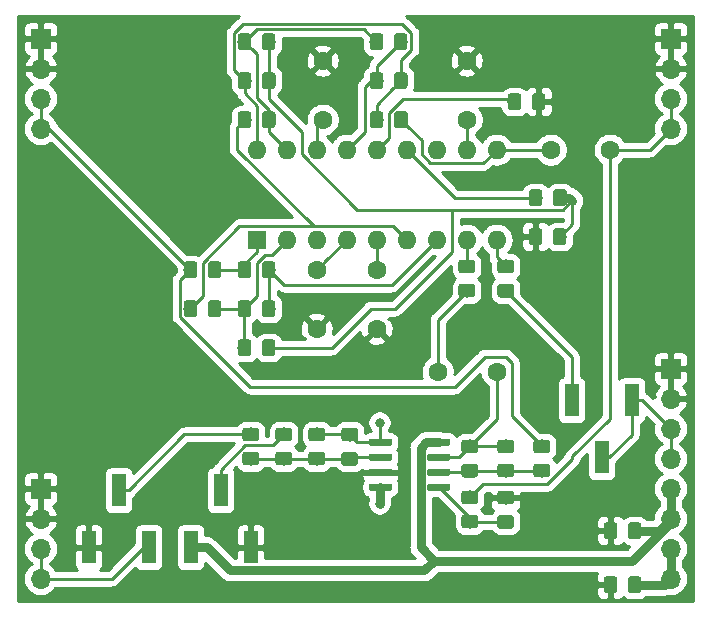
<source format=gtl>
G04 #@! TF.GenerationSoftware,KiCad,Pcbnew,5.1.2-f72e74a~84~ubuntu18.04.1*
G04 #@! TF.CreationDate,2019-06-11T14:16:10-04:00*
G04 #@! TF.ProjectId,CEM3320_LPF_plug_in_board,43454d33-3332-4305-9f4c-50465f706c75,1*
G04 #@! TF.SameCoordinates,Original*
G04 #@! TF.FileFunction,Copper,L1,Top*
G04 #@! TF.FilePolarity,Positive*
%FSLAX46Y46*%
G04 Gerber Fmt 4.6, Leading zero omitted, Abs format (unit mm)*
G04 Created by KiCad (PCBNEW 5.1.2-f72e74a~84~ubuntu18.04.1) date 2019-06-11 14:16:10*
%MOMM*%
%LPD*%
G04 APERTURE LIST*
%ADD10C,0.100000*%
%ADD11C,1.150000*%
%ADD12C,0.600000*%
%ADD13O,1.600000X1.600000*%
%ADD14R,1.600000X1.600000*%
%ADD15R,1.190000X2.790000*%
%ADD16O,1.700000X1.700000*%
%ADD17R,1.700000X1.700000*%
%ADD18C,1.600000*%
%ADD19C,0.800000*%
%ADD20C,0.250000*%
%ADD21C,0.762000*%
%ADD22C,0.254000*%
G04 APERTURE END LIST*
D10*
G36*
X169384505Y-114742204D02*
G01*
X169408773Y-114745804D01*
X169432572Y-114751765D01*
X169455671Y-114760030D01*
X169477850Y-114770520D01*
X169498893Y-114783132D01*
X169518599Y-114797747D01*
X169536777Y-114814223D01*
X169553253Y-114832401D01*
X169567868Y-114852107D01*
X169580480Y-114873150D01*
X169590970Y-114895329D01*
X169599235Y-114918428D01*
X169605196Y-114942227D01*
X169608796Y-114966495D01*
X169610000Y-114990999D01*
X169610000Y-115641001D01*
X169608796Y-115665505D01*
X169605196Y-115689773D01*
X169599235Y-115713572D01*
X169590970Y-115736671D01*
X169580480Y-115758850D01*
X169567868Y-115779893D01*
X169553253Y-115799599D01*
X169536777Y-115817777D01*
X169518599Y-115834253D01*
X169498893Y-115848868D01*
X169477850Y-115861480D01*
X169455671Y-115871970D01*
X169432572Y-115880235D01*
X169408773Y-115886196D01*
X169384505Y-115889796D01*
X169360001Y-115891000D01*
X168459999Y-115891000D01*
X168435495Y-115889796D01*
X168411227Y-115886196D01*
X168387428Y-115880235D01*
X168364329Y-115871970D01*
X168342150Y-115861480D01*
X168321107Y-115848868D01*
X168301401Y-115834253D01*
X168283223Y-115817777D01*
X168266747Y-115799599D01*
X168252132Y-115779893D01*
X168239520Y-115758850D01*
X168229030Y-115736671D01*
X168220765Y-115713572D01*
X168214804Y-115689773D01*
X168211204Y-115665505D01*
X168210000Y-115641001D01*
X168210000Y-114990999D01*
X168211204Y-114966495D01*
X168214804Y-114942227D01*
X168220765Y-114918428D01*
X168229030Y-114895329D01*
X168239520Y-114873150D01*
X168252132Y-114852107D01*
X168266747Y-114832401D01*
X168283223Y-114814223D01*
X168301401Y-114797747D01*
X168321107Y-114783132D01*
X168342150Y-114770520D01*
X168364329Y-114760030D01*
X168387428Y-114751765D01*
X168411227Y-114745804D01*
X168435495Y-114742204D01*
X168459999Y-114741000D01*
X169360001Y-114741000D01*
X169384505Y-114742204D01*
X169384505Y-114742204D01*
G37*
D11*
X168910000Y-115316000D03*
D10*
G36*
X169384505Y-112692204D02*
G01*
X169408773Y-112695804D01*
X169432572Y-112701765D01*
X169455671Y-112710030D01*
X169477850Y-112720520D01*
X169498893Y-112733132D01*
X169518599Y-112747747D01*
X169536777Y-112764223D01*
X169553253Y-112782401D01*
X169567868Y-112802107D01*
X169580480Y-112823150D01*
X169590970Y-112845329D01*
X169599235Y-112868428D01*
X169605196Y-112892227D01*
X169608796Y-112916495D01*
X169610000Y-112940999D01*
X169610000Y-113591001D01*
X169608796Y-113615505D01*
X169605196Y-113639773D01*
X169599235Y-113663572D01*
X169590970Y-113686671D01*
X169580480Y-113708850D01*
X169567868Y-113729893D01*
X169553253Y-113749599D01*
X169536777Y-113767777D01*
X169518599Y-113784253D01*
X169498893Y-113798868D01*
X169477850Y-113811480D01*
X169455671Y-113821970D01*
X169432572Y-113830235D01*
X169408773Y-113836196D01*
X169384505Y-113839796D01*
X169360001Y-113841000D01*
X168459999Y-113841000D01*
X168435495Y-113839796D01*
X168411227Y-113836196D01*
X168387428Y-113830235D01*
X168364329Y-113821970D01*
X168342150Y-113811480D01*
X168321107Y-113798868D01*
X168301401Y-113784253D01*
X168283223Y-113767777D01*
X168266747Y-113749599D01*
X168252132Y-113729893D01*
X168239520Y-113708850D01*
X168229030Y-113686671D01*
X168220765Y-113663572D01*
X168214804Y-113639773D01*
X168211204Y-113615505D01*
X168210000Y-113591001D01*
X168210000Y-112940999D01*
X168211204Y-112916495D01*
X168214804Y-112892227D01*
X168220765Y-112868428D01*
X168229030Y-112845329D01*
X168239520Y-112823150D01*
X168252132Y-112802107D01*
X168266747Y-112782401D01*
X168283223Y-112764223D01*
X168301401Y-112747747D01*
X168321107Y-112733132D01*
X168342150Y-112720520D01*
X168364329Y-112710030D01*
X168387428Y-112701765D01*
X168411227Y-112695804D01*
X168435495Y-112692204D01*
X168459999Y-112691000D01*
X169360001Y-112691000D01*
X169384505Y-112692204D01*
X169384505Y-112692204D01*
G37*
D11*
X168910000Y-113266000D03*
D10*
G36*
X153382505Y-111676204D02*
G01*
X153406773Y-111679804D01*
X153430572Y-111685765D01*
X153453671Y-111694030D01*
X153475850Y-111704520D01*
X153496893Y-111717132D01*
X153516599Y-111731747D01*
X153534777Y-111748223D01*
X153551253Y-111766401D01*
X153565868Y-111786107D01*
X153578480Y-111807150D01*
X153588970Y-111829329D01*
X153597235Y-111852428D01*
X153603196Y-111876227D01*
X153606796Y-111900495D01*
X153608000Y-111924999D01*
X153608000Y-112575001D01*
X153606796Y-112599505D01*
X153603196Y-112623773D01*
X153597235Y-112647572D01*
X153588970Y-112670671D01*
X153578480Y-112692850D01*
X153565868Y-112713893D01*
X153551253Y-112733599D01*
X153534777Y-112751777D01*
X153516599Y-112768253D01*
X153496893Y-112782868D01*
X153475850Y-112795480D01*
X153453671Y-112805970D01*
X153430572Y-112814235D01*
X153406773Y-112820196D01*
X153382505Y-112823796D01*
X153358001Y-112825000D01*
X152457999Y-112825000D01*
X152433495Y-112823796D01*
X152409227Y-112820196D01*
X152385428Y-112814235D01*
X152362329Y-112805970D01*
X152340150Y-112795480D01*
X152319107Y-112782868D01*
X152299401Y-112768253D01*
X152281223Y-112751777D01*
X152264747Y-112733599D01*
X152250132Y-112713893D01*
X152237520Y-112692850D01*
X152227030Y-112670671D01*
X152218765Y-112647572D01*
X152212804Y-112623773D01*
X152209204Y-112599505D01*
X152208000Y-112575001D01*
X152208000Y-111924999D01*
X152209204Y-111900495D01*
X152212804Y-111876227D01*
X152218765Y-111852428D01*
X152227030Y-111829329D01*
X152237520Y-111807150D01*
X152250132Y-111786107D01*
X152264747Y-111766401D01*
X152281223Y-111748223D01*
X152299401Y-111731747D01*
X152319107Y-111717132D01*
X152340150Y-111704520D01*
X152362329Y-111694030D01*
X152385428Y-111685765D01*
X152409227Y-111679804D01*
X152433495Y-111676204D01*
X152457999Y-111675000D01*
X153358001Y-111675000D01*
X153382505Y-111676204D01*
X153382505Y-111676204D01*
G37*
D11*
X152908000Y-112250000D03*
D10*
G36*
X153382505Y-113726204D02*
G01*
X153406773Y-113729804D01*
X153430572Y-113735765D01*
X153453671Y-113744030D01*
X153475850Y-113754520D01*
X153496893Y-113767132D01*
X153516599Y-113781747D01*
X153534777Y-113798223D01*
X153551253Y-113816401D01*
X153565868Y-113836107D01*
X153578480Y-113857150D01*
X153588970Y-113879329D01*
X153597235Y-113902428D01*
X153603196Y-113926227D01*
X153606796Y-113950495D01*
X153608000Y-113974999D01*
X153608000Y-114625001D01*
X153606796Y-114649505D01*
X153603196Y-114673773D01*
X153597235Y-114697572D01*
X153588970Y-114720671D01*
X153578480Y-114742850D01*
X153565868Y-114763893D01*
X153551253Y-114783599D01*
X153534777Y-114801777D01*
X153516599Y-114818253D01*
X153496893Y-114832868D01*
X153475850Y-114845480D01*
X153453671Y-114855970D01*
X153430572Y-114864235D01*
X153406773Y-114870196D01*
X153382505Y-114873796D01*
X153358001Y-114875000D01*
X152457999Y-114875000D01*
X152433495Y-114873796D01*
X152409227Y-114870196D01*
X152385428Y-114864235D01*
X152362329Y-114855970D01*
X152340150Y-114845480D01*
X152319107Y-114832868D01*
X152299401Y-114818253D01*
X152281223Y-114801777D01*
X152264747Y-114783599D01*
X152250132Y-114763893D01*
X152237520Y-114742850D01*
X152227030Y-114720671D01*
X152218765Y-114697572D01*
X152212804Y-114673773D01*
X152209204Y-114649505D01*
X152208000Y-114625001D01*
X152208000Y-113974999D01*
X152209204Y-113950495D01*
X152212804Y-113926227D01*
X152218765Y-113902428D01*
X152227030Y-113879329D01*
X152237520Y-113857150D01*
X152250132Y-113836107D01*
X152264747Y-113816401D01*
X152281223Y-113798223D01*
X152299401Y-113781747D01*
X152319107Y-113767132D01*
X152340150Y-113754520D01*
X152362329Y-113744030D01*
X152385428Y-113735765D01*
X152409227Y-113729804D01*
X152433495Y-113726204D01*
X152457999Y-113725000D01*
X153358001Y-113725000D01*
X153382505Y-113726204D01*
X153382505Y-113726204D01*
G37*
D11*
X152908000Y-114300000D03*
D10*
G36*
X164096703Y-112603722D02*
G01*
X164111264Y-112605882D01*
X164125543Y-112609459D01*
X164139403Y-112614418D01*
X164152710Y-112620712D01*
X164165336Y-112628280D01*
X164177159Y-112637048D01*
X164188066Y-112646934D01*
X164197952Y-112657841D01*
X164206720Y-112669664D01*
X164214288Y-112682290D01*
X164220582Y-112695597D01*
X164225541Y-112709457D01*
X164229118Y-112723736D01*
X164231278Y-112738297D01*
X164232000Y-112753000D01*
X164232000Y-113053000D01*
X164231278Y-113067703D01*
X164229118Y-113082264D01*
X164225541Y-113096543D01*
X164220582Y-113110403D01*
X164214288Y-113123710D01*
X164206720Y-113136336D01*
X164197952Y-113148159D01*
X164188066Y-113159066D01*
X164177159Y-113168952D01*
X164165336Y-113177720D01*
X164152710Y-113185288D01*
X164139403Y-113191582D01*
X164125543Y-113196541D01*
X164111264Y-113200118D01*
X164096703Y-113202278D01*
X164082000Y-113203000D01*
X162432000Y-113203000D01*
X162417297Y-113202278D01*
X162402736Y-113200118D01*
X162388457Y-113196541D01*
X162374597Y-113191582D01*
X162361290Y-113185288D01*
X162348664Y-113177720D01*
X162336841Y-113168952D01*
X162325934Y-113159066D01*
X162316048Y-113148159D01*
X162307280Y-113136336D01*
X162299712Y-113123710D01*
X162293418Y-113110403D01*
X162288459Y-113096543D01*
X162284882Y-113082264D01*
X162282722Y-113067703D01*
X162282000Y-113053000D01*
X162282000Y-112753000D01*
X162282722Y-112738297D01*
X162284882Y-112723736D01*
X162288459Y-112709457D01*
X162293418Y-112695597D01*
X162299712Y-112682290D01*
X162307280Y-112669664D01*
X162316048Y-112657841D01*
X162325934Y-112646934D01*
X162336841Y-112637048D01*
X162348664Y-112628280D01*
X162361290Y-112620712D01*
X162374597Y-112614418D01*
X162388457Y-112609459D01*
X162402736Y-112605882D01*
X162417297Y-112603722D01*
X162432000Y-112603000D01*
X164082000Y-112603000D01*
X164096703Y-112603722D01*
X164096703Y-112603722D01*
G37*
D12*
X163257000Y-112903000D03*
D10*
G36*
X164096703Y-113873722D02*
G01*
X164111264Y-113875882D01*
X164125543Y-113879459D01*
X164139403Y-113884418D01*
X164152710Y-113890712D01*
X164165336Y-113898280D01*
X164177159Y-113907048D01*
X164188066Y-113916934D01*
X164197952Y-113927841D01*
X164206720Y-113939664D01*
X164214288Y-113952290D01*
X164220582Y-113965597D01*
X164225541Y-113979457D01*
X164229118Y-113993736D01*
X164231278Y-114008297D01*
X164232000Y-114023000D01*
X164232000Y-114323000D01*
X164231278Y-114337703D01*
X164229118Y-114352264D01*
X164225541Y-114366543D01*
X164220582Y-114380403D01*
X164214288Y-114393710D01*
X164206720Y-114406336D01*
X164197952Y-114418159D01*
X164188066Y-114429066D01*
X164177159Y-114438952D01*
X164165336Y-114447720D01*
X164152710Y-114455288D01*
X164139403Y-114461582D01*
X164125543Y-114466541D01*
X164111264Y-114470118D01*
X164096703Y-114472278D01*
X164082000Y-114473000D01*
X162432000Y-114473000D01*
X162417297Y-114472278D01*
X162402736Y-114470118D01*
X162388457Y-114466541D01*
X162374597Y-114461582D01*
X162361290Y-114455288D01*
X162348664Y-114447720D01*
X162336841Y-114438952D01*
X162325934Y-114429066D01*
X162316048Y-114418159D01*
X162307280Y-114406336D01*
X162299712Y-114393710D01*
X162293418Y-114380403D01*
X162288459Y-114366543D01*
X162284882Y-114352264D01*
X162282722Y-114337703D01*
X162282000Y-114323000D01*
X162282000Y-114023000D01*
X162282722Y-114008297D01*
X162284882Y-113993736D01*
X162288459Y-113979457D01*
X162293418Y-113965597D01*
X162299712Y-113952290D01*
X162307280Y-113939664D01*
X162316048Y-113927841D01*
X162325934Y-113916934D01*
X162336841Y-113907048D01*
X162348664Y-113898280D01*
X162361290Y-113890712D01*
X162374597Y-113884418D01*
X162388457Y-113879459D01*
X162402736Y-113875882D01*
X162417297Y-113873722D01*
X162432000Y-113873000D01*
X164082000Y-113873000D01*
X164096703Y-113873722D01*
X164096703Y-113873722D01*
G37*
D12*
X163257000Y-114173000D03*
D10*
G36*
X164096703Y-115143722D02*
G01*
X164111264Y-115145882D01*
X164125543Y-115149459D01*
X164139403Y-115154418D01*
X164152710Y-115160712D01*
X164165336Y-115168280D01*
X164177159Y-115177048D01*
X164188066Y-115186934D01*
X164197952Y-115197841D01*
X164206720Y-115209664D01*
X164214288Y-115222290D01*
X164220582Y-115235597D01*
X164225541Y-115249457D01*
X164229118Y-115263736D01*
X164231278Y-115278297D01*
X164232000Y-115293000D01*
X164232000Y-115593000D01*
X164231278Y-115607703D01*
X164229118Y-115622264D01*
X164225541Y-115636543D01*
X164220582Y-115650403D01*
X164214288Y-115663710D01*
X164206720Y-115676336D01*
X164197952Y-115688159D01*
X164188066Y-115699066D01*
X164177159Y-115708952D01*
X164165336Y-115717720D01*
X164152710Y-115725288D01*
X164139403Y-115731582D01*
X164125543Y-115736541D01*
X164111264Y-115740118D01*
X164096703Y-115742278D01*
X164082000Y-115743000D01*
X162432000Y-115743000D01*
X162417297Y-115742278D01*
X162402736Y-115740118D01*
X162388457Y-115736541D01*
X162374597Y-115731582D01*
X162361290Y-115725288D01*
X162348664Y-115717720D01*
X162336841Y-115708952D01*
X162325934Y-115699066D01*
X162316048Y-115688159D01*
X162307280Y-115676336D01*
X162299712Y-115663710D01*
X162293418Y-115650403D01*
X162288459Y-115636543D01*
X162284882Y-115622264D01*
X162282722Y-115607703D01*
X162282000Y-115593000D01*
X162282000Y-115293000D01*
X162282722Y-115278297D01*
X162284882Y-115263736D01*
X162288459Y-115249457D01*
X162293418Y-115235597D01*
X162299712Y-115222290D01*
X162307280Y-115209664D01*
X162316048Y-115197841D01*
X162325934Y-115186934D01*
X162336841Y-115177048D01*
X162348664Y-115168280D01*
X162361290Y-115160712D01*
X162374597Y-115154418D01*
X162388457Y-115149459D01*
X162402736Y-115145882D01*
X162417297Y-115143722D01*
X162432000Y-115143000D01*
X164082000Y-115143000D01*
X164096703Y-115143722D01*
X164096703Y-115143722D01*
G37*
D12*
X163257000Y-115443000D03*
D10*
G36*
X164096703Y-116413722D02*
G01*
X164111264Y-116415882D01*
X164125543Y-116419459D01*
X164139403Y-116424418D01*
X164152710Y-116430712D01*
X164165336Y-116438280D01*
X164177159Y-116447048D01*
X164188066Y-116456934D01*
X164197952Y-116467841D01*
X164206720Y-116479664D01*
X164214288Y-116492290D01*
X164220582Y-116505597D01*
X164225541Y-116519457D01*
X164229118Y-116533736D01*
X164231278Y-116548297D01*
X164232000Y-116563000D01*
X164232000Y-116863000D01*
X164231278Y-116877703D01*
X164229118Y-116892264D01*
X164225541Y-116906543D01*
X164220582Y-116920403D01*
X164214288Y-116933710D01*
X164206720Y-116946336D01*
X164197952Y-116958159D01*
X164188066Y-116969066D01*
X164177159Y-116978952D01*
X164165336Y-116987720D01*
X164152710Y-116995288D01*
X164139403Y-117001582D01*
X164125543Y-117006541D01*
X164111264Y-117010118D01*
X164096703Y-117012278D01*
X164082000Y-117013000D01*
X162432000Y-117013000D01*
X162417297Y-117012278D01*
X162402736Y-117010118D01*
X162388457Y-117006541D01*
X162374597Y-117001582D01*
X162361290Y-116995288D01*
X162348664Y-116987720D01*
X162336841Y-116978952D01*
X162325934Y-116969066D01*
X162316048Y-116958159D01*
X162307280Y-116946336D01*
X162299712Y-116933710D01*
X162293418Y-116920403D01*
X162288459Y-116906543D01*
X162284882Y-116892264D01*
X162282722Y-116877703D01*
X162282000Y-116863000D01*
X162282000Y-116563000D01*
X162282722Y-116548297D01*
X162284882Y-116533736D01*
X162288459Y-116519457D01*
X162293418Y-116505597D01*
X162299712Y-116492290D01*
X162307280Y-116479664D01*
X162316048Y-116467841D01*
X162325934Y-116456934D01*
X162336841Y-116447048D01*
X162348664Y-116438280D01*
X162361290Y-116430712D01*
X162374597Y-116424418D01*
X162388457Y-116419459D01*
X162402736Y-116415882D01*
X162417297Y-116413722D01*
X162432000Y-116413000D01*
X164082000Y-116413000D01*
X164096703Y-116413722D01*
X164096703Y-116413722D01*
G37*
D12*
X163257000Y-116713000D03*
D10*
G36*
X159146703Y-116413722D02*
G01*
X159161264Y-116415882D01*
X159175543Y-116419459D01*
X159189403Y-116424418D01*
X159202710Y-116430712D01*
X159215336Y-116438280D01*
X159227159Y-116447048D01*
X159238066Y-116456934D01*
X159247952Y-116467841D01*
X159256720Y-116479664D01*
X159264288Y-116492290D01*
X159270582Y-116505597D01*
X159275541Y-116519457D01*
X159279118Y-116533736D01*
X159281278Y-116548297D01*
X159282000Y-116563000D01*
X159282000Y-116863000D01*
X159281278Y-116877703D01*
X159279118Y-116892264D01*
X159275541Y-116906543D01*
X159270582Y-116920403D01*
X159264288Y-116933710D01*
X159256720Y-116946336D01*
X159247952Y-116958159D01*
X159238066Y-116969066D01*
X159227159Y-116978952D01*
X159215336Y-116987720D01*
X159202710Y-116995288D01*
X159189403Y-117001582D01*
X159175543Y-117006541D01*
X159161264Y-117010118D01*
X159146703Y-117012278D01*
X159132000Y-117013000D01*
X157482000Y-117013000D01*
X157467297Y-117012278D01*
X157452736Y-117010118D01*
X157438457Y-117006541D01*
X157424597Y-117001582D01*
X157411290Y-116995288D01*
X157398664Y-116987720D01*
X157386841Y-116978952D01*
X157375934Y-116969066D01*
X157366048Y-116958159D01*
X157357280Y-116946336D01*
X157349712Y-116933710D01*
X157343418Y-116920403D01*
X157338459Y-116906543D01*
X157334882Y-116892264D01*
X157332722Y-116877703D01*
X157332000Y-116863000D01*
X157332000Y-116563000D01*
X157332722Y-116548297D01*
X157334882Y-116533736D01*
X157338459Y-116519457D01*
X157343418Y-116505597D01*
X157349712Y-116492290D01*
X157357280Y-116479664D01*
X157366048Y-116467841D01*
X157375934Y-116456934D01*
X157386841Y-116447048D01*
X157398664Y-116438280D01*
X157411290Y-116430712D01*
X157424597Y-116424418D01*
X157438457Y-116419459D01*
X157452736Y-116415882D01*
X157467297Y-116413722D01*
X157482000Y-116413000D01*
X159132000Y-116413000D01*
X159146703Y-116413722D01*
X159146703Y-116413722D01*
G37*
D12*
X158307000Y-116713000D03*
D10*
G36*
X159146703Y-115143722D02*
G01*
X159161264Y-115145882D01*
X159175543Y-115149459D01*
X159189403Y-115154418D01*
X159202710Y-115160712D01*
X159215336Y-115168280D01*
X159227159Y-115177048D01*
X159238066Y-115186934D01*
X159247952Y-115197841D01*
X159256720Y-115209664D01*
X159264288Y-115222290D01*
X159270582Y-115235597D01*
X159275541Y-115249457D01*
X159279118Y-115263736D01*
X159281278Y-115278297D01*
X159282000Y-115293000D01*
X159282000Y-115593000D01*
X159281278Y-115607703D01*
X159279118Y-115622264D01*
X159275541Y-115636543D01*
X159270582Y-115650403D01*
X159264288Y-115663710D01*
X159256720Y-115676336D01*
X159247952Y-115688159D01*
X159238066Y-115699066D01*
X159227159Y-115708952D01*
X159215336Y-115717720D01*
X159202710Y-115725288D01*
X159189403Y-115731582D01*
X159175543Y-115736541D01*
X159161264Y-115740118D01*
X159146703Y-115742278D01*
X159132000Y-115743000D01*
X157482000Y-115743000D01*
X157467297Y-115742278D01*
X157452736Y-115740118D01*
X157438457Y-115736541D01*
X157424597Y-115731582D01*
X157411290Y-115725288D01*
X157398664Y-115717720D01*
X157386841Y-115708952D01*
X157375934Y-115699066D01*
X157366048Y-115688159D01*
X157357280Y-115676336D01*
X157349712Y-115663710D01*
X157343418Y-115650403D01*
X157338459Y-115636543D01*
X157334882Y-115622264D01*
X157332722Y-115607703D01*
X157332000Y-115593000D01*
X157332000Y-115293000D01*
X157332722Y-115278297D01*
X157334882Y-115263736D01*
X157338459Y-115249457D01*
X157343418Y-115235597D01*
X157349712Y-115222290D01*
X157357280Y-115209664D01*
X157366048Y-115197841D01*
X157375934Y-115186934D01*
X157386841Y-115177048D01*
X157398664Y-115168280D01*
X157411290Y-115160712D01*
X157424597Y-115154418D01*
X157438457Y-115149459D01*
X157452736Y-115145882D01*
X157467297Y-115143722D01*
X157482000Y-115143000D01*
X159132000Y-115143000D01*
X159146703Y-115143722D01*
X159146703Y-115143722D01*
G37*
D12*
X158307000Y-115443000D03*
D10*
G36*
X159146703Y-113873722D02*
G01*
X159161264Y-113875882D01*
X159175543Y-113879459D01*
X159189403Y-113884418D01*
X159202710Y-113890712D01*
X159215336Y-113898280D01*
X159227159Y-113907048D01*
X159238066Y-113916934D01*
X159247952Y-113927841D01*
X159256720Y-113939664D01*
X159264288Y-113952290D01*
X159270582Y-113965597D01*
X159275541Y-113979457D01*
X159279118Y-113993736D01*
X159281278Y-114008297D01*
X159282000Y-114023000D01*
X159282000Y-114323000D01*
X159281278Y-114337703D01*
X159279118Y-114352264D01*
X159275541Y-114366543D01*
X159270582Y-114380403D01*
X159264288Y-114393710D01*
X159256720Y-114406336D01*
X159247952Y-114418159D01*
X159238066Y-114429066D01*
X159227159Y-114438952D01*
X159215336Y-114447720D01*
X159202710Y-114455288D01*
X159189403Y-114461582D01*
X159175543Y-114466541D01*
X159161264Y-114470118D01*
X159146703Y-114472278D01*
X159132000Y-114473000D01*
X157482000Y-114473000D01*
X157467297Y-114472278D01*
X157452736Y-114470118D01*
X157438457Y-114466541D01*
X157424597Y-114461582D01*
X157411290Y-114455288D01*
X157398664Y-114447720D01*
X157386841Y-114438952D01*
X157375934Y-114429066D01*
X157366048Y-114418159D01*
X157357280Y-114406336D01*
X157349712Y-114393710D01*
X157343418Y-114380403D01*
X157338459Y-114366543D01*
X157334882Y-114352264D01*
X157332722Y-114337703D01*
X157332000Y-114323000D01*
X157332000Y-114023000D01*
X157332722Y-114008297D01*
X157334882Y-113993736D01*
X157338459Y-113979457D01*
X157343418Y-113965597D01*
X157349712Y-113952290D01*
X157357280Y-113939664D01*
X157366048Y-113927841D01*
X157375934Y-113916934D01*
X157386841Y-113907048D01*
X157398664Y-113898280D01*
X157411290Y-113890712D01*
X157424597Y-113884418D01*
X157438457Y-113879459D01*
X157452736Y-113875882D01*
X157467297Y-113873722D01*
X157482000Y-113873000D01*
X159132000Y-113873000D01*
X159146703Y-113873722D01*
X159146703Y-113873722D01*
G37*
D12*
X158307000Y-114173000D03*
D10*
G36*
X159146703Y-112603722D02*
G01*
X159161264Y-112605882D01*
X159175543Y-112609459D01*
X159189403Y-112614418D01*
X159202710Y-112620712D01*
X159215336Y-112628280D01*
X159227159Y-112637048D01*
X159238066Y-112646934D01*
X159247952Y-112657841D01*
X159256720Y-112669664D01*
X159264288Y-112682290D01*
X159270582Y-112695597D01*
X159275541Y-112709457D01*
X159279118Y-112723736D01*
X159281278Y-112738297D01*
X159282000Y-112753000D01*
X159282000Y-113053000D01*
X159281278Y-113067703D01*
X159279118Y-113082264D01*
X159275541Y-113096543D01*
X159270582Y-113110403D01*
X159264288Y-113123710D01*
X159256720Y-113136336D01*
X159247952Y-113148159D01*
X159238066Y-113159066D01*
X159227159Y-113168952D01*
X159215336Y-113177720D01*
X159202710Y-113185288D01*
X159189403Y-113191582D01*
X159175543Y-113196541D01*
X159161264Y-113200118D01*
X159146703Y-113202278D01*
X159132000Y-113203000D01*
X157482000Y-113203000D01*
X157467297Y-113202278D01*
X157452736Y-113200118D01*
X157438457Y-113196541D01*
X157424597Y-113191582D01*
X157411290Y-113185288D01*
X157398664Y-113177720D01*
X157386841Y-113168952D01*
X157375934Y-113159066D01*
X157366048Y-113148159D01*
X157357280Y-113136336D01*
X157349712Y-113123710D01*
X157343418Y-113110403D01*
X157338459Y-113096543D01*
X157334882Y-113082264D01*
X157332722Y-113067703D01*
X157332000Y-113053000D01*
X157332000Y-112753000D01*
X157332722Y-112738297D01*
X157334882Y-112723736D01*
X157338459Y-112709457D01*
X157343418Y-112695597D01*
X157349712Y-112682290D01*
X157357280Y-112669664D01*
X157366048Y-112657841D01*
X157375934Y-112646934D01*
X157386841Y-112637048D01*
X157398664Y-112628280D01*
X157411290Y-112620712D01*
X157424597Y-112614418D01*
X157438457Y-112609459D01*
X157452736Y-112605882D01*
X157467297Y-112603722D01*
X157482000Y-112603000D01*
X159132000Y-112603000D01*
X159146703Y-112603722D01*
X159146703Y-112603722D01*
G37*
D12*
X158307000Y-112903000D03*
D13*
X147828000Y-88138000D03*
X168148000Y-95758000D03*
X150368000Y-88138000D03*
X165608000Y-95758000D03*
X152908000Y-88138000D03*
X163068000Y-95758000D03*
X155448000Y-88138000D03*
X160528000Y-95758000D03*
X157988000Y-88138000D03*
X157988000Y-95758000D03*
X160528000Y-88138000D03*
X155448000Y-95758000D03*
X163068000Y-88138000D03*
X152908000Y-95758000D03*
X165608000Y-88138000D03*
X150368000Y-95758000D03*
X168148000Y-88138000D03*
D14*
X147828000Y-95758000D03*
D15*
X174498000Y-109345000D03*
X177038000Y-114175000D03*
X179578000Y-109345000D03*
X147320000Y-121795000D03*
X144780000Y-116965000D03*
X142240000Y-121795000D03*
X138684000Y-121795000D03*
X136144000Y-116965000D03*
X133604000Y-121795000D03*
D10*
G36*
X166336505Y-117010204D02*
G01*
X166360773Y-117013804D01*
X166384572Y-117019765D01*
X166407671Y-117028030D01*
X166429850Y-117038520D01*
X166450893Y-117051132D01*
X166470599Y-117065747D01*
X166488777Y-117082223D01*
X166505253Y-117100401D01*
X166519868Y-117120107D01*
X166532480Y-117141150D01*
X166542970Y-117163329D01*
X166551235Y-117186428D01*
X166557196Y-117210227D01*
X166560796Y-117234495D01*
X166562000Y-117258999D01*
X166562000Y-117909001D01*
X166560796Y-117933505D01*
X166557196Y-117957773D01*
X166551235Y-117981572D01*
X166542970Y-118004671D01*
X166532480Y-118026850D01*
X166519868Y-118047893D01*
X166505253Y-118067599D01*
X166488777Y-118085777D01*
X166470599Y-118102253D01*
X166450893Y-118116868D01*
X166429850Y-118129480D01*
X166407671Y-118139970D01*
X166384572Y-118148235D01*
X166360773Y-118154196D01*
X166336505Y-118157796D01*
X166312001Y-118159000D01*
X165411999Y-118159000D01*
X165387495Y-118157796D01*
X165363227Y-118154196D01*
X165339428Y-118148235D01*
X165316329Y-118139970D01*
X165294150Y-118129480D01*
X165273107Y-118116868D01*
X165253401Y-118102253D01*
X165235223Y-118085777D01*
X165218747Y-118067599D01*
X165204132Y-118047893D01*
X165191520Y-118026850D01*
X165181030Y-118004671D01*
X165172765Y-117981572D01*
X165166804Y-117957773D01*
X165163204Y-117933505D01*
X165162000Y-117909001D01*
X165162000Y-117258999D01*
X165163204Y-117234495D01*
X165166804Y-117210227D01*
X165172765Y-117186428D01*
X165181030Y-117163329D01*
X165191520Y-117141150D01*
X165204132Y-117120107D01*
X165218747Y-117100401D01*
X165235223Y-117082223D01*
X165253401Y-117065747D01*
X165273107Y-117051132D01*
X165294150Y-117038520D01*
X165316329Y-117028030D01*
X165339428Y-117019765D01*
X165363227Y-117013804D01*
X165387495Y-117010204D01*
X165411999Y-117009000D01*
X166312001Y-117009000D01*
X166336505Y-117010204D01*
X166336505Y-117010204D01*
G37*
D11*
X165862000Y-117584000D03*
D10*
G36*
X166336505Y-119060204D02*
G01*
X166360773Y-119063804D01*
X166384572Y-119069765D01*
X166407671Y-119078030D01*
X166429850Y-119088520D01*
X166450893Y-119101132D01*
X166470599Y-119115747D01*
X166488777Y-119132223D01*
X166505253Y-119150401D01*
X166519868Y-119170107D01*
X166532480Y-119191150D01*
X166542970Y-119213329D01*
X166551235Y-119236428D01*
X166557196Y-119260227D01*
X166560796Y-119284495D01*
X166562000Y-119308999D01*
X166562000Y-119959001D01*
X166560796Y-119983505D01*
X166557196Y-120007773D01*
X166551235Y-120031572D01*
X166542970Y-120054671D01*
X166532480Y-120076850D01*
X166519868Y-120097893D01*
X166505253Y-120117599D01*
X166488777Y-120135777D01*
X166470599Y-120152253D01*
X166450893Y-120166868D01*
X166429850Y-120179480D01*
X166407671Y-120189970D01*
X166384572Y-120198235D01*
X166360773Y-120204196D01*
X166336505Y-120207796D01*
X166312001Y-120209000D01*
X165411999Y-120209000D01*
X165387495Y-120207796D01*
X165363227Y-120204196D01*
X165339428Y-120198235D01*
X165316329Y-120189970D01*
X165294150Y-120179480D01*
X165273107Y-120166868D01*
X165253401Y-120152253D01*
X165235223Y-120135777D01*
X165218747Y-120117599D01*
X165204132Y-120097893D01*
X165191520Y-120076850D01*
X165181030Y-120054671D01*
X165172765Y-120031572D01*
X165166804Y-120007773D01*
X165163204Y-119983505D01*
X165162000Y-119959001D01*
X165162000Y-119308999D01*
X165163204Y-119284495D01*
X165166804Y-119260227D01*
X165172765Y-119236428D01*
X165181030Y-119213329D01*
X165191520Y-119191150D01*
X165204132Y-119170107D01*
X165218747Y-119150401D01*
X165235223Y-119132223D01*
X165253401Y-119115747D01*
X165273107Y-119101132D01*
X165294150Y-119088520D01*
X165316329Y-119078030D01*
X165339428Y-119069765D01*
X165363227Y-119063804D01*
X165387495Y-119060204D01*
X165411999Y-119059000D01*
X166312001Y-119059000D01*
X166336505Y-119060204D01*
X166336505Y-119060204D01*
G37*
D11*
X165862000Y-119634000D03*
D10*
G36*
X172432505Y-114742204D02*
G01*
X172456773Y-114745804D01*
X172480572Y-114751765D01*
X172503671Y-114760030D01*
X172525850Y-114770520D01*
X172546893Y-114783132D01*
X172566599Y-114797747D01*
X172584777Y-114814223D01*
X172601253Y-114832401D01*
X172615868Y-114852107D01*
X172628480Y-114873150D01*
X172638970Y-114895329D01*
X172647235Y-114918428D01*
X172653196Y-114942227D01*
X172656796Y-114966495D01*
X172658000Y-114990999D01*
X172658000Y-115641001D01*
X172656796Y-115665505D01*
X172653196Y-115689773D01*
X172647235Y-115713572D01*
X172638970Y-115736671D01*
X172628480Y-115758850D01*
X172615868Y-115779893D01*
X172601253Y-115799599D01*
X172584777Y-115817777D01*
X172566599Y-115834253D01*
X172546893Y-115848868D01*
X172525850Y-115861480D01*
X172503671Y-115871970D01*
X172480572Y-115880235D01*
X172456773Y-115886196D01*
X172432505Y-115889796D01*
X172408001Y-115891000D01*
X171507999Y-115891000D01*
X171483495Y-115889796D01*
X171459227Y-115886196D01*
X171435428Y-115880235D01*
X171412329Y-115871970D01*
X171390150Y-115861480D01*
X171369107Y-115848868D01*
X171349401Y-115834253D01*
X171331223Y-115817777D01*
X171314747Y-115799599D01*
X171300132Y-115779893D01*
X171287520Y-115758850D01*
X171277030Y-115736671D01*
X171268765Y-115713572D01*
X171262804Y-115689773D01*
X171259204Y-115665505D01*
X171258000Y-115641001D01*
X171258000Y-114990999D01*
X171259204Y-114966495D01*
X171262804Y-114942227D01*
X171268765Y-114918428D01*
X171277030Y-114895329D01*
X171287520Y-114873150D01*
X171300132Y-114852107D01*
X171314747Y-114832401D01*
X171331223Y-114814223D01*
X171349401Y-114797747D01*
X171369107Y-114783132D01*
X171390150Y-114770520D01*
X171412329Y-114760030D01*
X171435428Y-114751765D01*
X171459227Y-114745804D01*
X171483495Y-114742204D01*
X171507999Y-114741000D01*
X172408001Y-114741000D01*
X172432505Y-114742204D01*
X172432505Y-114742204D01*
G37*
D11*
X171958000Y-115316000D03*
D10*
G36*
X172432505Y-112692204D02*
G01*
X172456773Y-112695804D01*
X172480572Y-112701765D01*
X172503671Y-112710030D01*
X172525850Y-112720520D01*
X172546893Y-112733132D01*
X172566599Y-112747747D01*
X172584777Y-112764223D01*
X172601253Y-112782401D01*
X172615868Y-112802107D01*
X172628480Y-112823150D01*
X172638970Y-112845329D01*
X172647235Y-112868428D01*
X172653196Y-112892227D01*
X172656796Y-112916495D01*
X172658000Y-112940999D01*
X172658000Y-113591001D01*
X172656796Y-113615505D01*
X172653196Y-113639773D01*
X172647235Y-113663572D01*
X172638970Y-113686671D01*
X172628480Y-113708850D01*
X172615868Y-113729893D01*
X172601253Y-113749599D01*
X172584777Y-113767777D01*
X172566599Y-113784253D01*
X172546893Y-113798868D01*
X172525850Y-113811480D01*
X172503671Y-113821970D01*
X172480572Y-113830235D01*
X172456773Y-113836196D01*
X172432505Y-113839796D01*
X172408001Y-113841000D01*
X171507999Y-113841000D01*
X171483495Y-113839796D01*
X171459227Y-113836196D01*
X171435428Y-113830235D01*
X171412329Y-113821970D01*
X171390150Y-113811480D01*
X171369107Y-113798868D01*
X171349401Y-113784253D01*
X171331223Y-113767777D01*
X171314747Y-113749599D01*
X171300132Y-113729893D01*
X171287520Y-113708850D01*
X171277030Y-113686671D01*
X171268765Y-113663572D01*
X171262804Y-113639773D01*
X171259204Y-113615505D01*
X171258000Y-113591001D01*
X171258000Y-112940999D01*
X171259204Y-112916495D01*
X171262804Y-112892227D01*
X171268765Y-112868428D01*
X171277030Y-112845329D01*
X171287520Y-112823150D01*
X171300132Y-112802107D01*
X171314747Y-112782401D01*
X171331223Y-112764223D01*
X171349401Y-112747747D01*
X171369107Y-112733132D01*
X171390150Y-112720520D01*
X171412329Y-112710030D01*
X171435428Y-112701765D01*
X171459227Y-112695804D01*
X171483495Y-112692204D01*
X171507999Y-112691000D01*
X172408001Y-112691000D01*
X172432505Y-112692204D01*
X172432505Y-112692204D01*
G37*
D11*
X171958000Y-113266000D03*
D10*
G36*
X169384505Y-117028204D02*
G01*
X169408773Y-117031804D01*
X169432572Y-117037765D01*
X169455671Y-117046030D01*
X169477850Y-117056520D01*
X169498893Y-117069132D01*
X169518599Y-117083747D01*
X169536777Y-117100223D01*
X169553253Y-117118401D01*
X169567868Y-117138107D01*
X169580480Y-117159150D01*
X169590970Y-117181329D01*
X169599235Y-117204428D01*
X169605196Y-117228227D01*
X169608796Y-117252495D01*
X169610000Y-117276999D01*
X169610000Y-117927001D01*
X169608796Y-117951505D01*
X169605196Y-117975773D01*
X169599235Y-117999572D01*
X169590970Y-118022671D01*
X169580480Y-118044850D01*
X169567868Y-118065893D01*
X169553253Y-118085599D01*
X169536777Y-118103777D01*
X169518599Y-118120253D01*
X169498893Y-118134868D01*
X169477850Y-118147480D01*
X169455671Y-118157970D01*
X169432572Y-118166235D01*
X169408773Y-118172196D01*
X169384505Y-118175796D01*
X169360001Y-118177000D01*
X168459999Y-118177000D01*
X168435495Y-118175796D01*
X168411227Y-118172196D01*
X168387428Y-118166235D01*
X168364329Y-118157970D01*
X168342150Y-118147480D01*
X168321107Y-118134868D01*
X168301401Y-118120253D01*
X168283223Y-118103777D01*
X168266747Y-118085599D01*
X168252132Y-118065893D01*
X168239520Y-118044850D01*
X168229030Y-118022671D01*
X168220765Y-117999572D01*
X168214804Y-117975773D01*
X168211204Y-117951505D01*
X168210000Y-117927001D01*
X168210000Y-117276999D01*
X168211204Y-117252495D01*
X168214804Y-117228227D01*
X168220765Y-117204428D01*
X168229030Y-117181329D01*
X168239520Y-117159150D01*
X168252132Y-117138107D01*
X168266747Y-117118401D01*
X168283223Y-117100223D01*
X168301401Y-117083747D01*
X168321107Y-117069132D01*
X168342150Y-117056520D01*
X168364329Y-117046030D01*
X168387428Y-117037765D01*
X168411227Y-117031804D01*
X168435495Y-117028204D01*
X168459999Y-117027000D01*
X169360001Y-117027000D01*
X169384505Y-117028204D01*
X169384505Y-117028204D01*
G37*
D11*
X168910000Y-117602000D03*
D10*
G36*
X169384505Y-119078204D02*
G01*
X169408773Y-119081804D01*
X169432572Y-119087765D01*
X169455671Y-119096030D01*
X169477850Y-119106520D01*
X169498893Y-119119132D01*
X169518599Y-119133747D01*
X169536777Y-119150223D01*
X169553253Y-119168401D01*
X169567868Y-119188107D01*
X169580480Y-119209150D01*
X169590970Y-119231329D01*
X169599235Y-119254428D01*
X169605196Y-119278227D01*
X169608796Y-119302495D01*
X169610000Y-119326999D01*
X169610000Y-119977001D01*
X169608796Y-120001505D01*
X169605196Y-120025773D01*
X169599235Y-120049572D01*
X169590970Y-120072671D01*
X169580480Y-120094850D01*
X169567868Y-120115893D01*
X169553253Y-120135599D01*
X169536777Y-120153777D01*
X169518599Y-120170253D01*
X169498893Y-120184868D01*
X169477850Y-120197480D01*
X169455671Y-120207970D01*
X169432572Y-120216235D01*
X169408773Y-120222196D01*
X169384505Y-120225796D01*
X169360001Y-120227000D01*
X168459999Y-120227000D01*
X168435495Y-120225796D01*
X168411227Y-120222196D01*
X168387428Y-120216235D01*
X168364329Y-120207970D01*
X168342150Y-120197480D01*
X168321107Y-120184868D01*
X168301401Y-120170253D01*
X168283223Y-120153777D01*
X168266747Y-120135599D01*
X168252132Y-120115893D01*
X168239520Y-120094850D01*
X168229030Y-120072671D01*
X168220765Y-120049572D01*
X168214804Y-120025773D01*
X168211204Y-120001505D01*
X168210000Y-119977001D01*
X168210000Y-119326999D01*
X168211204Y-119302495D01*
X168214804Y-119278227D01*
X168220765Y-119254428D01*
X168229030Y-119231329D01*
X168239520Y-119209150D01*
X168252132Y-119188107D01*
X168266747Y-119168401D01*
X168283223Y-119150223D01*
X168301401Y-119133747D01*
X168321107Y-119119132D01*
X168342150Y-119106520D01*
X168364329Y-119096030D01*
X168387428Y-119087765D01*
X168411227Y-119081804D01*
X168435495Y-119078204D01*
X168459999Y-119077000D01*
X169360001Y-119077000D01*
X169384505Y-119078204D01*
X169384505Y-119078204D01*
G37*
D11*
X168910000Y-119652000D03*
D10*
G36*
X166336505Y-114751204D02*
G01*
X166360773Y-114754804D01*
X166384572Y-114760765D01*
X166407671Y-114769030D01*
X166429850Y-114779520D01*
X166450893Y-114792132D01*
X166470599Y-114806747D01*
X166488777Y-114823223D01*
X166505253Y-114841401D01*
X166519868Y-114861107D01*
X166532480Y-114882150D01*
X166542970Y-114904329D01*
X166551235Y-114927428D01*
X166557196Y-114951227D01*
X166560796Y-114975495D01*
X166562000Y-114999999D01*
X166562000Y-115650001D01*
X166560796Y-115674505D01*
X166557196Y-115698773D01*
X166551235Y-115722572D01*
X166542970Y-115745671D01*
X166532480Y-115767850D01*
X166519868Y-115788893D01*
X166505253Y-115808599D01*
X166488777Y-115826777D01*
X166470599Y-115843253D01*
X166450893Y-115857868D01*
X166429850Y-115870480D01*
X166407671Y-115880970D01*
X166384572Y-115889235D01*
X166360773Y-115895196D01*
X166336505Y-115898796D01*
X166312001Y-115900000D01*
X165411999Y-115900000D01*
X165387495Y-115898796D01*
X165363227Y-115895196D01*
X165339428Y-115889235D01*
X165316329Y-115880970D01*
X165294150Y-115870480D01*
X165273107Y-115857868D01*
X165253401Y-115843253D01*
X165235223Y-115826777D01*
X165218747Y-115808599D01*
X165204132Y-115788893D01*
X165191520Y-115767850D01*
X165181030Y-115745671D01*
X165172765Y-115722572D01*
X165166804Y-115698773D01*
X165163204Y-115674505D01*
X165162000Y-115650001D01*
X165162000Y-114999999D01*
X165163204Y-114975495D01*
X165166804Y-114951227D01*
X165172765Y-114927428D01*
X165181030Y-114904329D01*
X165191520Y-114882150D01*
X165204132Y-114861107D01*
X165218747Y-114841401D01*
X165235223Y-114823223D01*
X165253401Y-114806747D01*
X165273107Y-114792132D01*
X165294150Y-114779520D01*
X165316329Y-114769030D01*
X165339428Y-114760765D01*
X165363227Y-114754804D01*
X165387495Y-114751204D01*
X165411999Y-114750000D01*
X166312001Y-114750000D01*
X166336505Y-114751204D01*
X166336505Y-114751204D01*
G37*
D11*
X165862000Y-115325000D03*
D10*
G36*
X166336505Y-112701204D02*
G01*
X166360773Y-112704804D01*
X166384572Y-112710765D01*
X166407671Y-112719030D01*
X166429850Y-112729520D01*
X166450893Y-112742132D01*
X166470599Y-112756747D01*
X166488777Y-112773223D01*
X166505253Y-112791401D01*
X166519868Y-112811107D01*
X166532480Y-112832150D01*
X166542970Y-112854329D01*
X166551235Y-112877428D01*
X166557196Y-112901227D01*
X166560796Y-112925495D01*
X166562000Y-112949999D01*
X166562000Y-113600001D01*
X166560796Y-113624505D01*
X166557196Y-113648773D01*
X166551235Y-113672572D01*
X166542970Y-113695671D01*
X166532480Y-113717850D01*
X166519868Y-113738893D01*
X166505253Y-113758599D01*
X166488777Y-113776777D01*
X166470599Y-113793253D01*
X166450893Y-113807868D01*
X166429850Y-113820480D01*
X166407671Y-113830970D01*
X166384572Y-113839235D01*
X166360773Y-113845196D01*
X166336505Y-113848796D01*
X166312001Y-113850000D01*
X165411999Y-113850000D01*
X165387495Y-113848796D01*
X165363227Y-113845196D01*
X165339428Y-113839235D01*
X165316329Y-113830970D01*
X165294150Y-113820480D01*
X165273107Y-113807868D01*
X165253401Y-113793253D01*
X165235223Y-113776777D01*
X165218747Y-113758599D01*
X165204132Y-113738893D01*
X165191520Y-113717850D01*
X165181030Y-113695671D01*
X165172765Y-113672572D01*
X165166804Y-113648773D01*
X165163204Y-113624505D01*
X165162000Y-113600001D01*
X165162000Y-112949999D01*
X165163204Y-112925495D01*
X165166804Y-112901227D01*
X165172765Y-112877428D01*
X165181030Y-112854329D01*
X165191520Y-112832150D01*
X165204132Y-112811107D01*
X165218747Y-112791401D01*
X165235223Y-112773223D01*
X165253401Y-112756747D01*
X165273107Y-112742132D01*
X165294150Y-112729520D01*
X165316329Y-112719030D01*
X165339428Y-112710765D01*
X165363227Y-112704804D01*
X165387495Y-112701204D01*
X165411999Y-112700000D01*
X166312001Y-112700000D01*
X166336505Y-112701204D01*
X166336505Y-112701204D01*
G37*
D11*
X165862000Y-113275000D03*
D10*
G36*
X158337505Y-84899204D02*
G01*
X158361773Y-84902804D01*
X158385572Y-84908765D01*
X158408671Y-84917030D01*
X158430850Y-84927520D01*
X158451893Y-84940132D01*
X158471599Y-84954747D01*
X158489777Y-84971223D01*
X158506253Y-84989401D01*
X158520868Y-85009107D01*
X158533480Y-85030150D01*
X158543970Y-85052329D01*
X158552235Y-85075428D01*
X158558196Y-85099227D01*
X158561796Y-85123495D01*
X158563000Y-85147999D01*
X158563000Y-86048001D01*
X158561796Y-86072505D01*
X158558196Y-86096773D01*
X158552235Y-86120572D01*
X158543970Y-86143671D01*
X158533480Y-86165850D01*
X158520868Y-86186893D01*
X158506253Y-86206599D01*
X158489777Y-86224777D01*
X158471599Y-86241253D01*
X158451893Y-86255868D01*
X158430850Y-86268480D01*
X158408671Y-86278970D01*
X158385572Y-86287235D01*
X158361773Y-86293196D01*
X158337505Y-86296796D01*
X158313001Y-86298000D01*
X157662999Y-86298000D01*
X157638495Y-86296796D01*
X157614227Y-86293196D01*
X157590428Y-86287235D01*
X157567329Y-86278970D01*
X157545150Y-86268480D01*
X157524107Y-86255868D01*
X157504401Y-86241253D01*
X157486223Y-86224777D01*
X157469747Y-86206599D01*
X157455132Y-86186893D01*
X157442520Y-86165850D01*
X157432030Y-86143671D01*
X157423765Y-86120572D01*
X157417804Y-86096773D01*
X157414204Y-86072505D01*
X157413000Y-86048001D01*
X157413000Y-85147999D01*
X157414204Y-85123495D01*
X157417804Y-85099227D01*
X157423765Y-85075428D01*
X157432030Y-85052329D01*
X157442520Y-85030150D01*
X157455132Y-85009107D01*
X157469747Y-84989401D01*
X157486223Y-84971223D01*
X157504401Y-84954747D01*
X157524107Y-84940132D01*
X157545150Y-84927520D01*
X157567329Y-84917030D01*
X157590428Y-84908765D01*
X157614227Y-84902804D01*
X157638495Y-84899204D01*
X157662999Y-84898000D01*
X158313001Y-84898000D01*
X158337505Y-84899204D01*
X158337505Y-84899204D01*
G37*
D11*
X157988000Y-85598000D03*
D10*
G36*
X160387505Y-84899204D02*
G01*
X160411773Y-84902804D01*
X160435572Y-84908765D01*
X160458671Y-84917030D01*
X160480850Y-84927520D01*
X160501893Y-84940132D01*
X160521599Y-84954747D01*
X160539777Y-84971223D01*
X160556253Y-84989401D01*
X160570868Y-85009107D01*
X160583480Y-85030150D01*
X160593970Y-85052329D01*
X160602235Y-85075428D01*
X160608196Y-85099227D01*
X160611796Y-85123495D01*
X160613000Y-85147999D01*
X160613000Y-86048001D01*
X160611796Y-86072505D01*
X160608196Y-86096773D01*
X160602235Y-86120572D01*
X160593970Y-86143671D01*
X160583480Y-86165850D01*
X160570868Y-86186893D01*
X160556253Y-86206599D01*
X160539777Y-86224777D01*
X160521599Y-86241253D01*
X160501893Y-86255868D01*
X160480850Y-86268480D01*
X160458671Y-86278970D01*
X160435572Y-86287235D01*
X160411773Y-86293196D01*
X160387505Y-86296796D01*
X160363001Y-86298000D01*
X159712999Y-86298000D01*
X159688495Y-86296796D01*
X159664227Y-86293196D01*
X159640428Y-86287235D01*
X159617329Y-86278970D01*
X159595150Y-86268480D01*
X159574107Y-86255868D01*
X159554401Y-86241253D01*
X159536223Y-86224777D01*
X159519747Y-86206599D01*
X159505132Y-86186893D01*
X159492520Y-86165850D01*
X159482030Y-86143671D01*
X159473765Y-86120572D01*
X159467804Y-86096773D01*
X159464204Y-86072505D01*
X159463000Y-86048001D01*
X159463000Y-85147999D01*
X159464204Y-85123495D01*
X159467804Y-85099227D01*
X159473765Y-85075428D01*
X159482030Y-85052329D01*
X159492520Y-85030150D01*
X159505132Y-85009107D01*
X159519747Y-84989401D01*
X159536223Y-84971223D01*
X159554401Y-84954747D01*
X159574107Y-84940132D01*
X159595150Y-84927520D01*
X159617329Y-84917030D01*
X159640428Y-84908765D01*
X159664227Y-84902804D01*
X159688495Y-84899204D01*
X159712999Y-84898000D01*
X160363001Y-84898000D01*
X160387505Y-84899204D01*
X160387505Y-84899204D01*
G37*
D11*
X160038000Y-85598000D03*
D10*
G36*
X149202505Y-81597204D02*
G01*
X149226773Y-81600804D01*
X149250572Y-81606765D01*
X149273671Y-81615030D01*
X149295850Y-81625520D01*
X149316893Y-81638132D01*
X149336599Y-81652747D01*
X149354777Y-81669223D01*
X149371253Y-81687401D01*
X149385868Y-81707107D01*
X149398480Y-81728150D01*
X149408970Y-81750329D01*
X149417235Y-81773428D01*
X149423196Y-81797227D01*
X149426796Y-81821495D01*
X149428000Y-81845999D01*
X149428000Y-82746001D01*
X149426796Y-82770505D01*
X149423196Y-82794773D01*
X149417235Y-82818572D01*
X149408970Y-82841671D01*
X149398480Y-82863850D01*
X149385868Y-82884893D01*
X149371253Y-82904599D01*
X149354777Y-82922777D01*
X149336599Y-82939253D01*
X149316893Y-82953868D01*
X149295850Y-82966480D01*
X149273671Y-82976970D01*
X149250572Y-82985235D01*
X149226773Y-82991196D01*
X149202505Y-82994796D01*
X149178001Y-82996000D01*
X148527999Y-82996000D01*
X148503495Y-82994796D01*
X148479227Y-82991196D01*
X148455428Y-82985235D01*
X148432329Y-82976970D01*
X148410150Y-82966480D01*
X148389107Y-82953868D01*
X148369401Y-82939253D01*
X148351223Y-82922777D01*
X148334747Y-82904599D01*
X148320132Y-82884893D01*
X148307520Y-82863850D01*
X148297030Y-82841671D01*
X148288765Y-82818572D01*
X148282804Y-82794773D01*
X148279204Y-82770505D01*
X148278000Y-82746001D01*
X148278000Y-81845999D01*
X148279204Y-81821495D01*
X148282804Y-81797227D01*
X148288765Y-81773428D01*
X148297030Y-81750329D01*
X148307520Y-81728150D01*
X148320132Y-81707107D01*
X148334747Y-81687401D01*
X148351223Y-81669223D01*
X148369401Y-81652747D01*
X148389107Y-81638132D01*
X148410150Y-81625520D01*
X148432329Y-81615030D01*
X148455428Y-81606765D01*
X148479227Y-81600804D01*
X148503495Y-81597204D01*
X148527999Y-81596000D01*
X149178001Y-81596000D01*
X149202505Y-81597204D01*
X149202505Y-81597204D01*
G37*
D11*
X148853000Y-82296000D03*
D10*
G36*
X147152505Y-81597204D02*
G01*
X147176773Y-81600804D01*
X147200572Y-81606765D01*
X147223671Y-81615030D01*
X147245850Y-81625520D01*
X147266893Y-81638132D01*
X147286599Y-81652747D01*
X147304777Y-81669223D01*
X147321253Y-81687401D01*
X147335868Y-81707107D01*
X147348480Y-81728150D01*
X147358970Y-81750329D01*
X147367235Y-81773428D01*
X147373196Y-81797227D01*
X147376796Y-81821495D01*
X147378000Y-81845999D01*
X147378000Y-82746001D01*
X147376796Y-82770505D01*
X147373196Y-82794773D01*
X147367235Y-82818572D01*
X147358970Y-82841671D01*
X147348480Y-82863850D01*
X147335868Y-82884893D01*
X147321253Y-82904599D01*
X147304777Y-82922777D01*
X147286599Y-82939253D01*
X147266893Y-82953868D01*
X147245850Y-82966480D01*
X147223671Y-82976970D01*
X147200572Y-82985235D01*
X147176773Y-82991196D01*
X147152505Y-82994796D01*
X147128001Y-82996000D01*
X146477999Y-82996000D01*
X146453495Y-82994796D01*
X146429227Y-82991196D01*
X146405428Y-82985235D01*
X146382329Y-82976970D01*
X146360150Y-82966480D01*
X146339107Y-82953868D01*
X146319401Y-82939253D01*
X146301223Y-82922777D01*
X146284747Y-82904599D01*
X146270132Y-82884893D01*
X146257520Y-82863850D01*
X146247030Y-82841671D01*
X146238765Y-82818572D01*
X146232804Y-82794773D01*
X146229204Y-82770505D01*
X146228000Y-82746001D01*
X146228000Y-81845999D01*
X146229204Y-81821495D01*
X146232804Y-81797227D01*
X146238765Y-81773428D01*
X146247030Y-81750329D01*
X146257520Y-81728150D01*
X146270132Y-81707107D01*
X146284747Y-81687401D01*
X146301223Y-81669223D01*
X146319401Y-81652747D01*
X146339107Y-81638132D01*
X146360150Y-81625520D01*
X146382329Y-81615030D01*
X146405428Y-81606765D01*
X146429227Y-81600804D01*
X146453495Y-81597204D01*
X146477999Y-81596000D01*
X147128001Y-81596000D01*
X147152505Y-81597204D01*
X147152505Y-81597204D01*
G37*
D11*
X146803000Y-82296000D03*
D10*
G36*
X158328505Y-81597204D02*
G01*
X158352773Y-81600804D01*
X158376572Y-81606765D01*
X158399671Y-81615030D01*
X158421850Y-81625520D01*
X158442893Y-81638132D01*
X158462599Y-81652747D01*
X158480777Y-81669223D01*
X158497253Y-81687401D01*
X158511868Y-81707107D01*
X158524480Y-81728150D01*
X158534970Y-81750329D01*
X158543235Y-81773428D01*
X158549196Y-81797227D01*
X158552796Y-81821495D01*
X158554000Y-81845999D01*
X158554000Y-82746001D01*
X158552796Y-82770505D01*
X158549196Y-82794773D01*
X158543235Y-82818572D01*
X158534970Y-82841671D01*
X158524480Y-82863850D01*
X158511868Y-82884893D01*
X158497253Y-82904599D01*
X158480777Y-82922777D01*
X158462599Y-82939253D01*
X158442893Y-82953868D01*
X158421850Y-82966480D01*
X158399671Y-82976970D01*
X158376572Y-82985235D01*
X158352773Y-82991196D01*
X158328505Y-82994796D01*
X158304001Y-82996000D01*
X157653999Y-82996000D01*
X157629495Y-82994796D01*
X157605227Y-82991196D01*
X157581428Y-82985235D01*
X157558329Y-82976970D01*
X157536150Y-82966480D01*
X157515107Y-82953868D01*
X157495401Y-82939253D01*
X157477223Y-82922777D01*
X157460747Y-82904599D01*
X157446132Y-82884893D01*
X157433520Y-82863850D01*
X157423030Y-82841671D01*
X157414765Y-82818572D01*
X157408804Y-82794773D01*
X157405204Y-82770505D01*
X157404000Y-82746001D01*
X157404000Y-81845999D01*
X157405204Y-81821495D01*
X157408804Y-81797227D01*
X157414765Y-81773428D01*
X157423030Y-81750329D01*
X157433520Y-81728150D01*
X157446132Y-81707107D01*
X157460747Y-81687401D01*
X157477223Y-81669223D01*
X157495401Y-81652747D01*
X157515107Y-81638132D01*
X157536150Y-81625520D01*
X157558329Y-81615030D01*
X157581428Y-81606765D01*
X157605227Y-81600804D01*
X157629495Y-81597204D01*
X157653999Y-81596000D01*
X158304001Y-81596000D01*
X158328505Y-81597204D01*
X158328505Y-81597204D01*
G37*
D11*
X157979000Y-82296000D03*
D10*
G36*
X160378505Y-81597204D02*
G01*
X160402773Y-81600804D01*
X160426572Y-81606765D01*
X160449671Y-81615030D01*
X160471850Y-81625520D01*
X160492893Y-81638132D01*
X160512599Y-81652747D01*
X160530777Y-81669223D01*
X160547253Y-81687401D01*
X160561868Y-81707107D01*
X160574480Y-81728150D01*
X160584970Y-81750329D01*
X160593235Y-81773428D01*
X160599196Y-81797227D01*
X160602796Y-81821495D01*
X160604000Y-81845999D01*
X160604000Y-82746001D01*
X160602796Y-82770505D01*
X160599196Y-82794773D01*
X160593235Y-82818572D01*
X160584970Y-82841671D01*
X160574480Y-82863850D01*
X160561868Y-82884893D01*
X160547253Y-82904599D01*
X160530777Y-82922777D01*
X160512599Y-82939253D01*
X160492893Y-82953868D01*
X160471850Y-82966480D01*
X160449671Y-82976970D01*
X160426572Y-82985235D01*
X160402773Y-82991196D01*
X160378505Y-82994796D01*
X160354001Y-82996000D01*
X159703999Y-82996000D01*
X159679495Y-82994796D01*
X159655227Y-82991196D01*
X159631428Y-82985235D01*
X159608329Y-82976970D01*
X159586150Y-82966480D01*
X159565107Y-82953868D01*
X159545401Y-82939253D01*
X159527223Y-82922777D01*
X159510747Y-82904599D01*
X159496132Y-82884893D01*
X159483520Y-82863850D01*
X159473030Y-82841671D01*
X159464765Y-82818572D01*
X159458804Y-82794773D01*
X159455204Y-82770505D01*
X159454000Y-82746001D01*
X159454000Y-81845999D01*
X159455204Y-81821495D01*
X159458804Y-81797227D01*
X159464765Y-81773428D01*
X159473030Y-81750329D01*
X159483520Y-81728150D01*
X159496132Y-81707107D01*
X159510747Y-81687401D01*
X159527223Y-81669223D01*
X159545401Y-81652747D01*
X159565107Y-81638132D01*
X159586150Y-81625520D01*
X159608329Y-81615030D01*
X159631428Y-81606765D01*
X159655227Y-81600804D01*
X159679495Y-81597204D01*
X159703999Y-81596000D01*
X160354001Y-81596000D01*
X160378505Y-81597204D01*
X160378505Y-81597204D01*
G37*
D11*
X160029000Y-82296000D03*
D10*
G36*
X166082505Y-97452204D02*
G01*
X166106773Y-97455804D01*
X166130572Y-97461765D01*
X166153671Y-97470030D01*
X166175850Y-97480520D01*
X166196893Y-97493132D01*
X166216599Y-97507747D01*
X166234777Y-97524223D01*
X166251253Y-97542401D01*
X166265868Y-97562107D01*
X166278480Y-97583150D01*
X166288970Y-97605329D01*
X166297235Y-97628428D01*
X166303196Y-97652227D01*
X166306796Y-97676495D01*
X166308000Y-97700999D01*
X166308000Y-98351001D01*
X166306796Y-98375505D01*
X166303196Y-98399773D01*
X166297235Y-98423572D01*
X166288970Y-98446671D01*
X166278480Y-98468850D01*
X166265868Y-98489893D01*
X166251253Y-98509599D01*
X166234777Y-98527777D01*
X166216599Y-98544253D01*
X166196893Y-98558868D01*
X166175850Y-98571480D01*
X166153671Y-98581970D01*
X166130572Y-98590235D01*
X166106773Y-98596196D01*
X166082505Y-98599796D01*
X166058001Y-98601000D01*
X165157999Y-98601000D01*
X165133495Y-98599796D01*
X165109227Y-98596196D01*
X165085428Y-98590235D01*
X165062329Y-98581970D01*
X165040150Y-98571480D01*
X165019107Y-98558868D01*
X164999401Y-98544253D01*
X164981223Y-98527777D01*
X164964747Y-98509599D01*
X164950132Y-98489893D01*
X164937520Y-98468850D01*
X164927030Y-98446671D01*
X164918765Y-98423572D01*
X164912804Y-98399773D01*
X164909204Y-98375505D01*
X164908000Y-98351001D01*
X164908000Y-97700999D01*
X164909204Y-97676495D01*
X164912804Y-97652227D01*
X164918765Y-97628428D01*
X164927030Y-97605329D01*
X164937520Y-97583150D01*
X164950132Y-97562107D01*
X164964747Y-97542401D01*
X164981223Y-97524223D01*
X164999401Y-97507747D01*
X165019107Y-97493132D01*
X165040150Y-97480520D01*
X165062329Y-97470030D01*
X165085428Y-97461765D01*
X165109227Y-97455804D01*
X165133495Y-97452204D01*
X165157999Y-97451000D01*
X166058001Y-97451000D01*
X166082505Y-97452204D01*
X166082505Y-97452204D01*
G37*
D11*
X165608000Y-98026000D03*
D10*
G36*
X166082505Y-99502204D02*
G01*
X166106773Y-99505804D01*
X166130572Y-99511765D01*
X166153671Y-99520030D01*
X166175850Y-99530520D01*
X166196893Y-99543132D01*
X166216599Y-99557747D01*
X166234777Y-99574223D01*
X166251253Y-99592401D01*
X166265868Y-99612107D01*
X166278480Y-99633150D01*
X166288970Y-99655329D01*
X166297235Y-99678428D01*
X166303196Y-99702227D01*
X166306796Y-99726495D01*
X166308000Y-99750999D01*
X166308000Y-100401001D01*
X166306796Y-100425505D01*
X166303196Y-100449773D01*
X166297235Y-100473572D01*
X166288970Y-100496671D01*
X166278480Y-100518850D01*
X166265868Y-100539893D01*
X166251253Y-100559599D01*
X166234777Y-100577777D01*
X166216599Y-100594253D01*
X166196893Y-100608868D01*
X166175850Y-100621480D01*
X166153671Y-100631970D01*
X166130572Y-100640235D01*
X166106773Y-100646196D01*
X166082505Y-100649796D01*
X166058001Y-100651000D01*
X165157999Y-100651000D01*
X165133495Y-100649796D01*
X165109227Y-100646196D01*
X165085428Y-100640235D01*
X165062329Y-100631970D01*
X165040150Y-100621480D01*
X165019107Y-100608868D01*
X164999401Y-100594253D01*
X164981223Y-100577777D01*
X164964747Y-100559599D01*
X164950132Y-100539893D01*
X164937520Y-100518850D01*
X164927030Y-100496671D01*
X164918765Y-100473572D01*
X164912804Y-100449773D01*
X164909204Y-100425505D01*
X164908000Y-100401001D01*
X164908000Y-99750999D01*
X164909204Y-99726495D01*
X164912804Y-99702227D01*
X164918765Y-99678428D01*
X164927030Y-99655329D01*
X164937520Y-99633150D01*
X164950132Y-99612107D01*
X164964747Y-99592401D01*
X164981223Y-99574223D01*
X164999401Y-99557747D01*
X165019107Y-99543132D01*
X165040150Y-99530520D01*
X165062329Y-99520030D01*
X165085428Y-99511765D01*
X165109227Y-99505804D01*
X165133495Y-99502204D01*
X165157999Y-99501000D01*
X166058001Y-99501000D01*
X166082505Y-99502204D01*
X166082505Y-99502204D01*
G37*
D11*
X165608000Y-100076000D03*
D10*
G36*
X169384505Y-99511204D02*
G01*
X169408773Y-99514804D01*
X169432572Y-99520765D01*
X169455671Y-99529030D01*
X169477850Y-99539520D01*
X169498893Y-99552132D01*
X169518599Y-99566747D01*
X169536777Y-99583223D01*
X169553253Y-99601401D01*
X169567868Y-99621107D01*
X169580480Y-99642150D01*
X169590970Y-99664329D01*
X169599235Y-99687428D01*
X169605196Y-99711227D01*
X169608796Y-99735495D01*
X169610000Y-99759999D01*
X169610000Y-100410001D01*
X169608796Y-100434505D01*
X169605196Y-100458773D01*
X169599235Y-100482572D01*
X169590970Y-100505671D01*
X169580480Y-100527850D01*
X169567868Y-100548893D01*
X169553253Y-100568599D01*
X169536777Y-100586777D01*
X169518599Y-100603253D01*
X169498893Y-100617868D01*
X169477850Y-100630480D01*
X169455671Y-100640970D01*
X169432572Y-100649235D01*
X169408773Y-100655196D01*
X169384505Y-100658796D01*
X169360001Y-100660000D01*
X168459999Y-100660000D01*
X168435495Y-100658796D01*
X168411227Y-100655196D01*
X168387428Y-100649235D01*
X168364329Y-100640970D01*
X168342150Y-100630480D01*
X168321107Y-100617868D01*
X168301401Y-100603253D01*
X168283223Y-100586777D01*
X168266747Y-100568599D01*
X168252132Y-100548893D01*
X168239520Y-100527850D01*
X168229030Y-100505671D01*
X168220765Y-100482572D01*
X168214804Y-100458773D01*
X168211204Y-100434505D01*
X168210000Y-100410001D01*
X168210000Y-99759999D01*
X168211204Y-99735495D01*
X168214804Y-99711227D01*
X168220765Y-99687428D01*
X168229030Y-99664329D01*
X168239520Y-99642150D01*
X168252132Y-99621107D01*
X168266747Y-99601401D01*
X168283223Y-99583223D01*
X168301401Y-99566747D01*
X168321107Y-99552132D01*
X168342150Y-99539520D01*
X168364329Y-99529030D01*
X168387428Y-99520765D01*
X168411227Y-99514804D01*
X168435495Y-99511204D01*
X168459999Y-99510000D01*
X169360001Y-99510000D01*
X169384505Y-99511204D01*
X169384505Y-99511204D01*
G37*
D11*
X168910000Y-100085000D03*
D10*
G36*
X169384505Y-97461204D02*
G01*
X169408773Y-97464804D01*
X169432572Y-97470765D01*
X169455671Y-97479030D01*
X169477850Y-97489520D01*
X169498893Y-97502132D01*
X169518599Y-97516747D01*
X169536777Y-97533223D01*
X169553253Y-97551401D01*
X169567868Y-97571107D01*
X169580480Y-97592150D01*
X169590970Y-97614329D01*
X169599235Y-97637428D01*
X169605196Y-97661227D01*
X169608796Y-97685495D01*
X169610000Y-97709999D01*
X169610000Y-98360001D01*
X169608796Y-98384505D01*
X169605196Y-98408773D01*
X169599235Y-98432572D01*
X169590970Y-98455671D01*
X169580480Y-98477850D01*
X169567868Y-98498893D01*
X169553253Y-98518599D01*
X169536777Y-98536777D01*
X169518599Y-98553253D01*
X169498893Y-98567868D01*
X169477850Y-98580480D01*
X169455671Y-98590970D01*
X169432572Y-98599235D01*
X169408773Y-98605196D01*
X169384505Y-98608796D01*
X169360001Y-98610000D01*
X168459999Y-98610000D01*
X168435495Y-98608796D01*
X168411227Y-98605196D01*
X168387428Y-98599235D01*
X168364329Y-98590970D01*
X168342150Y-98580480D01*
X168321107Y-98567868D01*
X168301401Y-98553253D01*
X168283223Y-98536777D01*
X168266747Y-98518599D01*
X168252132Y-98498893D01*
X168239520Y-98477850D01*
X168229030Y-98455671D01*
X168220765Y-98432572D01*
X168214804Y-98408773D01*
X168211204Y-98384505D01*
X168210000Y-98360001D01*
X168210000Y-97709999D01*
X168211204Y-97685495D01*
X168214804Y-97661227D01*
X168220765Y-97637428D01*
X168229030Y-97614329D01*
X168239520Y-97592150D01*
X168252132Y-97571107D01*
X168266747Y-97551401D01*
X168283223Y-97533223D01*
X168301401Y-97516747D01*
X168321107Y-97502132D01*
X168342150Y-97489520D01*
X168364329Y-97479030D01*
X168387428Y-97470765D01*
X168411227Y-97464804D01*
X168435495Y-97461204D01*
X168459999Y-97460000D01*
X169360001Y-97460000D01*
X169384505Y-97461204D01*
X169384505Y-97461204D01*
G37*
D11*
X168910000Y-98035000D03*
D10*
G36*
X158319505Y-78295204D02*
G01*
X158343773Y-78298804D01*
X158367572Y-78304765D01*
X158390671Y-78313030D01*
X158412850Y-78323520D01*
X158433893Y-78336132D01*
X158453599Y-78350747D01*
X158471777Y-78367223D01*
X158488253Y-78385401D01*
X158502868Y-78405107D01*
X158515480Y-78426150D01*
X158525970Y-78448329D01*
X158534235Y-78471428D01*
X158540196Y-78495227D01*
X158543796Y-78519495D01*
X158545000Y-78543999D01*
X158545000Y-79444001D01*
X158543796Y-79468505D01*
X158540196Y-79492773D01*
X158534235Y-79516572D01*
X158525970Y-79539671D01*
X158515480Y-79561850D01*
X158502868Y-79582893D01*
X158488253Y-79602599D01*
X158471777Y-79620777D01*
X158453599Y-79637253D01*
X158433893Y-79651868D01*
X158412850Y-79664480D01*
X158390671Y-79674970D01*
X158367572Y-79683235D01*
X158343773Y-79689196D01*
X158319505Y-79692796D01*
X158295001Y-79694000D01*
X157644999Y-79694000D01*
X157620495Y-79692796D01*
X157596227Y-79689196D01*
X157572428Y-79683235D01*
X157549329Y-79674970D01*
X157527150Y-79664480D01*
X157506107Y-79651868D01*
X157486401Y-79637253D01*
X157468223Y-79620777D01*
X157451747Y-79602599D01*
X157437132Y-79582893D01*
X157424520Y-79561850D01*
X157414030Y-79539671D01*
X157405765Y-79516572D01*
X157399804Y-79492773D01*
X157396204Y-79468505D01*
X157395000Y-79444001D01*
X157395000Y-78543999D01*
X157396204Y-78519495D01*
X157399804Y-78495227D01*
X157405765Y-78471428D01*
X157414030Y-78448329D01*
X157424520Y-78426150D01*
X157437132Y-78405107D01*
X157451747Y-78385401D01*
X157468223Y-78367223D01*
X157486401Y-78350747D01*
X157506107Y-78336132D01*
X157527150Y-78323520D01*
X157549329Y-78313030D01*
X157572428Y-78304765D01*
X157596227Y-78298804D01*
X157620495Y-78295204D01*
X157644999Y-78294000D01*
X158295001Y-78294000D01*
X158319505Y-78295204D01*
X158319505Y-78295204D01*
G37*
D11*
X157970000Y-78994000D03*
D10*
G36*
X160369505Y-78295204D02*
G01*
X160393773Y-78298804D01*
X160417572Y-78304765D01*
X160440671Y-78313030D01*
X160462850Y-78323520D01*
X160483893Y-78336132D01*
X160503599Y-78350747D01*
X160521777Y-78367223D01*
X160538253Y-78385401D01*
X160552868Y-78405107D01*
X160565480Y-78426150D01*
X160575970Y-78448329D01*
X160584235Y-78471428D01*
X160590196Y-78495227D01*
X160593796Y-78519495D01*
X160595000Y-78543999D01*
X160595000Y-79444001D01*
X160593796Y-79468505D01*
X160590196Y-79492773D01*
X160584235Y-79516572D01*
X160575970Y-79539671D01*
X160565480Y-79561850D01*
X160552868Y-79582893D01*
X160538253Y-79602599D01*
X160521777Y-79620777D01*
X160503599Y-79637253D01*
X160483893Y-79651868D01*
X160462850Y-79664480D01*
X160440671Y-79674970D01*
X160417572Y-79683235D01*
X160393773Y-79689196D01*
X160369505Y-79692796D01*
X160345001Y-79694000D01*
X159694999Y-79694000D01*
X159670495Y-79692796D01*
X159646227Y-79689196D01*
X159622428Y-79683235D01*
X159599329Y-79674970D01*
X159577150Y-79664480D01*
X159556107Y-79651868D01*
X159536401Y-79637253D01*
X159518223Y-79620777D01*
X159501747Y-79602599D01*
X159487132Y-79582893D01*
X159474520Y-79561850D01*
X159464030Y-79539671D01*
X159455765Y-79516572D01*
X159449804Y-79492773D01*
X159446204Y-79468505D01*
X159445000Y-79444001D01*
X159445000Y-78543999D01*
X159446204Y-78519495D01*
X159449804Y-78495227D01*
X159455765Y-78471428D01*
X159464030Y-78448329D01*
X159474520Y-78426150D01*
X159487132Y-78405107D01*
X159501747Y-78385401D01*
X159518223Y-78367223D01*
X159536401Y-78350747D01*
X159556107Y-78336132D01*
X159577150Y-78323520D01*
X159599329Y-78313030D01*
X159622428Y-78304765D01*
X159646227Y-78298804D01*
X159670495Y-78295204D01*
X159694999Y-78294000D01*
X160345001Y-78294000D01*
X160369505Y-78295204D01*
X160369505Y-78295204D01*
G37*
D11*
X160020000Y-78994000D03*
D10*
G36*
X149193505Y-78295204D02*
G01*
X149217773Y-78298804D01*
X149241572Y-78304765D01*
X149264671Y-78313030D01*
X149286850Y-78323520D01*
X149307893Y-78336132D01*
X149327599Y-78350747D01*
X149345777Y-78367223D01*
X149362253Y-78385401D01*
X149376868Y-78405107D01*
X149389480Y-78426150D01*
X149399970Y-78448329D01*
X149408235Y-78471428D01*
X149414196Y-78495227D01*
X149417796Y-78519495D01*
X149419000Y-78543999D01*
X149419000Y-79444001D01*
X149417796Y-79468505D01*
X149414196Y-79492773D01*
X149408235Y-79516572D01*
X149399970Y-79539671D01*
X149389480Y-79561850D01*
X149376868Y-79582893D01*
X149362253Y-79602599D01*
X149345777Y-79620777D01*
X149327599Y-79637253D01*
X149307893Y-79651868D01*
X149286850Y-79664480D01*
X149264671Y-79674970D01*
X149241572Y-79683235D01*
X149217773Y-79689196D01*
X149193505Y-79692796D01*
X149169001Y-79694000D01*
X148518999Y-79694000D01*
X148494495Y-79692796D01*
X148470227Y-79689196D01*
X148446428Y-79683235D01*
X148423329Y-79674970D01*
X148401150Y-79664480D01*
X148380107Y-79651868D01*
X148360401Y-79637253D01*
X148342223Y-79620777D01*
X148325747Y-79602599D01*
X148311132Y-79582893D01*
X148298520Y-79561850D01*
X148288030Y-79539671D01*
X148279765Y-79516572D01*
X148273804Y-79492773D01*
X148270204Y-79468505D01*
X148269000Y-79444001D01*
X148269000Y-78543999D01*
X148270204Y-78519495D01*
X148273804Y-78495227D01*
X148279765Y-78471428D01*
X148288030Y-78448329D01*
X148298520Y-78426150D01*
X148311132Y-78405107D01*
X148325747Y-78385401D01*
X148342223Y-78367223D01*
X148360401Y-78350747D01*
X148380107Y-78336132D01*
X148401150Y-78323520D01*
X148423329Y-78313030D01*
X148446428Y-78304765D01*
X148470227Y-78298804D01*
X148494495Y-78295204D01*
X148518999Y-78294000D01*
X149169001Y-78294000D01*
X149193505Y-78295204D01*
X149193505Y-78295204D01*
G37*
D11*
X148844000Y-78994000D03*
D10*
G36*
X147143505Y-78295204D02*
G01*
X147167773Y-78298804D01*
X147191572Y-78304765D01*
X147214671Y-78313030D01*
X147236850Y-78323520D01*
X147257893Y-78336132D01*
X147277599Y-78350747D01*
X147295777Y-78367223D01*
X147312253Y-78385401D01*
X147326868Y-78405107D01*
X147339480Y-78426150D01*
X147349970Y-78448329D01*
X147358235Y-78471428D01*
X147364196Y-78495227D01*
X147367796Y-78519495D01*
X147369000Y-78543999D01*
X147369000Y-79444001D01*
X147367796Y-79468505D01*
X147364196Y-79492773D01*
X147358235Y-79516572D01*
X147349970Y-79539671D01*
X147339480Y-79561850D01*
X147326868Y-79582893D01*
X147312253Y-79602599D01*
X147295777Y-79620777D01*
X147277599Y-79637253D01*
X147257893Y-79651868D01*
X147236850Y-79664480D01*
X147214671Y-79674970D01*
X147191572Y-79683235D01*
X147167773Y-79689196D01*
X147143505Y-79692796D01*
X147119001Y-79694000D01*
X146468999Y-79694000D01*
X146444495Y-79692796D01*
X146420227Y-79689196D01*
X146396428Y-79683235D01*
X146373329Y-79674970D01*
X146351150Y-79664480D01*
X146330107Y-79651868D01*
X146310401Y-79637253D01*
X146292223Y-79620777D01*
X146275747Y-79602599D01*
X146261132Y-79582893D01*
X146248520Y-79561850D01*
X146238030Y-79539671D01*
X146229765Y-79516572D01*
X146223804Y-79492773D01*
X146220204Y-79468505D01*
X146219000Y-79444001D01*
X146219000Y-78543999D01*
X146220204Y-78519495D01*
X146223804Y-78495227D01*
X146229765Y-78471428D01*
X146238030Y-78448329D01*
X146248520Y-78426150D01*
X146261132Y-78405107D01*
X146275747Y-78385401D01*
X146292223Y-78367223D01*
X146310401Y-78350747D01*
X146330107Y-78336132D01*
X146351150Y-78323520D01*
X146373329Y-78313030D01*
X146396428Y-78304765D01*
X146420227Y-78298804D01*
X146444495Y-78295204D01*
X146468999Y-78294000D01*
X147119001Y-78294000D01*
X147143505Y-78295204D01*
X147143505Y-78295204D01*
G37*
D11*
X146794000Y-78994000D03*
D10*
G36*
X147152505Y-84899204D02*
G01*
X147176773Y-84902804D01*
X147200572Y-84908765D01*
X147223671Y-84917030D01*
X147245850Y-84927520D01*
X147266893Y-84940132D01*
X147286599Y-84954747D01*
X147304777Y-84971223D01*
X147321253Y-84989401D01*
X147335868Y-85009107D01*
X147348480Y-85030150D01*
X147358970Y-85052329D01*
X147367235Y-85075428D01*
X147373196Y-85099227D01*
X147376796Y-85123495D01*
X147378000Y-85147999D01*
X147378000Y-86048001D01*
X147376796Y-86072505D01*
X147373196Y-86096773D01*
X147367235Y-86120572D01*
X147358970Y-86143671D01*
X147348480Y-86165850D01*
X147335868Y-86186893D01*
X147321253Y-86206599D01*
X147304777Y-86224777D01*
X147286599Y-86241253D01*
X147266893Y-86255868D01*
X147245850Y-86268480D01*
X147223671Y-86278970D01*
X147200572Y-86287235D01*
X147176773Y-86293196D01*
X147152505Y-86296796D01*
X147128001Y-86298000D01*
X146477999Y-86298000D01*
X146453495Y-86296796D01*
X146429227Y-86293196D01*
X146405428Y-86287235D01*
X146382329Y-86278970D01*
X146360150Y-86268480D01*
X146339107Y-86255868D01*
X146319401Y-86241253D01*
X146301223Y-86224777D01*
X146284747Y-86206599D01*
X146270132Y-86186893D01*
X146257520Y-86165850D01*
X146247030Y-86143671D01*
X146238765Y-86120572D01*
X146232804Y-86096773D01*
X146229204Y-86072505D01*
X146228000Y-86048001D01*
X146228000Y-85147999D01*
X146229204Y-85123495D01*
X146232804Y-85099227D01*
X146238765Y-85075428D01*
X146247030Y-85052329D01*
X146257520Y-85030150D01*
X146270132Y-85009107D01*
X146284747Y-84989401D01*
X146301223Y-84971223D01*
X146319401Y-84954747D01*
X146339107Y-84940132D01*
X146360150Y-84927520D01*
X146382329Y-84917030D01*
X146405428Y-84908765D01*
X146429227Y-84902804D01*
X146453495Y-84899204D01*
X146477999Y-84898000D01*
X147128001Y-84898000D01*
X147152505Y-84899204D01*
X147152505Y-84899204D01*
G37*
D11*
X146803000Y-85598000D03*
D10*
G36*
X149202505Y-84899204D02*
G01*
X149226773Y-84902804D01*
X149250572Y-84908765D01*
X149273671Y-84917030D01*
X149295850Y-84927520D01*
X149316893Y-84940132D01*
X149336599Y-84954747D01*
X149354777Y-84971223D01*
X149371253Y-84989401D01*
X149385868Y-85009107D01*
X149398480Y-85030150D01*
X149408970Y-85052329D01*
X149417235Y-85075428D01*
X149423196Y-85099227D01*
X149426796Y-85123495D01*
X149428000Y-85147999D01*
X149428000Y-86048001D01*
X149426796Y-86072505D01*
X149423196Y-86096773D01*
X149417235Y-86120572D01*
X149408970Y-86143671D01*
X149398480Y-86165850D01*
X149385868Y-86186893D01*
X149371253Y-86206599D01*
X149354777Y-86224777D01*
X149336599Y-86241253D01*
X149316893Y-86255868D01*
X149295850Y-86268480D01*
X149273671Y-86278970D01*
X149250572Y-86287235D01*
X149226773Y-86293196D01*
X149202505Y-86296796D01*
X149178001Y-86298000D01*
X148527999Y-86298000D01*
X148503495Y-86296796D01*
X148479227Y-86293196D01*
X148455428Y-86287235D01*
X148432329Y-86278970D01*
X148410150Y-86268480D01*
X148389107Y-86255868D01*
X148369401Y-86241253D01*
X148351223Y-86224777D01*
X148334747Y-86206599D01*
X148320132Y-86186893D01*
X148307520Y-86165850D01*
X148297030Y-86143671D01*
X148288765Y-86120572D01*
X148282804Y-86096773D01*
X148279204Y-86072505D01*
X148278000Y-86048001D01*
X148278000Y-85147999D01*
X148279204Y-85123495D01*
X148282804Y-85099227D01*
X148288765Y-85075428D01*
X148297030Y-85052329D01*
X148307520Y-85030150D01*
X148320132Y-85009107D01*
X148334747Y-84989401D01*
X148351223Y-84971223D01*
X148369401Y-84954747D01*
X148389107Y-84940132D01*
X148410150Y-84927520D01*
X148432329Y-84917030D01*
X148455428Y-84908765D01*
X148479227Y-84902804D01*
X148503495Y-84899204D01*
X148527999Y-84898000D01*
X149178001Y-84898000D01*
X149202505Y-84899204D01*
X149202505Y-84899204D01*
G37*
D11*
X148853000Y-85598000D03*
D10*
G36*
X144621505Y-100901204D02*
G01*
X144645773Y-100904804D01*
X144669572Y-100910765D01*
X144692671Y-100919030D01*
X144714850Y-100929520D01*
X144735893Y-100942132D01*
X144755599Y-100956747D01*
X144773777Y-100973223D01*
X144790253Y-100991401D01*
X144804868Y-101011107D01*
X144817480Y-101032150D01*
X144827970Y-101054329D01*
X144836235Y-101077428D01*
X144842196Y-101101227D01*
X144845796Y-101125495D01*
X144847000Y-101149999D01*
X144847000Y-102050001D01*
X144845796Y-102074505D01*
X144842196Y-102098773D01*
X144836235Y-102122572D01*
X144827970Y-102145671D01*
X144817480Y-102167850D01*
X144804868Y-102188893D01*
X144790253Y-102208599D01*
X144773777Y-102226777D01*
X144755599Y-102243253D01*
X144735893Y-102257868D01*
X144714850Y-102270480D01*
X144692671Y-102280970D01*
X144669572Y-102289235D01*
X144645773Y-102295196D01*
X144621505Y-102298796D01*
X144597001Y-102300000D01*
X143946999Y-102300000D01*
X143922495Y-102298796D01*
X143898227Y-102295196D01*
X143874428Y-102289235D01*
X143851329Y-102280970D01*
X143829150Y-102270480D01*
X143808107Y-102257868D01*
X143788401Y-102243253D01*
X143770223Y-102226777D01*
X143753747Y-102208599D01*
X143739132Y-102188893D01*
X143726520Y-102167850D01*
X143716030Y-102145671D01*
X143707765Y-102122572D01*
X143701804Y-102098773D01*
X143698204Y-102074505D01*
X143697000Y-102050001D01*
X143697000Y-101149999D01*
X143698204Y-101125495D01*
X143701804Y-101101227D01*
X143707765Y-101077428D01*
X143716030Y-101054329D01*
X143726520Y-101032150D01*
X143739132Y-101011107D01*
X143753747Y-100991401D01*
X143770223Y-100973223D01*
X143788401Y-100956747D01*
X143808107Y-100942132D01*
X143829150Y-100929520D01*
X143851329Y-100919030D01*
X143874428Y-100910765D01*
X143898227Y-100904804D01*
X143922495Y-100901204D01*
X143946999Y-100900000D01*
X144597001Y-100900000D01*
X144621505Y-100901204D01*
X144621505Y-100901204D01*
G37*
D11*
X144272000Y-101600000D03*
D10*
G36*
X142571505Y-100901204D02*
G01*
X142595773Y-100904804D01*
X142619572Y-100910765D01*
X142642671Y-100919030D01*
X142664850Y-100929520D01*
X142685893Y-100942132D01*
X142705599Y-100956747D01*
X142723777Y-100973223D01*
X142740253Y-100991401D01*
X142754868Y-101011107D01*
X142767480Y-101032150D01*
X142777970Y-101054329D01*
X142786235Y-101077428D01*
X142792196Y-101101227D01*
X142795796Y-101125495D01*
X142797000Y-101149999D01*
X142797000Y-102050001D01*
X142795796Y-102074505D01*
X142792196Y-102098773D01*
X142786235Y-102122572D01*
X142777970Y-102145671D01*
X142767480Y-102167850D01*
X142754868Y-102188893D01*
X142740253Y-102208599D01*
X142723777Y-102226777D01*
X142705599Y-102243253D01*
X142685893Y-102257868D01*
X142664850Y-102270480D01*
X142642671Y-102280970D01*
X142619572Y-102289235D01*
X142595773Y-102295196D01*
X142571505Y-102298796D01*
X142547001Y-102300000D01*
X141896999Y-102300000D01*
X141872495Y-102298796D01*
X141848227Y-102295196D01*
X141824428Y-102289235D01*
X141801329Y-102280970D01*
X141779150Y-102270480D01*
X141758107Y-102257868D01*
X141738401Y-102243253D01*
X141720223Y-102226777D01*
X141703747Y-102208599D01*
X141689132Y-102188893D01*
X141676520Y-102167850D01*
X141666030Y-102145671D01*
X141657765Y-102122572D01*
X141651804Y-102098773D01*
X141648204Y-102074505D01*
X141647000Y-102050001D01*
X141647000Y-101149999D01*
X141648204Y-101125495D01*
X141651804Y-101101227D01*
X141657765Y-101077428D01*
X141666030Y-101054329D01*
X141676520Y-101032150D01*
X141689132Y-101011107D01*
X141703747Y-100991401D01*
X141720223Y-100973223D01*
X141738401Y-100956747D01*
X141758107Y-100942132D01*
X141779150Y-100929520D01*
X141801329Y-100919030D01*
X141824428Y-100910765D01*
X141848227Y-100904804D01*
X141872495Y-100901204D01*
X141896999Y-100900000D01*
X142547001Y-100900000D01*
X142571505Y-100901204D01*
X142571505Y-100901204D01*
G37*
D11*
X142222000Y-101600000D03*
D10*
G36*
X149193505Y-104203204D02*
G01*
X149217773Y-104206804D01*
X149241572Y-104212765D01*
X149264671Y-104221030D01*
X149286850Y-104231520D01*
X149307893Y-104244132D01*
X149327599Y-104258747D01*
X149345777Y-104275223D01*
X149362253Y-104293401D01*
X149376868Y-104313107D01*
X149389480Y-104334150D01*
X149399970Y-104356329D01*
X149408235Y-104379428D01*
X149414196Y-104403227D01*
X149417796Y-104427495D01*
X149419000Y-104451999D01*
X149419000Y-105352001D01*
X149417796Y-105376505D01*
X149414196Y-105400773D01*
X149408235Y-105424572D01*
X149399970Y-105447671D01*
X149389480Y-105469850D01*
X149376868Y-105490893D01*
X149362253Y-105510599D01*
X149345777Y-105528777D01*
X149327599Y-105545253D01*
X149307893Y-105559868D01*
X149286850Y-105572480D01*
X149264671Y-105582970D01*
X149241572Y-105591235D01*
X149217773Y-105597196D01*
X149193505Y-105600796D01*
X149169001Y-105602000D01*
X148518999Y-105602000D01*
X148494495Y-105600796D01*
X148470227Y-105597196D01*
X148446428Y-105591235D01*
X148423329Y-105582970D01*
X148401150Y-105572480D01*
X148380107Y-105559868D01*
X148360401Y-105545253D01*
X148342223Y-105528777D01*
X148325747Y-105510599D01*
X148311132Y-105490893D01*
X148298520Y-105469850D01*
X148288030Y-105447671D01*
X148279765Y-105424572D01*
X148273804Y-105400773D01*
X148270204Y-105376505D01*
X148269000Y-105352001D01*
X148269000Y-104451999D01*
X148270204Y-104427495D01*
X148273804Y-104403227D01*
X148279765Y-104379428D01*
X148288030Y-104356329D01*
X148298520Y-104334150D01*
X148311132Y-104313107D01*
X148325747Y-104293401D01*
X148342223Y-104275223D01*
X148360401Y-104258747D01*
X148380107Y-104244132D01*
X148401150Y-104231520D01*
X148423329Y-104221030D01*
X148446428Y-104212765D01*
X148470227Y-104206804D01*
X148494495Y-104203204D01*
X148518999Y-104202000D01*
X149169001Y-104202000D01*
X149193505Y-104203204D01*
X149193505Y-104203204D01*
G37*
D11*
X148844000Y-104902000D03*
D10*
G36*
X147143505Y-104203204D02*
G01*
X147167773Y-104206804D01*
X147191572Y-104212765D01*
X147214671Y-104221030D01*
X147236850Y-104231520D01*
X147257893Y-104244132D01*
X147277599Y-104258747D01*
X147295777Y-104275223D01*
X147312253Y-104293401D01*
X147326868Y-104313107D01*
X147339480Y-104334150D01*
X147349970Y-104356329D01*
X147358235Y-104379428D01*
X147364196Y-104403227D01*
X147367796Y-104427495D01*
X147369000Y-104451999D01*
X147369000Y-105352001D01*
X147367796Y-105376505D01*
X147364196Y-105400773D01*
X147358235Y-105424572D01*
X147349970Y-105447671D01*
X147339480Y-105469850D01*
X147326868Y-105490893D01*
X147312253Y-105510599D01*
X147295777Y-105528777D01*
X147277599Y-105545253D01*
X147257893Y-105559868D01*
X147236850Y-105572480D01*
X147214671Y-105582970D01*
X147191572Y-105591235D01*
X147167773Y-105597196D01*
X147143505Y-105600796D01*
X147119001Y-105602000D01*
X146468999Y-105602000D01*
X146444495Y-105600796D01*
X146420227Y-105597196D01*
X146396428Y-105591235D01*
X146373329Y-105582970D01*
X146351150Y-105572480D01*
X146330107Y-105559868D01*
X146310401Y-105545253D01*
X146292223Y-105528777D01*
X146275747Y-105510599D01*
X146261132Y-105490893D01*
X146248520Y-105469850D01*
X146238030Y-105447671D01*
X146229765Y-105424572D01*
X146223804Y-105400773D01*
X146220204Y-105376505D01*
X146219000Y-105352001D01*
X146219000Y-104451999D01*
X146220204Y-104427495D01*
X146223804Y-104403227D01*
X146229765Y-104379428D01*
X146238030Y-104356329D01*
X146248520Y-104334150D01*
X146261132Y-104313107D01*
X146275747Y-104293401D01*
X146292223Y-104275223D01*
X146310401Y-104258747D01*
X146330107Y-104244132D01*
X146351150Y-104231520D01*
X146373329Y-104221030D01*
X146396428Y-104212765D01*
X146420227Y-104206804D01*
X146444495Y-104203204D01*
X146468999Y-104202000D01*
X147119001Y-104202000D01*
X147143505Y-104203204D01*
X147143505Y-104203204D01*
G37*
D11*
X146794000Y-104902000D03*
D10*
G36*
X171799505Y-91503204D02*
G01*
X171823773Y-91506804D01*
X171847572Y-91512765D01*
X171870671Y-91521030D01*
X171892850Y-91531520D01*
X171913893Y-91544132D01*
X171933599Y-91558747D01*
X171951777Y-91575223D01*
X171968253Y-91593401D01*
X171982868Y-91613107D01*
X171995480Y-91634150D01*
X172005970Y-91656329D01*
X172014235Y-91679428D01*
X172020196Y-91703227D01*
X172023796Y-91727495D01*
X172025000Y-91751999D01*
X172025000Y-92652001D01*
X172023796Y-92676505D01*
X172020196Y-92700773D01*
X172014235Y-92724572D01*
X172005970Y-92747671D01*
X171995480Y-92769850D01*
X171982868Y-92790893D01*
X171968253Y-92810599D01*
X171951777Y-92828777D01*
X171933599Y-92845253D01*
X171913893Y-92859868D01*
X171892850Y-92872480D01*
X171870671Y-92882970D01*
X171847572Y-92891235D01*
X171823773Y-92897196D01*
X171799505Y-92900796D01*
X171775001Y-92902000D01*
X171124999Y-92902000D01*
X171100495Y-92900796D01*
X171076227Y-92897196D01*
X171052428Y-92891235D01*
X171029329Y-92882970D01*
X171007150Y-92872480D01*
X170986107Y-92859868D01*
X170966401Y-92845253D01*
X170948223Y-92828777D01*
X170931747Y-92810599D01*
X170917132Y-92790893D01*
X170904520Y-92769850D01*
X170894030Y-92747671D01*
X170885765Y-92724572D01*
X170879804Y-92700773D01*
X170876204Y-92676505D01*
X170875000Y-92652001D01*
X170875000Y-91751999D01*
X170876204Y-91727495D01*
X170879804Y-91703227D01*
X170885765Y-91679428D01*
X170894030Y-91656329D01*
X170904520Y-91634150D01*
X170917132Y-91613107D01*
X170931747Y-91593401D01*
X170948223Y-91575223D01*
X170966401Y-91558747D01*
X170986107Y-91544132D01*
X171007150Y-91531520D01*
X171029329Y-91521030D01*
X171052428Y-91512765D01*
X171076227Y-91506804D01*
X171100495Y-91503204D01*
X171124999Y-91502000D01*
X171775001Y-91502000D01*
X171799505Y-91503204D01*
X171799505Y-91503204D01*
G37*
D11*
X171450000Y-92202000D03*
D10*
G36*
X173849505Y-91503204D02*
G01*
X173873773Y-91506804D01*
X173897572Y-91512765D01*
X173920671Y-91521030D01*
X173942850Y-91531520D01*
X173963893Y-91544132D01*
X173983599Y-91558747D01*
X174001777Y-91575223D01*
X174018253Y-91593401D01*
X174032868Y-91613107D01*
X174045480Y-91634150D01*
X174055970Y-91656329D01*
X174064235Y-91679428D01*
X174070196Y-91703227D01*
X174073796Y-91727495D01*
X174075000Y-91751999D01*
X174075000Y-92652001D01*
X174073796Y-92676505D01*
X174070196Y-92700773D01*
X174064235Y-92724572D01*
X174055970Y-92747671D01*
X174045480Y-92769850D01*
X174032868Y-92790893D01*
X174018253Y-92810599D01*
X174001777Y-92828777D01*
X173983599Y-92845253D01*
X173963893Y-92859868D01*
X173942850Y-92872480D01*
X173920671Y-92882970D01*
X173897572Y-92891235D01*
X173873773Y-92897196D01*
X173849505Y-92900796D01*
X173825001Y-92902000D01*
X173174999Y-92902000D01*
X173150495Y-92900796D01*
X173126227Y-92897196D01*
X173102428Y-92891235D01*
X173079329Y-92882970D01*
X173057150Y-92872480D01*
X173036107Y-92859868D01*
X173016401Y-92845253D01*
X172998223Y-92828777D01*
X172981747Y-92810599D01*
X172967132Y-92790893D01*
X172954520Y-92769850D01*
X172944030Y-92747671D01*
X172935765Y-92724572D01*
X172929804Y-92700773D01*
X172926204Y-92676505D01*
X172925000Y-92652001D01*
X172925000Y-91751999D01*
X172926204Y-91727495D01*
X172929804Y-91703227D01*
X172935765Y-91679428D01*
X172944030Y-91656329D01*
X172954520Y-91634150D01*
X172967132Y-91613107D01*
X172981747Y-91593401D01*
X172998223Y-91575223D01*
X173016401Y-91558747D01*
X173036107Y-91544132D01*
X173057150Y-91531520D01*
X173079329Y-91521030D01*
X173102428Y-91512765D01*
X173126227Y-91506804D01*
X173150495Y-91503204D01*
X173174999Y-91502000D01*
X173825001Y-91502000D01*
X173849505Y-91503204D01*
X173849505Y-91503204D01*
G37*
D11*
X173500000Y-92202000D03*
D10*
G36*
X149193505Y-100901204D02*
G01*
X149217773Y-100904804D01*
X149241572Y-100910765D01*
X149264671Y-100919030D01*
X149286850Y-100929520D01*
X149307893Y-100942132D01*
X149327599Y-100956747D01*
X149345777Y-100973223D01*
X149362253Y-100991401D01*
X149376868Y-101011107D01*
X149389480Y-101032150D01*
X149399970Y-101054329D01*
X149408235Y-101077428D01*
X149414196Y-101101227D01*
X149417796Y-101125495D01*
X149419000Y-101149999D01*
X149419000Y-102050001D01*
X149417796Y-102074505D01*
X149414196Y-102098773D01*
X149408235Y-102122572D01*
X149399970Y-102145671D01*
X149389480Y-102167850D01*
X149376868Y-102188893D01*
X149362253Y-102208599D01*
X149345777Y-102226777D01*
X149327599Y-102243253D01*
X149307893Y-102257868D01*
X149286850Y-102270480D01*
X149264671Y-102280970D01*
X149241572Y-102289235D01*
X149217773Y-102295196D01*
X149193505Y-102298796D01*
X149169001Y-102300000D01*
X148518999Y-102300000D01*
X148494495Y-102298796D01*
X148470227Y-102295196D01*
X148446428Y-102289235D01*
X148423329Y-102280970D01*
X148401150Y-102270480D01*
X148380107Y-102257868D01*
X148360401Y-102243253D01*
X148342223Y-102226777D01*
X148325747Y-102208599D01*
X148311132Y-102188893D01*
X148298520Y-102167850D01*
X148288030Y-102145671D01*
X148279765Y-102122572D01*
X148273804Y-102098773D01*
X148270204Y-102074505D01*
X148269000Y-102050001D01*
X148269000Y-101149999D01*
X148270204Y-101125495D01*
X148273804Y-101101227D01*
X148279765Y-101077428D01*
X148288030Y-101054329D01*
X148298520Y-101032150D01*
X148311132Y-101011107D01*
X148325747Y-100991401D01*
X148342223Y-100973223D01*
X148360401Y-100956747D01*
X148380107Y-100942132D01*
X148401150Y-100929520D01*
X148423329Y-100919030D01*
X148446428Y-100910765D01*
X148470227Y-100904804D01*
X148494495Y-100901204D01*
X148518999Y-100900000D01*
X149169001Y-100900000D01*
X149193505Y-100901204D01*
X149193505Y-100901204D01*
G37*
D11*
X148844000Y-101600000D03*
D10*
G36*
X147143505Y-100901204D02*
G01*
X147167773Y-100904804D01*
X147191572Y-100910765D01*
X147214671Y-100919030D01*
X147236850Y-100929520D01*
X147257893Y-100942132D01*
X147277599Y-100956747D01*
X147295777Y-100973223D01*
X147312253Y-100991401D01*
X147326868Y-101011107D01*
X147339480Y-101032150D01*
X147349970Y-101054329D01*
X147358235Y-101077428D01*
X147364196Y-101101227D01*
X147367796Y-101125495D01*
X147369000Y-101149999D01*
X147369000Y-102050001D01*
X147367796Y-102074505D01*
X147364196Y-102098773D01*
X147358235Y-102122572D01*
X147349970Y-102145671D01*
X147339480Y-102167850D01*
X147326868Y-102188893D01*
X147312253Y-102208599D01*
X147295777Y-102226777D01*
X147277599Y-102243253D01*
X147257893Y-102257868D01*
X147236850Y-102270480D01*
X147214671Y-102280970D01*
X147191572Y-102289235D01*
X147167773Y-102295196D01*
X147143505Y-102298796D01*
X147119001Y-102300000D01*
X146468999Y-102300000D01*
X146444495Y-102298796D01*
X146420227Y-102295196D01*
X146396428Y-102289235D01*
X146373329Y-102280970D01*
X146351150Y-102270480D01*
X146330107Y-102257868D01*
X146310401Y-102243253D01*
X146292223Y-102226777D01*
X146275747Y-102208599D01*
X146261132Y-102188893D01*
X146248520Y-102167850D01*
X146238030Y-102145671D01*
X146229765Y-102122572D01*
X146223804Y-102098773D01*
X146220204Y-102074505D01*
X146219000Y-102050001D01*
X146219000Y-101149999D01*
X146220204Y-101125495D01*
X146223804Y-101101227D01*
X146229765Y-101077428D01*
X146238030Y-101054329D01*
X146248520Y-101032150D01*
X146261132Y-101011107D01*
X146275747Y-100991401D01*
X146292223Y-100973223D01*
X146310401Y-100956747D01*
X146330107Y-100942132D01*
X146351150Y-100929520D01*
X146373329Y-100919030D01*
X146396428Y-100910765D01*
X146420227Y-100904804D01*
X146444495Y-100901204D01*
X146468999Y-100900000D01*
X147119001Y-100900000D01*
X147143505Y-100901204D01*
X147143505Y-100901204D01*
G37*
D11*
X146794000Y-101600000D03*
D10*
G36*
X156176505Y-113744204D02*
G01*
X156200773Y-113747804D01*
X156224572Y-113753765D01*
X156247671Y-113762030D01*
X156269850Y-113772520D01*
X156290893Y-113785132D01*
X156310599Y-113799747D01*
X156328777Y-113816223D01*
X156345253Y-113834401D01*
X156359868Y-113854107D01*
X156372480Y-113875150D01*
X156382970Y-113897329D01*
X156391235Y-113920428D01*
X156397196Y-113944227D01*
X156400796Y-113968495D01*
X156402000Y-113992999D01*
X156402000Y-114643001D01*
X156400796Y-114667505D01*
X156397196Y-114691773D01*
X156391235Y-114715572D01*
X156382970Y-114738671D01*
X156372480Y-114760850D01*
X156359868Y-114781893D01*
X156345253Y-114801599D01*
X156328777Y-114819777D01*
X156310599Y-114836253D01*
X156290893Y-114850868D01*
X156269850Y-114863480D01*
X156247671Y-114873970D01*
X156224572Y-114882235D01*
X156200773Y-114888196D01*
X156176505Y-114891796D01*
X156152001Y-114893000D01*
X155251999Y-114893000D01*
X155227495Y-114891796D01*
X155203227Y-114888196D01*
X155179428Y-114882235D01*
X155156329Y-114873970D01*
X155134150Y-114863480D01*
X155113107Y-114850868D01*
X155093401Y-114836253D01*
X155075223Y-114819777D01*
X155058747Y-114801599D01*
X155044132Y-114781893D01*
X155031520Y-114760850D01*
X155021030Y-114738671D01*
X155012765Y-114715572D01*
X155006804Y-114691773D01*
X155003204Y-114667505D01*
X155002000Y-114643001D01*
X155002000Y-113992999D01*
X155003204Y-113968495D01*
X155006804Y-113944227D01*
X155012765Y-113920428D01*
X155021030Y-113897329D01*
X155031520Y-113875150D01*
X155044132Y-113854107D01*
X155058747Y-113834401D01*
X155075223Y-113816223D01*
X155093401Y-113799747D01*
X155113107Y-113785132D01*
X155134150Y-113772520D01*
X155156329Y-113762030D01*
X155179428Y-113753765D01*
X155203227Y-113747804D01*
X155227495Y-113744204D01*
X155251999Y-113743000D01*
X156152001Y-113743000D01*
X156176505Y-113744204D01*
X156176505Y-113744204D01*
G37*
D11*
X155702000Y-114318000D03*
D10*
G36*
X156176505Y-111694204D02*
G01*
X156200773Y-111697804D01*
X156224572Y-111703765D01*
X156247671Y-111712030D01*
X156269850Y-111722520D01*
X156290893Y-111735132D01*
X156310599Y-111749747D01*
X156328777Y-111766223D01*
X156345253Y-111784401D01*
X156359868Y-111804107D01*
X156372480Y-111825150D01*
X156382970Y-111847329D01*
X156391235Y-111870428D01*
X156397196Y-111894227D01*
X156400796Y-111918495D01*
X156402000Y-111942999D01*
X156402000Y-112593001D01*
X156400796Y-112617505D01*
X156397196Y-112641773D01*
X156391235Y-112665572D01*
X156382970Y-112688671D01*
X156372480Y-112710850D01*
X156359868Y-112731893D01*
X156345253Y-112751599D01*
X156328777Y-112769777D01*
X156310599Y-112786253D01*
X156290893Y-112800868D01*
X156269850Y-112813480D01*
X156247671Y-112823970D01*
X156224572Y-112832235D01*
X156200773Y-112838196D01*
X156176505Y-112841796D01*
X156152001Y-112843000D01*
X155251999Y-112843000D01*
X155227495Y-112841796D01*
X155203227Y-112838196D01*
X155179428Y-112832235D01*
X155156329Y-112823970D01*
X155134150Y-112813480D01*
X155113107Y-112800868D01*
X155093401Y-112786253D01*
X155075223Y-112769777D01*
X155058747Y-112751599D01*
X155044132Y-112731893D01*
X155031520Y-112710850D01*
X155021030Y-112688671D01*
X155012765Y-112665572D01*
X155006804Y-112641773D01*
X155003204Y-112617505D01*
X155002000Y-112593001D01*
X155002000Y-111942999D01*
X155003204Y-111918495D01*
X155006804Y-111894227D01*
X155012765Y-111870428D01*
X155021030Y-111847329D01*
X155031520Y-111825150D01*
X155044132Y-111804107D01*
X155058747Y-111784401D01*
X155075223Y-111766223D01*
X155093401Y-111749747D01*
X155113107Y-111735132D01*
X155134150Y-111722520D01*
X155156329Y-111712030D01*
X155179428Y-111703765D01*
X155203227Y-111697804D01*
X155227495Y-111694204D01*
X155251999Y-111693000D01*
X156152001Y-111693000D01*
X156176505Y-111694204D01*
X156176505Y-111694204D01*
G37*
D11*
X155702000Y-112268000D03*
D10*
G36*
X147143505Y-97599204D02*
G01*
X147167773Y-97602804D01*
X147191572Y-97608765D01*
X147214671Y-97617030D01*
X147236850Y-97627520D01*
X147257893Y-97640132D01*
X147277599Y-97654747D01*
X147295777Y-97671223D01*
X147312253Y-97689401D01*
X147326868Y-97709107D01*
X147339480Y-97730150D01*
X147349970Y-97752329D01*
X147358235Y-97775428D01*
X147364196Y-97799227D01*
X147367796Y-97823495D01*
X147369000Y-97847999D01*
X147369000Y-98748001D01*
X147367796Y-98772505D01*
X147364196Y-98796773D01*
X147358235Y-98820572D01*
X147349970Y-98843671D01*
X147339480Y-98865850D01*
X147326868Y-98886893D01*
X147312253Y-98906599D01*
X147295777Y-98924777D01*
X147277599Y-98941253D01*
X147257893Y-98955868D01*
X147236850Y-98968480D01*
X147214671Y-98978970D01*
X147191572Y-98987235D01*
X147167773Y-98993196D01*
X147143505Y-98996796D01*
X147119001Y-98998000D01*
X146468999Y-98998000D01*
X146444495Y-98996796D01*
X146420227Y-98993196D01*
X146396428Y-98987235D01*
X146373329Y-98978970D01*
X146351150Y-98968480D01*
X146330107Y-98955868D01*
X146310401Y-98941253D01*
X146292223Y-98924777D01*
X146275747Y-98906599D01*
X146261132Y-98886893D01*
X146248520Y-98865850D01*
X146238030Y-98843671D01*
X146229765Y-98820572D01*
X146223804Y-98796773D01*
X146220204Y-98772505D01*
X146219000Y-98748001D01*
X146219000Y-97847999D01*
X146220204Y-97823495D01*
X146223804Y-97799227D01*
X146229765Y-97775428D01*
X146238030Y-97752329D01*
X146248520Y-97730150D01*
X146261132Y-97709107D01*
X146275747Y-97689401D01*
X146292223Y-97671223D01*
X146310401Y-97654747D01*
X146330107Y-97640132D01*
X146351150Y-97627520D01*
X146373329Y-97617030D01*
X146396428Y-97608765D01*
X146420227Y-97602804D01*
X146444495Y-97599204D01*
X146468999Y-97598000D01*
X147119001Y-97598000D01*
X147143505Y-97599204D01*
X147143505Y-97599204D01*
G37*
D11*
X146794000Y-98298000D03*
D10*
G36*
X149193505Y-97599204D02*
G01*
X149217773Y-97602804D01*
X149241572Y-97608765D01*
X149264671Y-97617030D01*
X149286850Y-97627520D01*
X149307893Y-97640132D01*
X149327599Y-97654747D01*
X149345777Y-97671223D01*
X149362253Y-97689401D01*
X149376868Y-97709107D01*
X149389480Y-97730150D01*
X149399970Y-97752329D01*
X149408235Y-97775428D01*
X149414196Y-97799227D01*
X149417796Y-97823495D01*
X149419000Y-97847999D01*
X149419000Y-98748001D01*
X149417796Y-98772505D01*
X149414196Y-98796773D01*
X149408235Y-98820572D01*
X149399970Y-98843671D01*
X149389480Y-98865850D01*
X149376868Y-98886893D01*
X149362253Y-98906599D01*
X149345777Y-98924777D01*
X149327599Y-98941253D01*
X149307893Y-98955868D01*
X149286850Y-98968480D01*
X149264671Y-98978970D01*
X149241572Y-98987235D01*
X149217773Y-98993196D01*
X149193505Y-98996796D01*
X149169001Y-98998000D01*
X148518999Y-98998000D01*
X148494495Y-98996796D01*
X148470227Y-98993196D01*
X148446428Y-98987235D01*
X148423329Y-98978970D01*
X148401150Y-98968480D01*
X148380107Y-98955868D01*
X148360401Y-98941253D01*
X148342223Y-98924777D01*
X148325747Y-98906599D01*
X148311132Y-98886893D01*
X148298520Y-98865850D01*
X148288030Y-98843671D01*
X148279765Y-98820572D01*
X148273804Y-98796773D01*
X148270204Y-98772505D01*
X148269000Y-98748001D01*
X148269000Y-97847999D01*
X148270204Y-97823495D01*
X148273804Y-97799227D01*
X148279765Y-97775428D01*
X148288030Y-97752329D01*
X148298520Y-97730150D01*
X148311132Y-97709107D01*
X148325747Y-97689401D01*
X148342223Y-97671223D01*
X148360401Y-97654747D01*
X148380107Y-97640132D01*
X148401150Y-97627520D01*
X148423329Y-97617030D01*
X148446428Y-97608765D01*
X148470227Y-97602804D01*
X148494495Y-97599204D01*
X148518999Y-97598000D01*
X149169001Y-97598000D01*
X149193505Y-97599204D01*
X149193505Y-97599204D01*
G37*
D11*
X148844000Y-98298000D03*
D10*
G36*
X150588505Y-113726204D02*
G01*
X150612773Y-113729804D01*
X150636572Y-113735765D01*
X150659671Y-113744030D01*
X150681850Y-113754520D01*
X150702893Y-113767132D01*
X150722599Y-113781747D01*
X150740777Y-113798223D01*
X150757253Y-113816401D01*
X150771868Y-113836107D01*
X150784480Y-113857150D01*
X150794970Y-113879329D01*
X150803235Y-113902428D01*
X150809196Y-113926227D01*
X150812796Y-113950495D01*
X150814000Y-113974999D01*
X150814000Y-114625001D01*
X150812796Y-114649505D01*
X150809196Y-114673773D01*
X150803235Y-114697572D01*
X150794970Y-114720671D01*
X150784480Y-114742850D01*
X150771868Y-114763893D01*
X150757253Y-114783599D01*
X150740777Y-114801777D01*
X150722599Y-114818253D01*
X150702893Y-114832868D01*
X150681850Y-114845480D01*
X150659671Y-114855970D01*
X150636572Y-114864235D01*
X150612773Y-114870196D01*
X150588505Y-114873796D01*
X150564001Y-114875000D01*
X149663999Y-114875000D01*
X149639495Y-114873796D01*
X149615227Y-114870196D01*
X149591428Y-114864235D01*
X149568329Y-114855970D01*
X149546150Y-114845480D01*
X149525107Y-114832868D01*
X149505401Y-114818253D01*
X149487223Y-114801777D01*
X149470747Y-114783599D01*
X149456132Y-114763893D01*
X149443520Y-114742850D01*
X149433030Y-114720671D01*
X149424765Y-114697572D01*
X149418804Y-114673773D01*
X149415204Y-114649505D01*
X149414000Y-114625001D01*
X149414000Y-113974999D01*
X149415204Y-113950495D01*
X149418804Y-113926227D01*
X149424765Y-113902428D01*
X149433030Y-113879329D01*
X149443520Y-113857150D01*
X149456132Y-113836107D01*
X149470747Y-113816401D01*
X149487223Y-113798223D01*
X149505401Y-113781747D01*
X149525107Y-113767132D01*
X149546150Y-113754520D01*
X149568329Y-113744030D01*
X149591428Y-113735765D01*
X149615227Y-113729804D01*
X149639495Y-113726204D01*
X149663999Y-113725000D01*
X150564001Y-113725000D01*
X150588505Y-113726204D01*
X150588505Y-113726204D01*
G37*
D11*
X150114000Y-114300000D03*
D10*
G36*
X150588505Y-111676204D02*
G01*
X150612773Y-111679804D01*
X150636572Y-111685765D01*
X150659671Y-111694030D01*
X150681850Y-111704520D01*
X150702893Y-111717132D01*
X150722599Y-111731747D01*
X150740777Y-111748223D01*
X150757253Y-111766401D01*
X150771868Y-111786107D01*
X150784480Y-111807150D01*
X150794970Y-111829329D01*
X150803235Y-111852428D01*
X150809196Y-111876227D01*
X150812796Y-111900495D01*
X150814000Y-111924999D01*
X150814000Y-112575001D01*
X150812796Y-112599505D01*
X150809196Y-112623773D01*
X150803235Y-112647572D01*
X150794970Y-112670671D01*
X150784480Y-112692850D01*
X150771868Y-112713893D01*
X150757253Y-112733599D01*
X150740777Y-112751777D01*
X150722599Y-112768253D01*
X150702893Y-112782868D01*
X150681850Y-112795480D01*
X150659671Y-112805970D01*
X150636572Y-112814235D01*
X150612773Y-112820196D01*
X150588505Y-112823796D01*
X150564001Y-112825000D01*
X149663999Y-112825000D01*
X149639495Y-112823796D01*
X149615227Y-112820196D01*
X149591428Y-112814235D01*
X149568329Y-112805970D01*
X149546150Y-112795480D01*
X149525107Y-112782868D01*
X149505401Y-112768253D01*
X149487223Y-112751777D01*
X149470747Y-112733599D01*
X149456132Y-112713893D01*
X149443520Y-112692850D01*
X149433030Y-112670671D01*
X149424765Y-112647572D01*
X149418804Y-112623773D01*
X149415204Y-112599505D01*
X149414000Y-112575001D01*
X149414000Y-111924999D01*
X149415204Y-111900495D01*
X149418804Y-111876227D01*
X149424765Y-111852428D01*
X149433030Y-111829329D01*
X149443520Y-111807150D01*
X149456132Y-111786107D01*
X149470747Y-111766401D01*
X149487223Y-111748223D01*
X149505401Y-111731747D01*
X149525107Y-111717132D01*
X149546150Y-111704520D01*
X149568329Y-111694030D01*
X149591428Y-111685765D01*
X149615227Y-111679804D01*
X149639495Y-111676204D01*
X149663999Y-111675000D01*
X150564001Y-111675000D01*
X150588505Y-111676204D01*
X150588505Y-111676204D01*
G37*
D11*
X150114000Y-112250000D03*
D10*
G36*
X147794505Y-111676204D02*
G01*
X147818773Y-111679804D01*
X147842572Y-111685765D01*
X147865671Y-111694030D01*
X147887850Y-111704520D01*
X147908893Y-111717132D01*
X147928599Y-111731747D01*
X147946777Y-111748223D01*
X147963253Y-111766401D01*
X147977868Y-111786107D01*
X147990480Y-111807150D01*
X148000970Y-111829329D01*
X148009235Y-111852428D01*
X148015196Y-111876227D01*
X148018796Y-111900495D01*
X148020000Y-111924999D01*
X148020000Y-112575001D01*
X148018796Y-112599505D01*
X148015196Y-112623773D01*
X148009235Y-112647572D01*
X148000970Y-112670671D01*
X147990480Y-112692850D01*
X147977868Y-112713893D01*
X147963253Y-112733599D01*
X147946777Y-112751777D01*
X147928599Y-112768253D01*
X147908893Y-112782868D01*
X147887850Y-112795480D01*
X147865671Y-112805970D01*
X147842572Y-112814235D01*
X147818773Y-112820196D01*
X147794505Y-112823796D01*
X147770001Y-112825000D01*
X146869999Y-112825000D01*
X146845495Y-112823796D01*
X146821227Y-112820196D01*
X146797428Y-112814235D01*
X146774329Y-112805970D01*
X146752150Y-112795480D01*
X146731107Y-112782868D01*
X146711401Y-112768253D01*
X146693223Y-112751777D01*
X146676747Y-112733599D01*
X146662132Y-112713893D01*
X146649520Y-112692850D01*
X146639030Y-112670671D01*
X146630765Y-112647572D01*
X146624804Y-112623773D01*
X146621204Y-112599505D01*
X146620000Y-112575001D01*
X146620000Y-111924999D01*
X146621204Y-111900495D01*
X146624804Y-111876227D01*
X146630765Y-111852428D01*
X146639030Y-111829329D01*
X146649520Y-111807150D01*
X146662132Y-111786107D01*
X146676747Y-111766401D01*
X146693223Y-111748223D01*
X146711401Y-111731747D01*
X146731107Y-111717132D01*
X146752150Y-111704520D01*
X146774329Y-111694030D01*
X146797428Y-111685765D01*
X146821227Y-111679804D01*
X146845495Y-111676204D01*
X146869999Y-111675000D01*
X147770001Y-111675000D01*
X147794505Y-111676204D01*
X147794505Y-111676204D01*
G37*
D11*
X147320000Y-112250000D03*
D10*
G36*
X147794505Y-113726204D02*
G01*
X147818773Y-113729804D01*
X147842572Y-113735765D01*
X147865671Y-113744030D01*
X147887850Y-113754520D01*
X147908893Y-113767132D01*
X147928599Y-113781747D01*
X147946777Y-113798223D01*
X147963253Y-113816401D01*
X147977868Y-113836107D01*
X147990480Y-113857150D01*
X148000970Y-113879329D01*
X148009235Y-113902428D01*
X148015196Y-113926227D01*
X148018796Y-113950495D01*
X148020000Y-113974999D01*
X148020000Y-114625001D01*
X148018796Y-114649505D01*
X148015196Y-114673773D01*
X148009235Y-114697572D01*
X148000970Y-114720671D01*
X147990480Y-114742850D01*
X147977868Y-114763893D01*
X147963253Y-114783599D01*
X147946777Y-114801777D01*
X147928599Y-114818253D01*
X147908893Y-114832868D01*
X147887850Y-114845480D01*
X147865671Y-114855970D01*
X147842572Y-114864235D01*
X147818773Y-114870196D01*
X147794505Y-114873796D01*
X147770001Y-114875000D01*
X146869999Y-114875000D01*
X146845495Y-114873796D01*
X146821227Y-114870196D01*
X146797428Y-114864235D01*
X146774329Y-114855970D01*
X146752150Y-114845480D01*
X146731107Y-114832868D01*
X146711401Y-114818253D01*
X146693223Y-114801777D01*
X146676747Y-114783599D01*
X146662132Y-114763893D01*
X146649520Y-114742850D01*
X146639030Y-114720671D01*
X146630765Y-114697572D01*
X146624804Y-114673773D01*
X146621204Y-114649505D01*
X146620000Y-114625001D01*
X146620000Y-113974999D01*
X146621204Y-113950495D01*
X146624804Y-113926227D01*
X146630765Y-113902428D01*
X146639030Y-113879329D01*
X146649520Y-113857150D01*
X146662132Y-113836107D01*
X146676747Y-113816401D01*
X146693223Y-113798223D01*
X146711401Y-113781747D01*
X146731107Y-113767132D01*
X146752150Y-113754520D01*
X146774329Y-113744030D01*
X146797428Y-113735765D01*
X146821227Y-113729804D01*
X146845495Y-113726204D01*
X146869999Y-113725000D01*
X147770001Y-113725000D01*
X147794505Y-113726204D01*
X147794505Y-113726204D01*
G37*
D11*
X147320000Y-114300000D03*
D10*
G36*
X142571505Y-97599204D02*
G01*
X142595773Y-97602804D01*
X142619572Y-97608765D01*
X142642671Y-97617030D01*
X142664850Y-97627520D01*
X142685893Y-97640132D01*
X142705599Y-97654747D01*
X142723777Y-97671223D01*
X142740253Y-97689401D01*
X142754868Y-97709107D01*
X142767480Y-97730150D01*
X142777970Y-97752329D01*
X142786235Y-97775428D01*
X142792196Y-97799227D01*
X142795796Y-97823495D01*
X142797000Y-97847999D01*
X142797000Y-98748001D01*
X142795796Y-98772505D01*
X142792196Y-98796773D01*
X142786235Y-98820572D01*
X142777970Y-98843671D01*
X142767480Y-98865850D01*
X142754868Y-98886893D01*
X142740253Y-98906599D01*
X142723777Y-98924777D01*
X142705599Y-98941253D01*
X142685893Y-98955868D01*
X142664850Y-98968480D01*
X142642671Y-98978970D01*
X142619572Y-98987235D01*
X142595773Y-98993196D01*
X142571505Y-98996796D01*
X142547001Y-98998000D01*
X141896999Y-98998000D01*
X141872495Y-98996796D01*
X141848227Y-98993196D01*
X141824428Y-98987235D01*
X141801329Y-98978970D01*
X141779150Y-98968480D01*
X141758107Y-98955868D01*
X141738401Y-98941253D01*
X141720223Y-98924777D01*
X141703747Y-98906599D01*
X141689132Y-98886893D01*
X141676520Y-98865850D01*
X141666030Y-98843671D01*
X141657765Y-98820572D01*
X141651804Y-98796773D01*
X141648204Y-98772505D01*
X141647000Y-98748001D01*
X141647000Y-97847999D01*
X141648204Y-97823495D01*
X141651804Y-97799227D01*
X141657765Y-97775428D01*
X141666030Y-97752329D01*
X141676520Y-97730150D01*
X141689132Y-97709107D01*
X141703747Y-97689401D01*
X141720223Y-97671223D01*
X141738401Y-97654747D01*
X141758107Y-97640132D01*
X141779150Y-97627520D01*
X141801329Y-97617030D01*
X141824428Y-97608765D01*
X141848227Y-97602804D01*
X141872495Y-97599204D01*
X141896999Y-97598000D01*
X142547001Y-97598000D01*
X142571505Y-97599204D01*
X142571505Y-97599204D01*
G37*
D11*
X142222000Y-98298000D03*
D10*
G36*
X144621505Y-97599204D02*
G01*
X144645773Y-97602804D01*
X144669572Y-97608765D01*
X144692671Y-97617030D01*
X144714850Y-97627520D01*
X144735893Y-97640132D01*
X144755599Y-97654747D01*
X144773777Y-97671223D01*
X144790253Y-97689401D01*
X144804868Y-97709107D01*
X144817480Y-97730150D01*
X144827970Y-97752329D01*
X144836235Y-97775428D01*
X144842196Y-97799227D01*
X144845796Y-97823495D01*
X144847000Y-97847999D01*
X144847000Y-98748001D01*
X144845796Y-98772505D01*
X144842196Y-98796773D01*
X144836235Y-98820572D01*
X144827970Y-98843671D01*
X144817480Y-98865850D01*
X144804868Y-98886893D01*
X144790253Y-98906599D01*
X144773777Y-98924777D01*
X144755599Y-98941253D01*
X144735893Y-98955868D01*
X144714850Y-98968480D01*
X144692671Y-98978970D01*
X144669572Y-98987235D01*
X144645773Y-98993196D01*
X144621505Y-98996796D01*
X144597001Y-98998000D01*
X143946999Y-98998000D01*
X143922495Y-98996796D01*
X143898227Y-98993196D01*
X143874428Y-98987235D01*
X143851329Y-98978970D01*
X143829150Y-98968480D01*
X143808107Y-98955868D01*
X143788401Y-98941253D01*
X143770223Y-98924777D01*
X143753747Y-98906599D01*
X143739132Y-98886893D01*
X143726520Y-98865850D01*
X143716030Y-98843671D01*
X143707765Y-98820572D01*
X143701804Y-98796773D01*
X143698204Y-98772505D01*
X143697000Y-98748001D01*
X143697000Y-97847999D01*
X143698204Y-97823495D01*
X143701804Y-97799227D01*
X143707765Y-97775428D01*
X143716030Y-97752329D01*
X143726520Y-97730150D01*
X143739132Y-97709107D01*
X143753747Y-97689401D01*
X143770223Y-97671223D01*
X143788401Y-97654747D01*
X143808107Y-97640132D01*
X143829150Y-97627520D01*
X143851329Y-97617030D01*
X143874428Y-97608765D01*
X143898227Y-97602804D01*
X143922495Y-97599204D01*
X143946999Y-97598000D01*
X144597001Y-97598000D01*
X144621505Y-97599204D01*
X144621505Y-97599204D01*
G37*
D11*
X144272000Y-98298000D03*
D16*
X182880000Y-124460000D03*
X182880000Y-121920000D03*
X182880000Y-119380000D03*
X182880000Y-116840000D03*
X182880000Y-114300000D03*
X182880000Y-111760000D03*
X182880000Y-109220000D03*
D17*
X182880000Y-106680000D03*
D16*
X182880000Y-86360000D03*
X182880000Y-83820000D03*
X182880000Y-81280000D03*
D17*
X182880000Y-78740000D03*
D16*
X129540000Y-86360000D03*
X129540000Y-83820000D03*
X129540000Y-81280000D03*
D17*
X129540000Y-78740000D03*
D16*
X129540000Y-124460000D03*
X129540000Y-121920000D03*
X129540000Y-119380000D03*
D17*
X129540000Y-116840000D03*
D18*
X172720000Y-88138000D03*
X177720000Y-88138000D03*
X165608000Y-80598000D03*
X165608000Y-85598000D03*
X163148000Y-106934000D03*
X168148000Y-106934000D03*
X153416000Y-80598000D03*
X153416000Y-85598000D03*
D10*
G36*
X173831505Y-94805204D02*
G01*
X173855773Y-94808804D01*
X173879572Y-94814765D01*
X173902671Y-94823030D01*
X173924850Y-94833520D01*
X173945893Y-94846132D01*
X173965599Y-94860747D01*
X173983777Y-94877223D01*
X174000253Y-94895401D01*
X174014868Y-94915107D01*
X174027480Y-94936150D01*
X174037970Y-94958329D01*
X174046235Y-94981428D01*
X174052196Y-95005227D01*
X174055796Y-95029495D01*
X174057000Y-95053999D01*
X174057000Y-95954001D01*
X174055796Y-95978505D01*
X174052196Y-96002773D01*
X174046235Y-96026572D01*
X174037970Y-96049671D01*
X174027480Y-96071850D01*
X174014868Y-96092893D01*
X174000253Y-96112599D01*
X173983777Y-96130777D01*
X173965599Y-96147253D01*
X173945893Y-96161868D01*
X173924850Y-96174480D01*
X173902671Y-96184970D01*
X173879572Y-96193235D01*
X173855773Y-96199196D01*
X173831505Y-96202796D01*
X173807001Y-96204000D01*
X173156999Y-96204000D01*
X173132495Y-96202796D01*
X173108227Y-96199196D01*
X173084428Y-96193235D01*
X173061329Y-96184970D01*
X173039150Y-96174480D01*
X173018107Y-96161868D01*
X172998401Y-96147253D01*
X172980223Y-96130777D01*
X172963747Y-96112599D01*
X172949132Y-96092893D01*
X172936520Y-96071850D01*
X172926030Y-96049671D01*
X172917765Y-96026572D01*
X172911804Y-96002773D01*
X172908204Y-95978505D01*
X172907000Y-95954001D01*
X172907000Y-95053999D01*
X172908204Y-95029495D01*
X172911804Y-95005227D01*
X172917765Y-94981428D01*
X172926030Y-94958329D01*
X172936520Y-94936150D01*
X172949132Y-94915107D01*
X172963747Y-94895401D01*
X172980223Y-94877223D01*
X172998401Y-94860747D01*
X173018107Y-94846132D01*
X173039150Y-94833520D01*
X173061329Y-94823030D01*
X173084428Y-94814765D01*
X173108227Y-94808804D01*
X173132495Y-94805204D01*
X173156999Y-94804000D01*
X173807001Y-94804000D01*
X173831505Y-94805204D01*
X173831505Y-94805204D01*
G37*
D11*
X173482000Y-95504000D03*
D10*
G36*
X171781505Y-94805204D02*
G01*
X171805773Y-94808804D01*
X171829572Y-94814765D01*
X171852671Y-94823030D01*
X171874850Y-94833520D01*
X171895893Y-94846132D01*
X171915599Y-94860747D01*
X171933777Y-94877223D01*
X171950253Y-94895401D01*
X171964868Y-94915107D01*
X171977480Y-94936150D01*
X171987970Y-94958329D01*
X171996235Y-94981428D01*
X172002196Y-95005227D01*
X172005796Y-95029495D01*
X172007000Y-95053999D01*
X172007000Y-95954001D01*
X172005796Y-95978505D01*
X172002196Y-96002773D01*
X171996235Y-96026572D01*
X171987970Y-96049671D01*
X171977480Y-96071850D01*
X171964868Y-96092893D01*
X171950253Y-96112599D01*
X171933777Y-96130777D01*
X171915599Y-96147253D01*
X171895893Y-96161868D01*
X171874850Y-96174480D01*
X171852671Y-96184970D01*
X171829572Y-96193235D01*
X171805773Y-96199196D01*
X171781505Y-96202796D01*
X171757001Y-96204000D01*
X171106999Y-96204000D01*
X171082495Y-96202796D01*
X171058227Y-96199196D01*
X171034428Y-96193235D01*
X171011329Y-96184970D01*
X170989150Y-96174480D01*
X170968107Y-96161868D01*
X170948401Y-96147253D01*
X170930223Y-96130777D01*
X170913747Y-96112599D01*
X170899132Y-96092893D01*
X170886520Y-96071850D01*
X170876030Y-96049671D01*
X170867765Y-96026572D01*
X170861804Y-96002773D01*
X170858204Y-95978505D01*
X170857000Y-95954001D01*
X170857000Y-95053999D01*
X170858204Y-95029495D01*
X170861804Y-95005227D01*
X170867765Y-94981428D01*
X170876030Y-94958329D01*
X170886520Y-94936150D01*
X170899132Y-94915107D01*
X170913747Y-94895401D01*
X170930223Y-94877223D01*
X170948401Y-94860747D01*
X170968107Y-94846132D01*
X170989150Y-94833520D01*
X171011329Y-94823030D01*
X171034428Y-94814765D01*
X171058227Y-94808804D01*
X171082495Y-94805204D01*
X171106999Y-94804000D01*
X171757001Y-94804000D01*
X171781505Y-94805204D01*
X171781505Y-94805204D01*
G37*
D11*
X171432000Y-95504000D03*
D10*
G36*
X172053505Y-83375204D02*
G01*
X172077773Y-83378804D01*
X172101572Y-83384765D01*
X172124671Y-83393030D01*
X172146850Y-83403520D01*
X172167893Y-83416132D01*
X172187599Y-83430747D01*
X172205777Y-83447223D01*
X172222253Y-83465401D01*
X172236868Y-83485107D01*
X172249480Y-83506150D01*
X172259970Y-83528329D01*
X172268235Y-83551428D01*
X172274196Y-83575227D01*
X172277796Y-83599495D01*
X172279000Y-83623999D01*
X172279000Y-84524001D01*
X172277796Y-84548505D01*
X172274196Y-84572773D01*
X172268235Y-84596572D01*
X172259970Y-84619671D01*
X172249480Y-84641850D01*
X172236868Y-84662893D01*
X172222253Y-84682599D01*
X172205777Y-84700777D01*
X172187599Y-84717253D01*
X172167893Y-84731868D01*
X172146850Y-84744480D01*
X172124671Y-84754970D01*
X172101572Y-84763235D01*
X172077773Y-84769196D01*
X172053505Y-84772796D01*
X172029001Y-84774000D01*
X171378999Y-84774000D01*
X171354495Y-84772796D01*
X171330227Y-84769196D01*
X171306428Y-84763235D01*
X171283329Y-84754970D01*
X171261150Y-84744480D01*
X171240107Y-84731868D01*
X171220401Y-84717253D01*
X171202223Y-84700777D01*
X171185747Y-84682599D01*
X171171132Y-84662893D01*
X171158520Y-84641850D01*
X171148030Y-84619671D01*
X171139765Y-84596572D01*
X171133804Y-84572773D01*
X171130204Y-84548505D01*
X171129000Y-84524001D01*
X171129000Y-83623999D01*
X171130204Y-83599495D01*
X171133804Y-83575227D01*
X171139765Y-83551428D01*
X171148030Y-83528329D01*
X171158520Y-83506150D01*
X171171132Y-83485107D01*
X171185747Y-83465401D01*
X171202223Y-83447223D01*
X171220401Y-83430747D01*
X171240107Y-83416132D01*
X171261150Y-83403520D01*
X171283329Y-83393030D01*
X171306428Y-83384765D01*
X171330227Y-83378804D01*
X171354495Y-83375204D01*
X171378999Y-83374000D01*
X172029001Y-83374000D01*
X172053505Y-83375204D01*
X172053505Y-83375204D01*
G37*
D11*
X171704000Y-84074000D03*
D10*
G36*
X170003505Y-83375204D02*
G01*
X170027773Y-83378804D01*
X170051572Y-83384765D01*
X170074671Y-83393030D01*
X170096850Y-83403520D01*
X170117893Y-83416132D01*
X170137599Y-83430747D01*
X170155777Y-83447223D01*
X170172253Y-83465401D01*
X170186868Y-83485107D01*
X170199480Y-83506150D01*
X170209970Y-83528329D01*
X170218235Y-83551428D01*
X170224196Y-83575227D01*
X170227796Y-83599495D01*
X170229000Y-83623999D01*
X170229000Y-84524001D01*
X170227796Y-84548505D01*
X170224196Y-84572773D01*
X170218235Y-84596572D01*
X170209970Y-84619671D01*
X170199480Y-84641850D01*
X170186868Y-84662893D01*
X170172253Y-84682599D01*
X170155777Y-84700777D01*
X170137599Y-84717253D01*
X170117893Y-84731868D01*
X170096850Y-84744480D01*
X170074671Y-84754970D01*
X170051572Y-84763235D01*
X170027773Y-84769196D01*
X170003505Y-84772796D01*
X169979001Y-84774000D01*
X169328999Y-84774000D01*
X169304495Y-84772796D01*
X169280227Y-84769196D01*
X169256428Y-84763235D01*
X169233329Y-84754970D01*
X169211150Y-84744480D01*
X169190107Y-84731868D01*
X169170401Y-84717253D01*
X169152223Y-84700777D01*
X169135747Y-84682599D01*
X169121132Y-84662893D01*
X169108520Y-84641850D01*
X169098030Y-84619671D01*
X169089765Y-84596572D01*
X169083804Y-84572773D01*
X169080204Y-84548505D01*
X169079000Y-84524001D01*
X169079000Y-83623999D01*
X169080204Y-83599495D01*
X169083804Y-83575227D01*
X169089765Y-83551428D01*
X169098030Y-83528329D01*
X169108520Y-83506150D01*
X169121132Y-83485107D01*
X169135747Y-83465401D01*
X169152223Y-83447223D01*
X169170401Y-83430747D01*
X169190107Y-83416132D01*
X169211150Y-83403520D01*
X169233329Y-83393030D01*
X169256428Y-83384765D01*
X169280227Y-83378804D01*
X169304495Y-83375204D01*
X169328999Y-83374000D01*
X169979001Y-83374000D01*
X170003505Y-83375204D01*
X170003505Y-83375204D01*
G37*
D11*
X169654000Y-84074000D03*
D18*
X152908000Y-103298000D03*
X152908000Y-98298000D03*
D10*
G36*
X180181505Y-119697204D02*
G01*
X180205773Y-119700804D01*
X180229572Y-119706765D01*
X180252671Y-119715030D01*
X180274850Y-119725520D01*
X180295893Y-119738132D01*
X180315599Y-119752747D01*
X180333777Y-119769223D01*
X180350253Y-119787401D01*
X180364868Y-119807107D01*
X180377480Y-119828150D01*
X180387970Y-119850329D01*
X180396235Y-119873428D01*
X180402196Y-119897227D01*
X180405796Y-119921495D01*
X180407000Y-119945999D01*
X180407000Y-120846001D01*
X180405796Y-120870505D01*
X180402196Y-120894773D01*
X180396235Y-120918572D01*
X180387970Y-120941671D01*
X180377480Y-120963850D01*
X180364868Y-120984893D01*
X180350253Y-121004599D01*
X180333777Y-121022777D01*
X180315599Y-121039253D01*
X180295893Y-121053868D01*
X180274850Y-121066480D01*
X180252671Y-121076970D01*
X180229572Y-121085235D01*
X180205773Y-121091196D01*
X180181505Y-121094796D01*
X180157001Y-121096000D01*
X179506999Y-121096000D01*
X179482495Y-121094796D01*
X179458227Y-121091196D01*
X179434428Y-121085235D01*
X179411329Y-121076970D01*
X179389150Y-121066480D01*
X179368107Y-121053868D01*
X179348401Y-121039253D01*
X179330223Y-121022777D01*
X179313747Y-121004599D01*
X179299132Y-120984893D01*
X179286520Y-120963850D01*
X179276030Y-120941671D01*
X179267765Y-120918572D01*
X179261804Y-120894773D01*
X179258204Y-120870505D01*
X179257000Y-120846001D01*
X179257000Y-119945999D01*
X179258204Y-119921495D01*
X179261804Y-119897227D01*
X179267765Y-119873428D01*
X179276030Y-119850329D01*
X179286520Y-119828150D01*
X179299132Y-119807107D01*
X179313747Y-119787401D01*
X179330223Y-119769223D01*
X179348401Y-119752747D01*
X179368107Y-119738132D01*
X179389150Y-119725520D01*
X179411329Y-119715030D01*
X179434428Y-119706765D01*
X179458227Y-119700804D01*
X179482495Y-119697204D01*
X179506999Y-119696000D01*
X180157001Y-119696000D01*
X180181505Y-119697204D01*
X180181505Y-119697204D01*
G37*
D11*
X179832000Y-120396000D03*
D10*
G36*
X178131505Y-119697204D02*
G01*
X178155773Y-119700804D01*
X178179572Y-119706765D01*
X178202671Y-119715030D01*
X178224850Y-119725520D01*
X178245893Y-119738132D01*
X178265599Y-119752747D01*
X178283777Y-119769223D01*
X178300253Y-119787401D01*
X178314868Y-119807107D01*
X178327480Y-119828150D01*
X178337970Y-119850329D01*
X178346235Y-119873428D01*
X178352196Y-119897227D01*
X178355796Y-119921495D01*
X178357000Y-119945999D01*
X178357000Y-120846001D01*
X178355796Y-120870505D01*
X178352196Y-120894773D01*
X178346235Y-120918572D01*
X178337970Y-120941671D01*
X178327480Y-120963850D01*
X178314868Y-120984893D01*
X178300253Y-121004599D01*
X178283777Y-121022777D01*
X178265599Y-121039253D01*
X178245893Y-121053868D01*
X178224850Y-121066480D01*
X178202671Y-121076970D01*
X178179572Y-121085235D01*
X178155773Y-121091196D01*
X178131505Y-121094796D01*
X178107001Y-121096000D01*
X177456999Y-121096000D01*
X177432495Y-121094796D01*
X177408227Y-121091196D01*
X177384428Y-121085235D01*
X177361329Y-121076970D01*
X177339150Y-121066480D01*
X177318107Y-121053868D01*
X177298401Y-121039253D01*
X177280223Y-121022777D01*
X177263747Y-121004599D01*
X177249132Y-120984893D01*
X177236520Y-120963850D01*
X177226030Y-120941671D01*
X177217765Y-120918572D01*
X177211804Y-120894773D01*
X177208204Y-120870505D01*
X177207000Y-120846001D01*
X177207000Y-119945999D01*
X177208204Y-119921495D01*
X177211804Y-119897227D01*
X177217765Y-119873428D01*
X177226030Y-119850329D01*
X177236520Y-119828150D01*
X177249132Y-119807107D01*
X177263747Y-119787401D01*
X177280223Y-119769223D01*
X177298401Y-119752747D01*
X177318107Y-119738132D01*
X177339150Y-119725520D01*
X177361329Y-119715030D01*
X177384428Y-119706765D01*
X177408227Y-119700804D01*
X177432495Y-119697204D01*
X177456999Y-119696000D01*
X178107001Y-119696000D01*
X178131505Y-119697204D01*
X178131505Y-119697204D01*
G37*
D11*
X177782000Y-120396000D03*
D10*
G36*
X178131505Y-124269204D02*
G01*
X178155773Y-124272804D01*
X178179572Y-124278765D01*
X178202671Y-124287030D01*
X178224850Y-124297520D01*
X178245893Y-124310132D01*
X178265599Y-124324747D01*
X178283777Y-124341223D01*
X178300253Y-124359401D01*
X178314868Y-124379107D01*
X178327480Y-124400150D01*
X178337970Y-124422329D01*
X178346235Y-124445428D01*
X178352196Y-124469227D01*
X178355796Y-124493495D01*
X178357000Y-124517999D01*
X178357000Y-125418001D01*
X178355796Y-125442505D01*
X178352196Y-125466773D01*
X178346235Y-125490572D01*
X178337970Y-125513671D01*
X178327480Y-125535850D01*
X178314868Y-125556893D01*
X178300253Y-125576599D01*
X178283777Y-125594777D01*
X178265599Y-125611253D01*
X178245893Y-125625868D01*
X178224850Y-125638480D01*
X178202671Y-125648970D01*
X178179572Y-125657235D01*
X178155773Y-125663196D01*
X178131505Y-125666796D01*
X178107001Y-125668000D01*
X177456999Y-125668000D01*
X177432495Y-125666796D01*
X177408227Y-125663196D01*
X177384428Y-125657235D01*
X177361329Y-125648970D01*
X177339150Y-125638480D01*
X177318107Y-125625868D01*
X177298401Y-125611253D01*
X177280223Y-125594777D01*
X177263747Y-125576599D01*
X177249132Y-125556893D01*
X177236520Y-125535850D01*
X177226030Y-125513671D01*
X177217765Y-125490572D01*
X177211804Y-125466773D01*
X177208204Y-125442505D01*
X177207000Y-125418001D01*
X177207000Y-124517999D01*
X177208204Y-124493495D01*
X177211804Y-124469227D01*
X177217765Y-124445428D01*
X177226030Y-124422329D01*
X177236520Y-124400150D01*
X177249132Y-124379107D01*
X177263747Y-124359401D01*
X177280223Y-124341223D01*
X177298401Y-124324747D01*
X177318107Y-124310132D01*
X177339150Y-124297520D01*
X177361329Y-124287030D01*
X177384428Y-124278765D01*
X177408227Y-124272804D01*
X177432495Y-124269204D01*
X177456999Y-124268000D01*
X178107001Y-124268000D01*
X178131505Y-124269204D01*
X178131505Y-124269204D01*
G37*
D11*
X177782000Y-124968000D03*
D10*
G36*
X180181505Y-124269204D02*
G01*
X180205773Y-124272804D01*
X180229572Y-124278765D01*
X180252671Y-124287030D01*
X180274850Y-124297520D01*
X180295893Y-124310132D01*
X180315599Y-124324747D01*
X180333777Y-124341223D01*
X180350253Y-124359401D01*
X180364868Y-124379107D01*
X180377480Y-124400150D01*
X180387970Y-124422329D01*
X180396235Y-124445428D01*
X180402196Y-124469227D01*
X180405796Y-124493495D01*
X180407000Y-124517999D01*
X180407000Y-125418001D01*
X180405796Y-125442505D01*
X180402196Y-125466773D01*
X180396235Y-125490572D01*
X180387970Y-125513671D01*
X180377480Y-125535850D01*
X180364868Y-125556893D01*
X180350253Y-125576599D01*
X180333777Y-125594777D01*
X180315599Y-125611253D01*
X180295893Y-125625868D01*
X180274850Y-125638480D01*
X180252671Y-125648970D01*
X180229572Y-125657235D01*
X180205773Y-125663196D01*
X180181505Y-125666796D01*
X180157001Y-125668000D01*
X179506999Y-125668000D01*
X179482495Y-125666796D01*
X179458227Y-125663196D01*
X179434428Y-125657235D01*
X179411329Y-125648970D01*
X179389150Y-125638480D01*
X179368107Y-125625868D01*
X179348401Y-125611253D01*
X179330223Y-125594777D01*
X179313747Y-125576599D01*
X179299132Y-125556893D01*
X179286520Y-125535850D01*
X179276030Y-125513671D01*
X179267765Y-125490572D01*
X179261804Y-125466773D01*
X179258204Y-125442505D01*
X179257000Y-125418001D01*
X179257000Y-124517999D01*
X179258204Y-124493495D01*
X179261804Y-124469227D01*
X179267765Y-124445428D01*
X179276030Y-124422329D01*
X179286520Y-124400150D01*
X179299132Y-124379107D01*
X179313747Y-124359401D01*
X179330223Y-124341223D01*
X179348401Y-124324747D01*
X179368107Y-124310132D01*
X179389150Y-124297520D01*
X179411329Y-124287030D01*
X179434428Y-124278765D01*
X179458227Y-124272804D01*
X179482495Y-124269204D01*
X179506999Y-124268000D01*
X180157001Y-124268000D01*
X180181505Y-124269204D01*
X180181505Y-124269204D01*
G37*
D11*
X179832000Y-124968000D03*
D18*
X157988000Y-103298000D03*
X157988000Y-98298000D03*
D19*
X171958000Y-120396000D03*
X175260000Y-118364000D03*
X158242000Y-118110000D03*
X174534990Y-92456000D03*
X158242000Y-111252000D03*
D20*
X157988000Y-97166630D02*
X157988000Y-95758000D01*
X157988000Y-98298000D02*
X157988000Y-97166630D01*
D21*
X158242000Y-116778000D02*
X158307000Y-116713000D01*
X158242000Y-118110000D02*
X158242000Y-116778000D01*
X182372000Y-124968000D02*
X182880000Y-124460000D01*
X179832000Y-124968000D02*
X182372000Y-124968000D01*
X182880000Y-121920000D02*
X182880000Y-124460000D01*
D20*
X169400000Y-83820000D02*
X169654000Y-84074000D01*
X160227810Y-83820000D02*
X169400000Y-83820000D01*
X159004000Y-85043810D02*
X160227810Y-83820000D01*
X157988000Y-88138000D02*
X159004000Y-87122000D01*
X159004000Y-87122000D02*
X159004000Y-85043810D01*
X148844000Y-82287000D02*
X148853000Y-82296000D01*
X148844000Y-78994000D02*
X148844000Y-82287000D01*
X173763980Y-93227010D02*
X174134991Y-92855999D01*
D21*
X173500000Y-92202000D02*
X174280990Y-92202000D01*
D20*
X164328990Y-93227010D02*
X173763980Y-93227010D01*
D21*
X174280990Y-92202000D02*
X174534990Y-92456000D01*
D20*
X174134991Y-92855999D02*
X174534990Y-92456000D01*
D21*
X182880000Y-116840000D02*
X182880000Y-119380000D01*
D20*
X174534990Y-94451010D02*
X174534990Y-92456000D01*
X173482000Y-95504000D02*
X174534990Y-94451010D01*
D21*
X162182000Y-112903000D02*
X163257000Y-112903000D01*
X182880000Y-119380000D02*
X182880000Y-119634000D01*
X162854886Y-122936000D02*
X161700990Y-121782104D01*
X182880000Y-119634000D02*
X179578000Y-122936000D01*
X161700990Y-113384010D02*
X162182000Y-112903000D01*
X179578000Y-122936000D02*
X162854886Y-122936000D01*
X161700990Y-121782104D02*
X161700990Y-113384010D01*
X181864000Y-120396000D02*
X182880000Y-119380000D01*
X179832000Y-120396000D02*
X181864000Y-120396000D01*
D20*
X156332008Y-93227010D02*
X164328990Y-93227010D01*
X151638000Y-88533002D02*
X156332008Y-93227010D01*
X148853000Y-82296000D02*
X148853000Y-83829000D01*
X151638000Y-86614000D02*
X151638000Y-88533002D01*
X148853000Y-83829000D02*
X151638000Y-86614000D01*
X159547250Y-101600000D02*
X164328990Y-96818260D01*
X157480000Y-101600000D02*
X159547250Y-101600000D01*
X148844000Y-104902000D02*
X154178000Y-104902000D01*
X164328990Y-96818260D02*
X164328990Y-93227010D01*
X154178000Y-104902000D02*
X157480000Y-101600000D01*
D21*
X145573001Y-123771001D02*
X143597000Y-121795000D01*
X143597000Y-121795000D02*
X142240000Y-121795000D01*
X162019885Y-123771001D02*
X145573001Y-123771001D01*
X162854886Y-122936000D02*
X162019885Y-123771001D01*
D20*
X153707999Y-97498001D02*
X155448000Y-95758000D01*
X152908000Y-98298000D02*
X153707999Y-97498001D01*
X152908000Y-86106000D02*
X153416000Y-85598000D01*
X152908000Y-88138000D02*
X152908000Y-86106000D01*
X163148000Y-102536000D02*
X165608000Y-100076000D01*
X163148000Y-106934000D02*
X163148000Y-102536000D01*
X165608000Y-88138000D02*
X165608000Y-85598000D01*
X168148000Y-88138000D02*
X172720000Y-88138000D01*
X160661372Y-86221372D02*
X160038000Y-85598000D01*
X161798000Y-88533002D02*
X161798000Y-87358000D01*
X168148000Y-88138000D02*
X167022999Y-89263001D01*
X161798000Y-87358000D02*
X160661372Y-86221372D01*
X162527999Y-89263001D02*
X161798000Y-88533002D01*
X167022999Y-89263001D02*
X162527999Y-89263001D01*
X181102000Y-88138000D02*
X182880000Y-86360000D01*
X177720000Y-88138000D02*
X181102000Y-88138000D01*
X182880000Y-86360000D02*
X182880000Y-83820000D01*
X177720000Y-89269370D02*
X177720000Y-88138000D01*
X166987000Y-116459000D02*
X172403190Y-116459000D01*
X177720000Y-88980000D02*
X177720000Y-88138000D01*
X165862000Y-117584000D02*
X166987000Y-116459000D01*
X177720000Y-110917998D02*
X177720000Y-88980000D01*
X172403190Y-116459000D02*
X174530095Y-114332095D01*
X174530095Y-114332095D02*
X174530095Y-114107903D01*
X174530095Y-114107903D02*
X177720000Y-110917998D01*
X129540000Y-121920000D02*
X129540000Y-124460000D01*
X138684000Y-121325000D02*
X138684000Y-120525000D01*
X135549000Y-124460000D02*
X138684000Y-121325000D01*
X129540000Y-124460000D02*
X135549000Y-124460000D01*
X130284000Y-86360000D02*
X129540000Y-86360000D01*
X142222000Y-98298000D02*
X130284000Y-86360000D01*
X129540000Y-85157919D02*
X129540000Y-83820000D01*
X129540000Y-86360000D02*
X129540000Y-85157919D01*
X141598628Y-98921372D02*
X142222000Y-98298000D01*
X141321990Y-102288180D02*
X141321990Y-99198010D01*
X147237810Y-108204000D02*
X141321990Y-102288180D01*
X169418000Y-110726000D02*
X169418000Y-106172000D01*
X141321990Y-99198010D02*
X141598628Y-98921372D01*
X171958000Y-113266000D02*
X169418000Y-110726000D01*
X168910000Y-105664000D02*
X167132000Y-105664000D01*
X164592000Y-108204000D02*
X147237810Y-108204000D01*
X169418000Y-106172000D02*
X168910000Y-105664000D01*
X167132000Y-105664000D02*
X164592000Y-108204000D01*
X182880000Y-114300000D02*
X182880000Y-111760000D01*
X180465000Y-109345000D02*
X179578000Y-109345000D01*
X182880000Y-111760000D02*
X180465000Y-109345000D01*
X179578000Y-112268000D02*
X179578000Y-109345000D01*
X177038000Y-114175000D02*
X177671000Y-114175000D01*
X177671000Y-114175000D02*
X179578000Y-112268000D01*
X146794000Y-98298000D02*
X144780000Y-98298000D01*
X147828000Y-96808000D02*
X146794000Y-97842000D01*
X147828000Y-95758000D02*
X147828000Y-96808000D01*
X146794000Y-97842000D02*
X146794000Y-98298000D01*
X146520000Y-112250000D02*
X147320000Y-112250000D01*
X141704000Y-112250000D02*
X146520000Y-112250000D01*
X136989000Y-116965000D02*
X141704000Y-112250000D01*
X136144000Y-116965000D02*
X136989000Y-116965000D01*
X149213990Y-113150010D02*
X149490628Y-112873372D01*
X144780000Y-115251810D02*
X146881800Y-113150010D01*
X149490628Y-112873372D02*
X150114000Y-112250000D01*
X146881800Y-113150010D02*
X149213990Y-113150010D01*
X144780000Y-116965000D02*
X144780000Y-115251810D01*
X148844000Y-100800000D02*
X148844000Y-98298000D01*
X148844000Y-101600000D02*
X148844000Y-100800000D01*
X149467372Y-98921372D02*
X148844000Y-98298000D01*
X150114000Y-99568000D02*
X149467372Y-98921372D01*
X163068000Y-95758000D02*
X159258000Y-99568000D01*
X159258000Y-99568000D02*
X150114000Y-99568000D01*
X144947000Y-101600000D02*
X146794000Y-101600000D01*
X144272000Y-101600000D02*
X144947000Y-101600000D01*
X146794000Y-101600000D02*
X146794000Y-104902000D01*
X147417372Y-100976628D02*
X146794000Y-101600000D01*
X147828000Y-97725810D02*
X147828000Y-100566000D01*
X148525810Y-97028000D02*
X147828000Y-97725810D01*
X147828000Y-100566000D02*
X147417372Y-100976628D01*
X150368000Y-95758000D02*
X149098000Y-97028000D01*
X149098000Y-97028000D02*
X148525810Y-97028000D01*
X164592000Y-92202000D02*
X160528000Y-88138000D01*
X171450000Y-92202000D02*
X164592000Y-92202000D01*
X159402999Y-94632999D02*
X159728001Y-94958001D01*
X146179628Y-88154630D02*
X152657997Y-94632999D01*
X159728001Y-94958001D02*
X160528000Y-95758000D01*
X146179628Y-86221372D02*
X146179628Y-88154630D01*
X146803000Y-85598000D02*
X146179628Y-86221372D01*
X152657997Y-94632999D02*
X153017001Y-94632999D01*
X153017001Y-94632999D02*
X159402999Y-94632999D01*
X146348811Y-94632999D02*
X153017001Y-94632999D01*
X143256000Y-97725810D02*
X146348811Y-94632999D01*
X142222000Y-101600000D02*
X143256000Y-100566000D01*
X143256000Y-100566000D02*
X143256000Y-97725810D01*
X148853000Y-86623000D02*
X148853000Y-85598000D01*
X150368000Y-88138000D02*
X148853000Y-86623000D01*
X147417372Y-78370628D02*
X146794000Y-78994000D01*
X156944990Y-77968990D02*
X147819010Y-77968990D01*
X147819010Y-77968990D02*
X147417372Y-78370628D01*
X157970000Y-78994000D02*
X156944990Y-77968990D01*
X147828000Y-83773000D02*
X147828000Y-80028000D01*
X147417372Y-79617372D02*
X146794000Y-78994000D01*
X147828000Y-80028000D02*
X147417372Y-79617372D01*
X148853000Y-85598000D02*
X148853000Y-84798000D01*
X148853000Y-84798000D02*
X147828000Y-83773000D01*
X157979000Y-81035000D02*
X157979000Y-82296000D01*
X160020000Y-78994000D02*
X157979000Y-81035000D01*
X156972000Y-82804000D02*
X156972000Y-86614000D01*
X157979000Y-82296000D02*
X157480000Y-82296000D01*
X156972000Y-86614000D02*
X155448000Y-88138000D01*
X157480000Y-82296000D02*
X156972000Y-82804000D01*
X174498000Y-105673000D02*
X168910000Y-100085000D01*
X174498000Y-109345000D02*
X174498000Y-105673000D01*
X168148000Y-97273000D02*
X168910000Y-98035000D01*
X168148000Y-95758000D02*
X168148000Y-97273000D01*
X165608000Y-98026000D02*
X165608000Y-95758000D01*
X146803000Y-83096000D02*
X146803000Y-82296000D01*
X147828000Y-84409410D02*
X146803000Y-83384410D01*
X147828000Y-88138000D02*
X147828000Y-84409410D01*
X146803000Y-83384410D02*
X146803000Y-83096000D01*
X157988000Y-84337000D02*
X159405628Y-82919372D01*
X157988000Y-85598000D02*
X157988000Y-84337000D01*
X159405628Y-82919372D02*
X160029000Y-82296000D01*
X146179628Y-81672628D02*
X146803000Y-82296000D01*
X145893990Y-78305820D02*
X145893990Y-81386990D01*
X160029000Y-80573190D02*
X160920010Y-79682180D01*
X160920010Y-78305820D02*
X160133162Y-77518973D01*
X145893990Y-81386990D02*
X146179628Y-81672628D01*
X160920010Y-79682180D02*
X160920010Y-78305820D01*
X160029000Y-82296000D02*
X160029000Y-80573190D01*
X160133162Y-77518973D02*
X146680837Y-77518973D01*
X146680837Y-77518973D02*
X145893990Y-78305820D01*
X165862000Y-119318000D02*
X165862000Y-119634000D01*
X163257000Y-116713000D02*
X165862000Y-119318000D01*
X168638000Y-119634000D02*
X168656000Y-119652000D01*
X165862000Y-119634000D02*
X168638000Y-119634000D01*
X156337000Y-112903000D02*
X158307000Y-112903000D01*
X155702000Y-112268000D02*
X156337000Y-112903000D01*
X158242000Y-112838000D02*
X158307000Y-112903000D01*
X158242000Y-111252000D02*
X158242000Y-112838000D01*
X155684000Y-112250000D02*
X155702000Y-112268000D01*
X152908000Y-112250000D02*
X155684000Y-112250000D01*
X155847000Y-114173000D02*
X155702000Y-114318000D01*
X158307000Y-114173000D02*
X155847000Y-114173000D01*
X152926000Y-114318000D02*
X152908000Y-114300000D01*
X155702000Y-114318000D02*
X152926000Y-114318000D01*
X152908000Y-114300000D02*
X150114000Y-114300000D01*
X149314000Y-114300000D02*
X147320000Y-114300000D01*
X150114000Y-114300000D02*
X149314000Y-114300000D01*
X164964000Y-114173000D02*
X165862000Y-113275000D01*
X163257000Y-114173000D02*
X164964000Y-114173000D01*
X168148000Y-110989000D02*
X168148000Y-106934000D01*
X165862000Y-113275000D02*
X168148000Y-110989000D01*
X168713991Y-113275000D02*
X168713991Y-113266000D01*
X165862000Y-113275000D02*
X168713991Y-113275000D01*
X165744000Y-115443000D02*
X165862000Y-115325000D01*
X163257000Y-115443000D02*
X165744000Y-115443000D01*
X168647000Y-115325000D02*
X168656000Y-115316000D01*
X165862000Y-115325000D02*
X168647000Y-115325000D01*
X168910000Y-115316000D02*
X171958000Y-115316000D01*
D22*
G36*
X146256561Y-76883999D02*
G01*
X146140836Y-76978972D01*
X146117038Y-77007971D01*
X145382992Y-77742017D01*
X145353989Y-77765819D01*
X145316731Y-77811219D01*
X145259016Y-77881544D01*
X145226034Y-77943249D01*
X145188444Y-78013574D01*
X145144987Y-78156835D01*
X145133990Y-78268488D01*
X145133990Y-78268498D01*
X145130314Y-78305820D01*
X145133990Y-78343143D01*
X145133991Y-81349658D01*
X145130314Y-81386990D01*
X145133991Y-81424323D01*
X145144988Y-81535976D01*
X145156826Y-81575001D01*
X145188444Y-81679236D01*
X145259016Y-81811266D01*
X145308634Y-81871725D01*
X145353990Y-81926991D01*
X145382988Y-81950789D01*
X145589928Y-82157729D01*
X145589928Y-82746001D01*
X145606992Y-82919255D01*
X145657528Y-83085851D01*
X145739595Y-83239387D01*
X145850038Y-83373962D01*
X145984613Y-83484405D01*
X146052759Y-83520830D01*
X146053997Y-83533395D01*
X146092525Y-83660407D01*
X146097454Y-83676656D01*
X146168026Y-83808686D01*
X146197831Y-83845003D01*
X146262999Y-83924411D01*
X146292002Y-83948214D01*
X146603717Y-84259928D01*
X146477999Y-84259928D01*
X146304745Y-84276992D01*
X146138149Y-84327528D01*
X145984613Y-84409595D01*
X145850038Y-84520038D01*
X145739595Y-84654613D01*
X145657528Y-84808149D01*
X145606992Y-84974745D01*
X145589928Y-85147999D01*
X145589928Y-85741930D01*
X145585779Y-85746986D01*
X145544654Y-85797096D01*
X145485131Y-85908455D01*
X145474082Y-85929126D01*
X145430625Y-86072387D01*
X145419628Y-86184040D01*
X145419628Y-86184050D01*
X145415952Y-86221372D01*
X145419628Y-86258695D01*
X145419629Y-88117298D01*
X145415952Y-88154630D01*
X145419629Y-88191963D01*
X145428235Y-88279335D01*
X145430626Y-88303615D01*
X145474082Y-88446876D01*
X145544654Y-88578906D01*
X145602181Y-88649002D01*
X145639628Y-88694631D01*
X145668626Y-88718429D01*
X150823195Y-93872999D01*
X146386133Y-93872999D01*
X146348810Y-93869323D01*
X146311487Y-93872999D01*
X146311478Y-93872999D01*
X146199825Y-93883996D01*
X146056564Y-93927453D01*
X145924535Y-93998025D01*
X145808810Y-94092998D01*
X145785012Y-94121996D01*
X142881196Y-97025813D01*
X142720255Y-96976992D01*
X142547001Y-96959928D01*
X141958730Y-96959928D01*
X130975568Y-85976767D01*
X130918599Y-85788966D01*
X130780706Y-85530986D01*
X130595134Y-85304866D01*
X130369014Y-85119294D01*
X130314209Y-85090000D01*
X130369014Y-85060706D01*
X130595134Y-84875134D01*
X130780706Y-84649014D01*
X130918599Y-84391034D01*
X131003513Y-84111111D01*
X131032185Y-83820000D01*
X131003513Y-83528889D01*
X130918599Y-83248966D01*
X130780706Y-82990986D01*
X130595134Y-82764866D01*
X130369014Y-82579294D01*
X130304477Y-82544799D01*
X130421355Y-82475178D01*
X130637588Y-82280269D01*
X130811641Y-82046920D01*
X130936825Y-81784099D01*
X130981476Y-81636890D01*
X130860155Y-81407000D01*
X129667000Y-81407000D01*
X129667000Y-81427000D01*
X129413000Y-81427000D01*
X129413000Y-81407000D01*
X128219845Y-81407000D01*
X128098524Y-81636890D01*
X128143175Y-81784099D01*
X128268359Y-82046920D01*
X128442412Y-82280269D01*
X128658645Y-82475178D01*
X128775523Y-82544799D01*
X128710986Y-82579294D01*
X128484866Y-82764866D01*
X128299294Y-82990986D01*
X128161401Y-83248966D01*
X128076487Y-83528889D01*
X128047815Y-83820000D01*
X128076487Y-84111111D01*
X128161401Y-84391034D01*
X128299294Y-84649014D01*
X128484866Y-84875134D01*
X128710986Y-85060706D01*
X128765791Y-85090000D01*
X128710986Y-85119294D01*
X128484866Y-85304866D01*
X128299294Y-85530986D01*
X128161401Y-85788966D01*
X128076487Y-86068889D01*
X128047815Y-86360000D01*
X128076487Y-86651111D01*
X128161401Y-86931034D01*
X128299294Y-87189014D01*
X128484866Y-87415134D01*
X128710986Y-87600706D01*
X128968966Y-87738599D01*
X129248889Y-87823513D01*
X129467050Y-87845000D01*
X129612950Y-87845000D01*
X129831111Y-87823513D01*
X130111034Y-87738599D01*
X130369014Y-87600706D01*
X130413443Y-87564244D01*
X141008928Y-98159730D01*
X141008928Y-98436271D01*
X140810988Y-98634211D01*
X140781990Y-98658009D01*
X140758192Y-98687007D01*
X140758191Y-98687008D01*
X140687016Y-98773734D01*
X140616444Y-98905764D01*
X140594615Y-98977727D01*
X140573602Y-99047002D01*
X140572988Y-99049025D01*
X140558314Y-99198010D01*
X140561991Y-99235342D01*
X140561990Y-102250857D01*
X140558314Y-102288180D01*
X140561990Y-102325502D01*
X140561990Y-102325512D01*
X140572987Y-102437165D01*
X140602968Y-102536000D01*
X140616444Y-102580426D01*
X140687016Y-102712456D01*
X140726861Y-102761006D01*
X140781989Y-102828181D01*
X140810993Y-102851984D01*
X146674011Y-108715003D01*
X146697809Y-108744001D01*
X146726807Y-108767799D01*
X146813533Y-108838974D01*
X146945563Y-108909546D01*
X147088824Y-108953003D01*
X147200477Y-108964000D01*
X147200487Y-108964000D01*
X147237810Y-108967676D01*
X147275133Y-108964000D01*
X164554678Y-108964000D01*
X164592000Y-108967676D01*
X164629322Y-108964000D01*
X164629333Y-108964000D01*
X164740986Y-108953003D01*
X164884247Y-108909546D01*
X165016276Y-108838974D01*
X165132001Y-108744001D01*
X165155804Y-108714997D01*
X166726682Y-107144120D01*
X166768147Y-107352574D01*
X166876320Y-107613727D01*
X167033363Y-107848759D01*
X167233241Y-108048637D01*
X167388001Y-108152044D01*
X167388000Y-110674198D01*
X166000271Y-112061928D01*
X165411999Y-112061928D01*
X165238745Y-112078992D01*
X165072149Y-112129528D01*
X164918613Y-112211595D01*
X164784038Y-112322038D01*
X164757932Y-112353849D01*
X164737258Y-112315171D01*
X164639251Y-112195749D01*
X164519829Y-112097742D01*
X164383582Y-112024916D01*
X164235745Y-111980071D01*
X164082000Y-111964928D01*
X163657285Y-111964928D01*
X163647687Y-111959798D01*
X163456171Y-111901702D01*
X163306902Y-111887000D01*
X162231902Y-111887000D01*
X162182000Y-111882085D01*
X161982829Y-111901702D01*
X161791312Y-111959798D01*
X161745715Y-111984170D01*
X161614810Y-112054140D01*
X161460104Y-112181104D01*
X161428287Y-112219873D01*
X161017858Y-112630302D01*
X160979095Y-112662114D01*
X160852131Y-112816820D01*
X160799733Y-112914851D01*
X160757789Y-112993323D01*
X160699692Y-113184840D01*
X160680075Y-113384010D01*
X160684991Y-113433922D01*
X160684990Y-121732202D01*
X160680075Y-121782104D01*
X160684990Y-121832005D01*
X160699692Y-121981274D01*
X160757788Y-122172790D01*
X160852130Y-122349294D01*
X160979094Y-122504000D01*
X161017862Y-122535816D01*
X161237047Y-122755001D01*
X148551867Y-122755001D01*
X148550000Y-122080750D01*
X148391250Y-121922000D01*
X147447000Y-121922000D01*
X147447000Y-121942000D01*
X147193000Y-121942000D01*
X147193000Y-121922000D01*
X146248750Y-121922000D01*
X146090000Y-122080750D01*
X146088133Y-122755001D01*
X145993842Y-122755001D01*
X144350712Y-121111872D01*
X144318896Y-121073104D01*
X144164190Y-120946140D01*
X143987687Y-120851798D01*
X143796171Y-120793702D01*
X143646902Y-120779000D01*
X143597000Y-120774085D01*
X143547098Y-120779000D01*
X143473072Y-120779000D01*
X143473072Y-120400000D01*
X146086928Y-120400000D01*
X146090000Y-121509250D01*
X146248750Y-121668000D01*
X147193000Y-121668000D01*
X147193000Y-119923750D01*
X147447000Y-119923750D01*
X147447000Y-121668000D01*
X148391250Y-121668000D01*
X148550000Y-121509250D01*
X148553072Y-120400000D01*
X148540812Y-120275518D01*
X148504502Y-120155820D01*
X148445537Y-120045506D01*
X148366185Y-119948815D01*
X148269494Y-119869463D01*
X148159180Y-119810498D01*
X148039482Y-119774188D01*
X147915000Y-119761928D01*
X147605750Y-119765000D01*
X147447000Y-119923750D01*
X147193000Y-119923750D01*
X147034250Y-119765000D01*
X146725000Y-119761928D01*
X146600518Y-119774188D01*
X146480820Y-119810498D01*
X146370506Y-119869463D01*
X146273815Y-119948815D01*
X146194463Y-120045506D01*
X146135498Y-120155820D01*
X146099188Y-120275518D01*
X146086928Y-120400000D01*
X143473072Y-120400000D01*
X143460812Y-120275518D01*
X143424502Y-120155820D01*
X143365537Y-120045506D01*
X143286185Y-119948815D01*
X143189494Y-119869463D01*
X143079180Y-119810498D01*
X142959482Y-119774188D01*
X142835000Y-119761928D01*
X141645000Y-119761928D01*
X141520518Y-119774188D01*
X141400820Y-119810498D01*
X141290506Y-119869463D01*
X141193815Y-119948815D01*
X141114463Y-120045506D01*
X141055498Y-120155820D01*
X141019188Y-120275518D01*
X141006928Y-120400000D01*
X141006928Y-123190000D01*
X141019188Y-123314482D01*
X141055498Y-123434180D01*
X141114463Y-123544494D01*
X141193815Y-123641185D01*
X141290506Y-123720537D01*
X141400820Y-123779502D01*
X141520518Y-123815812D01*
X141645000Y-123828072D01*
X142835000Y-123828072D01*
X142959482Y-123815812D01*
X143079180Y-123779502D01*
X143189494Y-123720537D01*
X143286185Y-123641185D01*
X143365537Y-123544494D01*
X143424502Y-123434180D01*
X143460812Y-123314482D01*
X143473072Y-123190000D01*
X143473072Y-123107912D01*
X144819293Y-124454134D01*
X144851105Y-124492897D01*
X145005811Y-124619861D01*
X145182314Y-124714203D01*
X145307728Y-124752247D01*
X145373829Y-124772299D01*
X145393178Y-124774205D01*
X145523099Y-124787001D01*
X145523106Y-124787001D01*
X145573000Y-124791915D01*
X145622894Y-124787001D01*
X161969983Y-124787001D01*
X162019885Y-124791916D01*
X162069787Y-124787001D01*
X162219056Y-124772299D01*
X162410572Y-124714203D01*
X162587075Y-124619861D01*
X162741781Y-124492897D01*
X162773597Y-124454129D01*
X163275727Y-123952000D01*
X176655887Y-123952000D01*
X176617498Y-124023820D01*
X176581188Y-124143518D01*
X176568928Y-124268000D01*
X176572000Y-124682250D01*
X176730750Y-124841000D01*
X177655000Y-124841000D01*
X177655000Y-124821000D01*
X177909000Y-124821000D01*
X177909000Y-124841000D01*
X177929000Y-124841000D01*
X177929000Y-125095000D01*
X177909000Y-125095000D01*
X177909000Y-126144250D01*
X178067750Y-126303000D01*
X178357000Y-126306072D01*
X178481482Y-126293812D01*
X178601180Y-126257502D01*
X178711494Y-126198537D01*
X178808185Y-126119185D01*
X178873658Y-126039406D01*
X178879038Y-126045962D01*
X179013613Y-126156405D01*
X179167149Y-126238472D01*
X179333745Y-126289008D01*
X179506999Y-126306072D01*
X180157001Y-126306072D01*
X180330255Y-126289008D01*
X180496851Y-126238472D01*
X180650387Y-126156405D01*
X180784962Y-126045962D01*
X180835813Y-125984000D01*
X182322098Y-125984000D01*
X182372000Y-125988915D01*
X182421902Y-125984000D01*
X182571171Y-125969298D01*
X182689452Y-125933418D01*
X182807050Y-125945000D01*
X182952950Y-125945000D01*
X183171111Y-125923513D01*
X183451034Y-125838599D01*
X183709014Y-125700706D01*
X183935134Y-125515134D01*
X184120706Y-125289014D01*
X184258599Y-125031034D01*
X184343513Y-124751111D01*
X184372185Y-124460000D01*
X184343513Y-124168889D01*
X184258599Y-123888966D01*
X184120706Y-123630986D01*
X183935134Y-123404866D01*
X183896000Y-123372750D01*
X183896000Y-123007250D01*
X183935134Y-122975134D01*
X184120706Y-122749014D01*
X184258599Y-122491034D01*
X184343513Y-122211111D01*
X184372185Y-121920000D01*
X184343513Y-121628889D01*
X184258599Y-121348966D01*
X184120706Y-121090986D01*
X183935134Y-120864866D01*
X183709014Y-120679294D01*
X183654209Y-120650000D01*
X183709014Y-120620706D01*
X183935134Y-120435134D01*
X184120706Y-120209014D01*
X184258599Y-119951034D01*
X184343513Y-119671111D01*
X184372185Y-119380000D01*
X184343513Y-119088889D01*
X184258599Y-118808966D01*
X184120706Y-118550986D01*
X183935134Y-118324866D01*
X183896000Y-118292750D01*
X183896000Y-117927250D01*
X183935134Y-117895134D01*
X184120706Y-117669014D01*
X184258599Y-117411034D01*
X184343513Y-117131111D01*
X184372185Y-116840000D01*
X184343513Y-116548889D01*
X184258599Y-116268966D01*
X184120706Y-116010986D01*
X183935134Y-115784866D01*
X183709014Y-115599294D01*
X183654209Y-115570000D01*
X183709014Y-115540706D01*
X183935134Y-115355134D01*
X184120706Y-115129014D01*
X184258599Y-114871034D01*
X184343513Y-114591111D01*
X184372185Y-114300000D01*
X184343513Y-114008889D01*
X184258599Y-113728966D01*
X184120706Y-113470986D01*
X183935134Y-113244866D01*
X183709014Y-113059294D01*
X183654209Y-113030000D01*
X183709014Y-113000706D01*
X183935134Y-112815134D01*
X184120706Y-112589014D01*
X184258599Y-112331034D01*
X184343513Y-112051111D01*
X184372185Y-111760000D01*
X184343513Y-111468889D01*
X184258599Y-111188966D01*
X184120706Y-110930986D01*
X183935134Y-110704866D01*
X183709014Y-110519294D01*
X183644477Y-110484799D01*
X183761355Y-110415178D01*
X183977588Y-110220269D01*
X184151641Y-109986920D01*
X184276825Y-109724099D01*
X184321476Y-109576890D01*
X184200155Y-109347000D01*
X183007000Y-109347000D01*
X183007000Y-109367000D01*
X182753000Y-109367000D01*
X182753000Y-109347000D01*
X182733000Y-109347000D01*
X182733000Y-109093000D01*
X182753000Y-109093000D01*
X182753000Y-106807000D01*
X183007000Y-106807000D01*
X183007000Y-109093000D01*
X184200155Y-109093000D01*
X184321476Y-108863110D01*
X184276825Y-108715901D01*
X184151641Y-108453080D01*
X183977588Y-108219731D01*
X183893534Y-108143966D01*
X183974180Y-108119502D01*
X184084494Y-108060537D01*
X184181185Y-107981185D01*
X184260537Y-107884494D01*
X184319502Y-107774180D01*
X184355812Y-107654482D01*
X184368072Y-107530000D01*
X184365000Y-106965750D01*
X184206250Y-106807000D01*
X183007000Y-106807000D01*
X182753000Y-106807000D01*
X181553750Y-106807000D01*
X181395000Y-106965750D01*
X181391928Y-107530000D01*
X181404188Y-107654482D01*
X181440498Y-107774180D01*
X181499463Y-107884494D01*
X181578815Y-107981185D01*
X181675506Y-108060537D01*
X181785820Y-108119502D01*
X181866466Y-108143966D01*
X181782412Y-108219731D01*
X181608359Y-108453080D01*
X181483175Y-108715901D01*
X181438524Y-108863110D01*
X181559844Y-109092998D01*
X181395000Y-109092998D01*
X181395000Y-109200199D01*
X181028804Y-108834003D01*
X181005001Y-108804999D01*
X180889276Y-108710026D01*
X180811072Y-108668224D01*
X180811072Y-107950000D01*
X180798812Y-107825518D01*
X180762502Y-107705820D01*
X180703537Y-107595506D01*
X180624185Y-107498815D01*
X180527494Y-107419463D01*
X180417180Y-107360498D01*
X180297482Y-107324188D01*
X180173000Y-107311928D01*
X178983000Y-107311928D01*
X178858518Y-107324188D01*
X178738820Y-107360498D01*
X178628506Y-107419463D01*
X178531815Y-107498815D01*
X178480000Y-107561952D01*
X178480000Y-105830000D01*
X181391928Y-105830000D01*
X181395000Y-106394250D01*
X181553750Y-106553000D01*
X182753000Y-106553000D01*
X182753000Y-105353750D01*
X183007000Y-105353750D01*
X183007000Y-106553000D01*
X184206250Y-106553000D01*
X184365000Y-106394250D01*
X184368072Y-105830000D01*
X184355812Y-105705518D01*
X184319502Y-105585820D01*
X184260537Y-105475506D01*
X184181185Y-105378815D01*
X184084494Y-105299463D01*
X183974180Y-105240498D01*
X183854482Y-105204188D01*
X183730000Y-105191928D01*
X183165750Y-105195000D01*
X183007000Y-105353750D01*
X182753000Y-105353750D01*
X182594250Y-105195000D01*
X182030000Y-105191928D01*
X181905518Y-105204188D01*
X181785820Y-105240498D01*
X181675506Y-105299463D01*
X181578815Y-105378815D01*
X181499463Y-105475506D01*
X181440498Y-105585820D01*
X181404188Y-105705518D01*
X181391928Y-105830000D01*
X178480000Y-105830000D01*
X178480000Y-89356043D01*
X178634759Y-89252637D01*
X178834637Y-89052759D01*
X178938043Y-88898000D01*
X181064678Y-88898000D01*
X181102000Y-88901676D01*
X181139322Y-88898000D01*
X181139333Y-88898000D01*
X181250986Y-88887003D01*
X181394247Y-88843546D01*
X181526276Y-88772974D01*
X181642001Y-88678001D01*
X181665804Y-88648997D01*
X182514005Y-87800797D01*
X182588889Y-87823513D01*
X182807050Y-87845000D01*
X182952950Y-87845000D01*
X183171111Y-87823513D01*
X183451034Y-87738599D01*
X183709014Y-87600706D01*
X183935134Y-87415134D01*
X184120706Y-87189014D01*
X184258599Y-86931034D01*
X184343513Y-86651111D01*
X184372185Y-86360000D01*
X184343513Y-86068889D01*
X184258599Y-85788966D01*
X184120706Y-85530986D01*
X183935134Y-85304866D01*
X183709014Y-85119294D01*
X183654209Y-85090000D01*
X183709014Y-85060706D01*
X183935134Y-84875134D01*
X184120706Y-84649014D01*
X184258599Y-84391034D01*
X184343513Y-84111111D01*
X184372185Y-83820000D01*
X184343513Y-83528889D01*
X184258599Y-83248966D01*
X184120706Y-82990986D01*
X183935134Y-82764866D01*
X183709014Y-82579294D01*
X183644477Y-82544799D01*
X183761355Y-82475178D01*
X183977588Y-82280269D01*
X184151641Y-82046920D01*
X184276825Y-81784099D01*
X184321476Y-81636890D01*
X184200155Y-81407000D01*
X183007000Y-81407000D01*
X183007000Y-81427000D01*
X182753000Y-81427000D01*
X182753000Y-81407000D01*
X181559845Y-81407000D01*
X181438524Y-81636890D01*
X181483175Y-81784099D01*
X181608359Y-82046920D01*
X181782412Y-82280269D01*
X181998645Y-82475178D01*
X182115523Y-82544799D01*
X182050986Y-82579294D01*
X181824866Y-82764866D01*
X181639294Y-82990986D01*
X181501401Y-83248966D01*
X181416487Y-83528889D01*
X181387815Y-83820000D01*
X181416487Y-84111111D01*
X181501401Y-84391034D01*
X181639294Y-84649014D01*
X181824866Y-84875134D01*
X182050986Y-85060706D01*
X182105791Y-85090000D01*
X182050986Y-85119294D01*
X181824866Y-85304866D01*
X181639294Y-85530986D01*
X181501401Y-85788966D01*
X181416487Y-86068889D01*
X181387815Y-86360000D01*
X181416487Y-86651111D01*
X181439203Y-86725995D01*
X180787199Y-87378000D01*
X178938043Y-87378000D01*
X178834637Y-87223241D01*
X178634759Y-87023363D01*
X178399727Y-86866320D01*
X178138574Y-86758147D01*
X177861335Y-86703000D01*
X177578665Y-86703000D01*
X177301426Y-86758147D01*
X177040273Y-86866320D01*
X176805241Y-87023363D01*
X176605363Y-87223241D01*
X176448320Y-87458273D01*
X176340147Y-87719426D01*
X176285000Y-87996665D01*
X176285000Y-88279335D01*
X176340147Y-88556574D01*
X176448320Y-88817727D01*
X176605363Y-89052759D01*
X176805241Y-89252637D01*
X176960001Y-89356044D01*
X176960000Y-110603196D01*
X174019097Y-113544100D01*
X173990094Y-113567902D01*
X173895121Y-113683627D01*
X173824549Y-113815656D01*
X173781092Y-113958917D01*
X173775916Y-114011472D01*
X173196345Y-114591044D01*
X173146405Y-114497613D01*
X173035962Y-114363038D01*
X172948184Y-114291000D01*
X173035962Y-114218962D01*
X173146405Y-114084387D01*
X173228472Y-113930851D01*
X173279008Y-113764255D01*
X173296072Y-113591001D01*
X173296072Y-112940999D01*
X173279008Y-112767745D01*
X173228472Y-112601149D01*
X173146405Y-112447613D01*
X173035962Y-112313038D01*
X172901387Y-112202595D01*
X172747851Y-112120528D01*
X172581255Y-112069992D01*
X172408001Y-112052928D01*
X171819730Y-112052928D01*
X170178000Y-110411199D01*
X170178000Y-106209322D01*
X170181676Y-106171999D01*
X170178000Y-106134676D01*
X170178000Y-106134667D01*
X170167003Y-106023014D01*
X170123546Y-105879753D01*
X170052974Y-105747724D01*
X169958001Y-105631999D01*
X169929002Y-105608200D01*
X169473803Y-105153002D01*
X169450001Y-105123999D01*
X169334276Y-105029026D01*
X169202247Y-104958454D01*
X169058986Y-104914997D01*
X168947333Y-104904000D01*
X168947322Y-104904000D01*
X168910000Y-104900324D01*
X168872678Y-104904000D01*
X167169322Y-104904000D01*
X167131999Y-104900324D01*
X167094676Y-104904000D01*
X167094667Y-104904000D01*
X166983014Y-104914997D01*
X166839753Y-104958454D01*
X166707724Y-105029026D01*
X166691685Y-105042189D01*
X166620996Y-105100201D01*
X166620992Y-105100205D01*
X166591999Y-105123999D01*
X166568205Y-105152992D01*
X164567391Y-107153808D01*
X164583000Y-107075335D01*
X164583000Y-106792665D01*
X164527853Y-106515426D01*
X164419680Y-106254273D01*
X164262637Y-106019241D01*
X164062759Y-105819363D01*
X163908000Y-105715957D01*
X163908000Y-102850801D01*
X165469730Y-101289072D01*
X166058001Y-101289072D01*
X166231255Y-101272008D01*
X166397851Y-101221472D01*
X166551387Y-101139405D01*
X166685962Y-101028962D01*
X166796405Y-100894387D01*
X166878472Y-100740851D01*
X166929008Y-100574255D01*
X166946072Y-100401001D01*
X166946072Y-99750999D01*
X166929008Y-99577745D01*
X166878472Y-99411149D01*
X166796405Y-99257613D01*
X166685962Y-99123038D01*
X166598184Y-99051000D01*
X166685962Y-98978962D01*
X166796405Y-98844387D01*
X166878472Y-98690851D01*
X166929008Y-98524255D01*
X166946072Y-98351001D01*
X166946072Y-97700999D01*
X166929008Y-97527745D01*
X166878472Y-97361149D01*
X166796405Y-97207613D01*
X166685962Y-97073038D01*
X166551387Y-96962595D01*
X166461043Y-96914305D01*
X166627608Y-96777608D01*
X166806932Y-96559101D01*
X166878000Y-96426142D01*
X166949068Y-96559101D01*
X167128392Y-96777608D01*
X167346899Y-96956932D01*
X167388001Y-96978901D01*
X167388001Y-97235668D01*
X167384324Y-97273000D01*
X167388001Y-97310333D01*
X167393893Y-97370149D01*
X167398998Y-97421985D01*
X167442454Y-97565246D01*
X167513026Y-97697276D01*
X167562861Y-97757999D01*
X167571928Y-97769047D01*
X167571928Y-98360001D01*
X167588992Y-98533255D01*
X167639528Y-98699851D01*
X167721595Y-98853387D01*
X167832038Y-98987962D01*
X167919816Y-99060000D01*
X167832038Y-99132038D01*
X167721595Y-99266613D01*
X167639528Y-99420149D01*
X167588992Y-99586745D01*
X167571928Y-99759999D01*
X167571928Y-100410001D01*
X167588992Y-100583255D01*
X167639528Y-100749851D01*
X167721595Y-100903387D01*
X167832038Y-101037962D01*
X167966613Y-101148405D01*
X168120149Y-101230472D01*
X168286745Y-101281008D01*
X168459999Y-101298072D01*
X169048271Y-101298072D01*
X173738001Y-105987804D01*
X173738001Y-107336479D01*
X173658820Y-107360498D01*
X173548506Y-107419463D01*
X173451815Y-107498815D01*
X173372463Y-107595506D01*
X173313498Y-107705820D01*
X173277188Y-107825518D01*
X173264928Y-107950000D01*
X173264928Y-110740000D01*
X173277188Y-110864482D01*
X173313498Y-110984180D01*
X173372463Y-111094494D01*
X173451815Y-111191185D01*
X173548506Y-111270537D01*
X173658820Y-111329502D01*
X173778518Y-111365812D01*
X173903000Y-111378072D01*
X175093000Y-111378072D01*
X175217482Y-111365812D01*
X175337180Y-111329502D01*
X175447494Y-111270537D01*
X175544185Y-111191185D01*
X175623537Y-111094494D01*
X175682502Y-110984180D01*
X175718812Y-110864482D01*
X175731072Y-110740000D01*
X175731072Y-107950000D01*
X175718812Y-107825518D01*
X175682502Y-107705820D01*
X175623537Y-107595506D01*
X175544185Y-107498815D01*
X175447494Y-107419463D01*
X175337180Y-107360498D01*
X175258000Y-107336479D01*
X175258000Y-105710322D01*
X175261676Y-105672999D01*
X175258000Y-105635676D01*
X175258000Y-105635667D01*
X175247003Y-105524014D01*
X175203546Y-105380753D01*
X175132974Y-105248724D01*
X175119811Y-105232685D01*
X175061799Y-105161996D01*
X175061795Y-105161992D01*
X175038001Y-105132999D01*
X175009008Y-105109205D01*
X170248072Y-100348271D01*
X170248072Y-99759999D01*
X170231008Y-99586745D01*
X170180472Y-99420149D01*
X170098405Y-99266613D01*
X169987962Y-99132038D01*
X169900184Y-99060000D01*
X169987962Y-98987962D01*
X170098405Y-98853387D01*
X170180472Y-98699851D01*
X170231008Y-98533255D01*
X170248072Y-98360001D01*
X170248072Y-97709999D01*
X170231008Y-97536745D01*
X170180472Y-97370149D01*
X170098405Y-97216613D01*
X169987962Y-97082038D01*
X169853387Y-96971595D01*
X169699851Y-96889528D01*
X169533255Y-96838992D01*
X169360001Y-96821928D01*
X169113604Y-96821928D01*
X169167608Y-96777608D01*
X169346932Y-96559101D01*
X169480182Y-96309808D01*
X169512278Y-96204000D01*
X170218928Y-96204000D01*
X170231188Y-96328482D01*
X170267498Y-96448180D01*
X170326463Y-96558494D01*
X170405815Y-96655185D01*
X170502506Y-96734537D01*
X170612820Y-96793502D01*
X170732518Y-96829812D01*
X170857000Y-96842072D01*
X171146250Y-96839000D01*
X171305000Y-96680250D01*
X171305000Y-95631000D01*
X170380750Y-95631000D01*
X170222000Y-95789750D01*
X170218928Y-96204000D01*
X169512278Y-96204000D01*
X169562236Y-96039309D01*
X169589943Y-95758000D01*
X169562236Y-95476691D01*
X169480182Y-95206192D01*
X169346932Y-94956899D01*
X169221452Y-94804000D01*
X170218928Y-94804000D01*
X170222000Y-95218250D01*
X170380750Y-95377000D01*
X171305000Y-95377000D01*
X171305000Y-94327750D01*
X171146250Y-94169000D01*
X170857000Y-94165928D01*
X170732518Y-94178188D01*
X170612820Y-94214498D01*
X170502506Y-94273463D01*
X170405815Y-94352815D01*
X170326463Y-94449506D01*
X170267498Y-94559820D01*
X170231188Y-94679518D01*
X170218928Y-94804000D01*
X169221452Y-94804000D01*
X169167608Y-94738392D01*
X168949101Y-94559068D01*
X168699808Y-94425818D01*
X168429309Y-94343764D01*
X168218492Y-94323000D01*
X168077508Y-94323000D01*
X167866691Y-94343764D01*
X167596192Y-94425818D01*
X167346899Y-94559068D01*
X167128392Y-94738392D01*
X166949068Y-94956899D01*
X166878000Y-95089858D01*
X166806932Y-94956899D01*
X166627608Y-94738392D01*
X166409101Y-94559068D01*
X166159808Y-94425818D01*
X165889309Y-94343764D01*
X165678492Y-94323000D01*
X165537508Y-94323000D01*
X165326691Y-94343764D01*
X165088990Y-94415869D01*
X165088990Y-93987010D01*
X173726658Y-93987010D01*
X173763980Y-93990686D01*
X173774990Y-93989602D01*
X173774990Y-94136208D01*
X173745270Y-94165928D01*
X173156999Y-94165928D01*
X172983745Y-94182992D01*
X172817149Y-94233528D01*
X172663613Y-94315595D01*
X172529038Y-94426038D01*
X172523658Y-94432594D01*
X172458185Y-94352815D01*
X172361494Y-94273463D01*
X172251180Y-94214498D01*
X172131482Y-94178188D01*
X172007000Y-94165928D01*
X171717750Y-94169000D01*
X171559000Y-94327750D01*
X171559000Y-95377000D01*
X171579000Y-95377000D01*
X171579000Y-95631000D01*
X171559000Y-95631000D01*
X171559000Y-96680250D01*
X171717750Y-96839000D01*
X172007000Y-96842072D01*
X172131482Y-96829812D01*
X172251180Y-96793502D01*
X172361494Y-96734537D01*
X172458185Y-96655185D01*
X172523658Y-96575406D01*
X172529038Y-96581962D01*
X172663613Y-96692405D01*
X172817149Y-96774472D01*
X172983745Y-96825008D01*
X173156999Y-96842072D01*
X173807001Y-96842072D01*
X173980255Y-96825008D01*
X174146851Y-96774472D01*
X174300387Y-96692405D01*
X174434962Y-96581962D01*
X174545405Y-96447387D01*
X174627472Y-96293851D01*
X174678008Y-96127255D01*
X174695072Y-95954001D01*
X174695072Y-95365730D01*
X175045994Y-95014808D01*
X175074991Y-94991011D01*
X175169964Y-94875286D01*
X175240536Y-94743257D01*
X175283993Y-94599996D01*
X175294990Y-94488343D01*
X175294990Y-94488335D01*
X175298666Y-94451010D01*
X175294990Y-94413685D01*
X175294990Y-93159711D01*
X175338927Y-93115774D01*
X175452195Y-92946256D01*
X175530216Y-92757898D01*
X175569990Y-92557939D01*
X175569990Y-92354061D01*
X175530216Y-92154102D01*
X175452195Y-91965744D01*
X175338927Y-91796226D01*
X175194764Y-91652063D01*
X175113784Y-91597954D01*
X175034703Y-91518873D01*
X175002886Y-91480104D01*
X174848180Y-91353140D01*
X174671677Y-91258798D01*
X174527718Y-91215128D01*
X174452962Y-91124038D01*
X174318387Y-91013595D01*
X174164851Y-90931528D01*
X173998255Y-90880992D01*
X173825001Y-90863928D01*
X173174999Y-90863928D01*
X173001745Y-90880992D01*
X172835149Y-90931528D01*
X172681613Y-91013595D01*
X172547038Y-91124038D01*
X172475000Y-91211816D01*
X172402962Y-91124038D01*
X172268387Y-91013595D01*
X172114851Y-90931528D01*
X171948255Y-90880992D01*
X171775001Y-90863928D01*
X171124999Y-90863928D01*
X170951745Y-90880992D01*
X170785149Y-90931528D01*
X170631613Y-91013595D01*
X170497038Y-91124038D01*
X170386595Y-91258613D01*
X170304528Y-91412149D01*
X170295473Y-91442000D01*
X164906802Y-91442000D01*
X163487803Y-90023001D01*
X166985677Y-90023001D01*
X167022999Y-90026677D01*
X167060321Y-90023001D01*
X167060332Y-90023001D01*
X167171985Y-90012004D01*
X167315246Y-89968547D01*
X167447275Y-89897975D01*
X167563000Y-89803002D01*
X167586803Y-89773999D01*
X167822094Y-89538708D01*
X167866691Y-89552236D01*
X168077508Y-89573000D01*
X168218492Y-89573000D01*
X168429309Y-89552236D01*
X168699808Y-89470182D01*
X168949101Y-89336932D01*
X169167608Y-89157608D01*
X169346932Y-88939101D01*
X169368901Y-88898000D01*
X171501957Y-88898000D01*
X171605363Y-89052759D01*
X171805241Y-89252637D01*
X172040273Y-89409680D01*
X172301426Y-89517853D01*
X172578665Y-89573000D01*
X172861335Y-89573000D01*
X173138574Y-89517853D01*
X173399727Y-89409680D01*
X173634759Y-89252637D01*
X173834637Y-89052759D01*
X173991680Y-88817727D01*
X174099853Y-88556574D01*
X174155000Y-88279335D01*
X174155000Y-87996665D01*
X174099853Y-87719426D01*
X173991680Y-87458273D01*
X173834637Y-87223241D01*
X173634759Y-87023363D01*
X173399727Y-86866320D01*
X173138574Y-86758147D01*
X172861335Y-86703000D01*
X172578665Y-86703000D01*
X172301426Y-86758147D01*
X172040273Y-86866320D01*
X171805241Y-87023363D01*
X171605363Y-87223241D01*
X171501957Y-87378000D01*
X169368901Y-87378000D01*
X169346932Y-87336899D01*
X169167608Y-87118392D01*
X168949101Y-86939068D01*
X168699808Y-86805818D01*
X168429309Y-86723764D01*
X168218492Y-86703000D01*
X168077508Y-86703000D01*
X167866691Y-86723764D01*
X167596192Y-86805818D01*
X167346899Y-86939068D01*
X167128392Y-87118392D01*
X166949068Y-87336899D01*
X166878000Y-87469858D01*
X166806932Y-87336899D01*
X166627608Y-87118392D01*
X166409101Y-86939068D01*
X166368000Y-86917099D01*
X166368000Y-86816043D01*
X166522759Y-86712637D01*
X166722637Y-86512759D01*
X166879680Y-86277727D01*
X166987853Y-86016574D01*
X167043000Y-85739335D01*
X167043000Y-85456665D01*
X166987853Y-85179426D01*
X166879680Y-84918273D01*
X166722637Y-84683241D01*
X166619396Y-84580000D01*
X168446443Y-84580000D01*
X168457992Y-84697255D01*
X168508528Y-84863851D01*
X168590595Y-85017387D01*
X168701038Y-85151962D01*
X168835613Y-85262405D01*
X168989149Y-85344472D01*
X169155745Y-85395008D01*
X169328999Y-85412072D01*
X169979001Y-85412072D01*
X170152255Y-85395008D01*
X170318851Y-85344472D01*
X170472387Y-85262405D01*
X170606962Y-85151962D01*
X170612342Y-85145406D01*
X170677815Y-85225185D01*
X170774506Y-85304537D01*
X170884820Y-85363502D01*
X171004518Y-85399812D01*
X171129000Y-85412072D01*
X171418250Y-85409000D01*
X171577000Y-85250250D01*
X171577000Y-84201000D01*
X171831000Y-84201000D01*
X171831000Y-85250250D01*
X171989750Y-85409000D01*
X172279000Y-85412072D01*
X172403482Y-85399812D01*
X172523180Y-85363502D01*
X172633494Y-85304537D01*
X172730185Y-85225185D01*
X172809537Y-85128494D01*
X172868502Y-85018180D01*
X172904812Y-84898482D01*
X172917072Y-84774000D01*
X172914000Y-84359750D01*
X172755250Y-84201000D01*
X171831000Y-84201000D01*
X171577000Y-84201000D01*
X171557000Y-84201000D01*
X171557000Y-83947000D01*
X171577000Y-83947000D01*
X171577000Y-82897750D01*
X171831000Y-82897750D01*
X171831000Y-83947000D01*
X172755250Y-83947000D01*
X172914000Y-83788250D01*
X172917072Y-83374000D01*
X172904812Y-83249518D01*
X172868502Y-83129820D01*
X172809537Y-83019506D01*
X172730185Y-82922815D01*
X172633494Y-82843463D01*
X172523180Y-82784498D01*
X172403482Y-82748188D01*
X172279000Y-82735928D01*
X171989750Y-82739000D01*
X171831000Y-82897750D01*
X171577000Y-82897750D01*
X171418250Y-82739000D01*
X171129000Y-82735928D01*
X171004518Y-82748188D01*
X170884820Y-82784498D01*
X170774506Y-82843463D01*
X170677815Y-82922815D01*
X170612342Y-83002594D01*
X170606962Y-82996038D01*
X170472387Y-82885595D01*
X170318851Y-82803528D01*
X170152255Y-82752992D01*
X169979001Y-82735928D01*
X169328999Y-82735928D01*
X169155745Y-82752992D01*
X168989149Y-82803528D01*
X168835613Y-82885595D01*
X168701038Y-82996038D01*
X168648546Y-83060000D01*
X161182314Y-83060000D01*
X161225008Y-82919255D01*
X161242072Y-82746001D01*
X161242072Y-81845999D01*
X161225008Y-81672745D01*
X161200121Y-81590702D01*
X164794903Y-81590702D01*
X164866486Y-81834671D01*
X165121996Y-81955571D01*
X165396184Y-82024300D01*
X165678512Y-82038217D01*
X165958130Y-81996787D01*
X166224292Y-81901603D01*
X166349514Y-81834671D01*
X166421097Y-81590702D01*
X165608000Y-80777605D01*
X164794903Y-81590702D01*
X161200121Y-81590702D01*
X161174472Y-81506149D01*
X161092405Y-81352613D01*
X160981962Y-81218038D01*
X160847387Y-81107595D01*
X160789000Y-81076386D01*
X160789000Y-80887992D01*
X161008480Y-80668512D01*
X164167783Y-80668512D01*
X164209213Y-80948130D01*
X164304397Y-81214292D01*
X164371329Y-81339514D01*
X164615298Y-81411097D01*
X165428395Y-80598000D01*
X165787605Y-80598000D01*
X166600702Y-81411097D01*
X166844671Y-81339514D01*
X166965571Y-81084004D01*
X167034300Y-80809816D01*
X167048217Y-80527488D01*
X167006787Y-80247870D01*
X166911603Y-79981708D01*
X166844671Y-79856486D01*
X166600702Y-79784903D01*
X165787605Y-80598000D01*
X165428395Y-80598000D01*
X164615298Y-79784903D01*
X164371329Y-79856486D01*
X164250429Y-80111996D01*
X164181700Y-80386184D01*
X164167783Y-80668512D01*
X161008480Y-80668512D01*
X161431019Y-80245974D01*
X161460011Y-80222181D01*
X161483805Y-80193188D01*
X161483809Y-80193184D01*
X161554983Y-80106457D01*
X161554984Y-80106456D01*
X161625556Y-79974427D01*
X161669013Y-79831166D01*
X161680010Y-79719513D01*
X161680010Y-79719504D01*
X161683686Y-79682181D01*
X161680010Y-79644858D01*
X161680010Y-79605298D01*
X164794903Y-79605298D01*
X165608000Y-80418395D01*
X166421097Y-79605298D01*
X166416609Y-79590000D01*
X181391928Y-79590000D01*
X181404188Y-79714482D01*
X181440498Y-79834180D01*
X181499463Y-79944494D01*
X181578815Y-80041185D01*
X181675506Y-80120537D01*
X181785820Y-80179502D01*
X181866466Y-80203966D01*
X181782412Y-80279731D01*
X181608359Y-80513080D01*
X181483175Y-80775901D01*
X181438524Y-80923110D01*
X181559845Y-81153000D01*
X182753000Y-81153000D01*
X182753000Y-78867000D01*
X183007000Y-78867000D01*
X183007000Y-81153000D01*
X184200155Y-81153000D01*
X184321476Y-80923110D01*
X184276825Y-80775901D01*
X184151641Y-80513080D01*
X183977588Y-80279731D01*
X183893534Y-80203966D01*
X183974180Y-80179502D01*
X184084494Y-80120537D01*
X184181185Y-80041185D01*
X184260537Y-79944494D01*
X184319502Y-79834180D01*
X184355812Y-79714482D01*
X184368072Y-79590000D01*
X184365000Y-79025750D01*
X184206250Y-78867000D01*
X183007000Y-78867000D01*
X182753000Y-78867000D01*
X181553750Y-78867000D01*
X181395000Y-79025750D01*
X181391928Y-79590000D01*
X166416609Y-79590000D01*
X166349514Y-79361329D01*
X166094004Y-79240429D01*
X165819816Y-79171700D01*
X165537488Y-79157783D01*
X165257870Y-79199213D01*
X164991708Y-79294397D01*
X164866486Y-79361329D01*
X164794903Y-79605298D01*
X161680010Y-79605298D01*
X161680010Y-78343142D01*
X161683686Y-78305819D01*
X161680010Y-78268496D01*
X161680010Y-78268487D01*
X161669013Y-78156834D01*
X161625556Y-78013573D01*
X161559504Y-77890000D01*
X181391928Y-77890000D01*
X181395000Y-78454250D01*
X181553750Y-78613000D01*
X182753000Y-78613000D01*
X182753000Y-77413750D01*
X183007000Y-77413750D01*
X183007000Y-78613000D01*
X184206250Y-78613000D01*
X184365000Y-78454250D01*
X184368072Y-77890000D01*
X184355812Y-77765518D01*
X184319502Y-77645820D01*
X184260537Y-77535506D01*
X184181185Y-77438815D01*
X184084494Y-77359463D01*
X183974180Y-77300498D01*
X183854482Y-77264188D01*
X183730000Y-77251928D01*
X183165750Y-77255000D01*
X183007000Y-77413750D01*
X182753000Y-77413750D01*
X182594250Y-77255000D01*
X182030000Y-77251928D01*
X181905518Y-77264188D01*
X181785820Y-77300498D01*
X181675506Y-77359463D01*
X181578815Y-77438815D01*
X181499463Y-77535506D01*
X181440498Y-77645820D01*
X181404188Y-77765518D01*
X181391928Y-77890000D01*
X161559504Y-77890000D01*
X161554984Y-77881544D01*
X161460011Y-77765819D01*
X161431012Y-77742020D01*
X160696965Y-77007975D01*
X160673163Y-76978972D01*
X160557438Y-76883999D01*
X160512540Y-76860000D01*
X184760000Y-76860000D01*
X184760001Y-126340000D01*
X127660000Y-126340000D01*
X127660000Y-121920000D01*
X128047815Y-121920000D01*
X128076487Y-122211111D01*
X128161401Y-122491034D01*
X128299294Y-122749014D01*
X128484866Y-122975134D01*
X128710986Y-123160706D01*
X128765791Y-123190000D01*
X128710986Y-123219294D01*
X128484866Y-123404866D01*
X128299294Y-123630986D01*
X128161401Y-123888966D01*
X128076487Y-124168889D01*
X128047815Y-124460000D01*
X128076487Y-124751111D01*
X128161401Y-125031034D01*
X128299294Y-125289014D01*
X128484866Y-125515134D01*
X128710986Y-125700706D01*
X128968966Y-125838599D01*
X129248889Y-125923513D01*
X129467050Y-125945000D01*
X129612950Y-125945000D01*
X129831111Y-125923513D01*
X130111034Y-125838599D01*
X130369014Y-125700706D01*
X130408866Y-125668000D01*
X176568928Y-125668000D01*
X176581188Y-125792482D01*
X176617498Y-125912180D01*
X176676463Y-126022494D01*
X176755815Y-126119185D01*
X176852506Y-126198537D01*
X176962820Y-126257502D01*
X177082518Y-126293812D01*
X177207000Y-126306072D01*
X177496250Y-126303000D01*
X177655000Y-126144250D01*
X177655000Y-125095000D01*
X176730750Y-125095000D01*
X176572000Y-125253750D01*
X176568928Y-125668000D01*
X130408866Y-125668000D01*
X130595134Y-125515134D01*
X130780706Y-125289014D01*
X130817595Y-125220000D01*
X135511678Y-125220000D01*
X135549000Y-125223676D01*
X135586322Y-125220000D01*
X135586333Y-125220000D01*
X135697986Y-125209003D01*
X135841247Y-125165546D01*
X135973276Y-125094974D01*
X136089001Y-125000001D01*
X136112804Y-124970997D01*
X137551791Y-123532011D01*
X137558463Y-123544494D01*
X137637815Y-123641185D01*
X137734506Y-123720537D01*
X137844820Y-123779502D01*
X137964518Y-123815812D01*
X138089000Y-123828072D01*
X139279000Y-123828072D01*
X139403482Y-123815812D01*
X139523180Y-123779502D01*
X139633494Y-123720537D01*
X139730185Y-123641185D01*
X139809537Y-123544494D01*
X139868502Y-123434180D01*
X139904812Y-123314482D01*
X139917072Y-123190000D01*
X139917072Y-120400000D01*
X139904812Y-120275518D01*
X139868502Y-120155820D01*
X139809537Y-120045506D01*
X139730185Y-119948815D01*
X139633494Y-119869463D01*
X139523180Y-119810498D01*
X139403482Y-119774188D01*
X139279000Y-119761928D01*
X138690143Y-119761928D01*
X138684000Y-119761323D01*
X138677857Y-119761928D01*
X138089000Y-119761928D01*
X137964518Y-119774188D01*
X137844820Y-119810498D01*
X137734506Y-119869463D01*
X137637815Y-119948815D01*
X137558463Y-120045506D01*
X137499498Y-120155820D01*
X137463188Y-120275518D01*
X137450928Y-120400000D01*
X137450928Y-121483270D01*
X135234199Y-123700000D01*
X134578518Y-123700000D01*
X134650185Y-123641185D01*
X134729537Y-123544494D01*
X134788502Y-123434180D01*
X134824812Y-123314482D01*
X134837072Y-123190000D01*
X134834000Y-122080750D01*
X134675250Y-121922000D01*
X133731000Y-121922000D01*
X133731000Y-121942000D01*
X133477000Y-121942000D01*
X133477000Y-121922000D01*
X132532750Y-121922000D01*
X132374000Y-122080750D01*
X132370928Y-123190000D01*
X132383188Y-123314482D01*
X132419498Y-123434180D01*
X132478463Y-123544494D01*
X132557815Y-123641185D01*
X132629482Y-123700000D01*
X130817595Y-123700000D01*
X130780706Y-123630986D01*
X130595134Y-123404866D01*
X130369014Y-123219294D01*
X130314209Y-123190000D01*
X130369014Y-123160706D01*
X130595134Y-122975134D01*
X130780706Y-122749014D01*
X130918599Y-122491034D01*
X131003513Y-122211111D01*
X131032185Y-121920000D01*
X131003513Y-121628889D01*
X130918599Y-121348966D01*
X130780706Y-121090986D01*
X130595134Y-120864866D01*
X130369014Y-120679294D01*
X130304477Y-120644799D01*
X130421355Y-120575178D01*
X130615698Y-120400000D01*
X132370928Y-120400000D01*
X132374000Y-121509250D01*
X132532750Y-121668000D01*
X133477000Y-121668000D01*
X133477000Y-119923750D01*
X133731000Y-119923750D01*
X133731000Y-121668000D01*
X134675250Y-121668000D01*
X134834000Y-121509250D01*
X134837072Y-120400000D01*
X134824812Y-120275518D01*
X134788502Y-120155820D01*
X134729537Y-120045506D01*
X134650185Y-119948815D01*
X134553494Y-119869463D01*
X134443180Y-119810498D01*
X134323482Y-119774188D01*
X134199000Y-119761928D01*
X133889750Y-119765000D01*
X133731000Y-119923750D01*
X133477000Y-119923750D01*
X133318250Y-119765000D01*
X133009000Y-119761928D01*
X132884518Y-119774188D01*
X132764820Y-119810498D01*
X132654506Y-119869463D01*
X132557815Y-119948815D01*
X132478463Y-120045506D01*
X132419498Y-120155820D01*
X132383188Y-120275518D01*
X132370928Y-120400000D01*
X130615698Y-120400000D01*
X130637588Y-120380269D01*
X130811641Y-120146920D01*
X130936825Y-119884099D01*
X130981476Y-119736890D01*
X130860155Y-119507000D01*
X129667000Y-119507000D01*
X129667000Y-119527000D01*
X129413000Y-119527000D01*
X129413000Y-119507000D01*
X128219845Y-119507000D01*
X128098524Y-119736890D01*
X128143175Y-119884099D01*
X128268359Y-120146920D01*
X128442412Y-120380269D01*
X128658645Y-120575178D01*
X128775523Y-120644799D01*
X128710986Y-120679294D01*
X128484866Y-120864866D01*
X128299294Y-121090986D01*
X128161401Y-121348966D01*
X128076487Y-121628889D01*
X128047815Y-121920000D01*
X127660000Y-121920000D01*
X127660000Y-117690000D01*
X128051928Y-117690000D01*
X128064188Y-117814482D01*
X128100498Y-117934180D01*
X128159463Y-118044494D01*
X128238815Y-118141185D01*
X128335506Y-118220537D01*
X128445820Y-118279502D01*
X128526466Y-118303966D01*
X128442412Y-118379731D01*
X128268359Y-118613080D01*
X128143175Y-118875901D01*
X128098524Y-119023110D01*
X128219845Y-119253000D01*
X129413000Y-119253000D01*
X129413000Y-116967000D01*
X129667000Y-116967000D01*
X129667000Y-119253000D01*
X130860155Y-119253000D01*
X130981476Y-119023110D01*
X130936825Y-118875901D01*
X130811641Y-118613080D01*
X130637588Y-118379731D01*
X130553534Y-118303966D01*
X130634180Y-118279502D01*
X130744494Y-118220537D01*
X130841185Y-118141185D01*
X130920537Y-118044494D01*
X130979502Y-117934180D01*
X131015812Y-117814482D01*
X131028072Y-117690000D01*
X131025000Y-117125750D01*
X130866250Y-116967000D01*
X129667000Y-116967000D01*
X129413000Y-116967000D01*
X128213750Y-116967000D01*
X128055000Y-117125750D01*
X128051928Y-117690000D01*
X127660000Y-117690000D01*
X127660000Y-115990000D01*
X128051928Y-115990000D01*
X128055000Y-116554250D01*
X128213750Y-116713000D01*
X129413000Y-116713000D01*
X129413000Y-115513750D01*
X129667000Y-115513750D01*
X129667000Y-116713000D01*
X130866250Y-116713000D01*
X131025000Y-116554250D01*
X131028072Y-115990000D01*
X131015812Y-115865518D01*
X130979502Y-115745820D01*
X130920537Y-115635506D01*
X130866778Y-115570000D01*
X134910928Y-115570000D01*
X134910928Y-118360000D01*
X134923188Y-118484482D01*
X134959498Y-118604180D01*
X135018463Y-118714494D01*
X135097815Y-118811185D01*
X135194506Y-118890537D01*
X135304820Y-118949502D01*
X135424518Y-118985812D01*
X135549000Y-118998072D01*
X136739000Y-118998072D01*
X136863482Y-118985812D01*
X136983180Y-118949502D01*
X137093494Y-118890537D01*
X137190185Y-118811185D01*
X137269537Y-118714494D01*
X137328502Y-118604180D01*
X137364812Y-118484482D01*
X137377072Y-118360000D01*
X137377072Y-117619326D01*
X137413276Y-117599974D01*
X137529001Y-117505001D01*
X137552804Y-117475997D01*
X142018802Y-113010000D01*
X145947008Y-113010000D01*
X144268998Y-114688011D01*
X144240000Y-114711809D01*
X144216202Y-114740807D01*
X144216201Y-114740808D01*
X144145026Y-114827534D01*
X144083904Y-114941885D01*
X144060518Y-114944188D01*
X143940820Y-114980498D01*
X143830506Y-115039463D01*
X143733815Y-115118815D01*
X143654463Y-115215506D01*
X143595498Y-115325820D01*
X143559188Y-115445518D01*
X143546928Y-115570000D01*
X143546928Y-118360000D01*
X143559188Y-118484482D01*
X143595498Y-118604180D01*
X143654463Y-118714494D01*
X143733815Y-118811185D01*
X143830506Y-118890537D01*
X143940820Y-118949502D01*
X144060518Y-118985812D01*
X144185000Y-118998072D01*
X145375000Y-118998072D01*
X145499482Y-118985812D01*
X145619180Y-118949502D01*
X145729494Y-118890537D01*
X145826185Y-118811185D01*
X145905537Y-118714494D01*
X145964502Y-118604180D01*
X146000812Y-118484482D01*
X146013072Y-118360000D01*
X146013072Y-115743000D01*
X156693928Y-115743000D01*
X156706188Y-115867482D01*
X156742498Y-115987180D01*
X156801463Y-116097494D01*
X156825730Y-116127064D01*
X156753916Y-116261418D01*
X156709071Y-116409255D01*
X156693928Y-116563000D01*
X156693928Y-116863000D01*
X156709071Y-117016745D01*
X156753916Y-117164582D01*
X156826742Y-117300829D01*
X156924749Y-117420251D01*
X157044171Y-117518258D01*
X157180418Y-117591084D01*
X157226000Y-117604911D01*
X157226000Y-117912540D01*
X157207000Y-118008061D01*
X157207000Y-118211939D01*
X157246774Y-118411898D01*
X157324795Y-118600256D01*
X157438063Y-118769774D01*
X157582226Y-118913937D01*
X157751744Y-119027205D01*
X157940102Y-119105226D01*
X158140061Y-119145000D01*
X158343939Y-119145000D01*
X158543898Y-119105226D01*
X158732256Y-119027205D01*
X158901774Y-118913937D01*
X159045937Y-118769774D01*
X159159205Y-118600256D01*
X159237226Y-118411898D01*
X159277000Y-118211939D01*
X159277000Y-118008061D01*
X159258000Y-117912541D01*
X159258000Y-117638662D01*
X159285745Y-117635929D01*
X159433582Y-117591084D01*
X159569829Y-117518258D01*
X159689251Y-117420251D01*
X159787258Y-117300829D01*
X159860084Y-117164582D01*
X159904929Y-117016745D01*
X159920072Y-116863000D01*
X159920072Y-116563000D01*
X159904929Y-116409255D01*
X159860084Y-116261418D01*
X159788270Y-116127064D01*
X159812537Y-116097494D01*
X159871502Y-115987180D01*
X159907812Y-115867482D01*
X159920072Y-115743000D01*
X159917000Y-115728750D01*
X159758250Y-115570000D01*
X158434000Y-115570000D01*
X158434000Y-115590000D01*
X158180000Y-115590000D01*
X158180000Y-115570000D01*
X156855750Y-115570000D01*
X156697000Y-115728750D01*
X156693928Y-115743000D01*
X146013072Y-115743000D01*
X146013072Y-115570000D01*
X146000812Y-115445518D01*
X145964502Y-115325820D01*
X145905537Y-115215506D01*
X145899032Y-115207579D01*
X146081655Y-115024956D01*
X146131595Y-115118387D01*
X146242038Y-115252962D01*
X146376613Y-115363405D01*
X146530149Y-115445472D01*
X146696745Y-115496008D01*
X146869999Y-115513072D01*
X147770001Y-115513072D01*
X147943255Y-115496008D01*
X148109851Y-115445472D01*
X148263387Y-115363405D01*
X148397962Y-115252962D01*
X148508405Y-115118387D01*
X148539614Y-115060000D01*
X148894386Y-115060000D01*
X148925595Y-115118387D01*
X149036038Y-115252962D01*
X149170613Y-115363405D01*
X149324149Y-115445472D01*
X149490745Y-115496008D01*
X149663999Y-115513072D01*
X150564001Y-115513072D01*
X150737255Y-115496008D01*
X150903851Y-115445472D01*
X151057387Y-115363405D01*
X151191962Y-115252962D01*
X151302405Y-115118387D01*
X151333614Y-115060000D01*
X151688386Y-115060000D01*
X151719595Y-115118387D01*
X151830038Y-115252962D01*
X151964613Y-115363405D01*
X152118149Y-115445472D01*
X152284745Y-115496008D01*
X152457999Y-115513072D01*
X153358001Y-115513072D01*
X153531255Y-115496008D01*
X153697851Y-115445472D01*
X153851387Y-115363405D01*
X153985962Y-115252962D01*
X154096405Y-115118387D01*
X154117992Y-115078000D01*
X154482386Y-115078000D01*
X154513595Y-115136387D01*
X154624038Y-115270962D01*
X154758613Y-115381405D01*
X154912149Y-115463472D01*
X155078745Y-115514008D01*
X155251999Y-115531072D01*
X156152001Y-115531072D01*
X156325255Y-115514008D01*
X156491851Y-115463472D01*
X156645387Y-115381405D01*
X156779962Y-115270962D01*
X156793823Y-115254073D01*
X156855750Y-115316000D01*
X158180000Y-115316000D01*
X158180000Y-115296000D01*
X158434000Y-115296000D01*
X158434000Y-115316000D01*
X159758250Y-115316000D01*
X159917000Y-115157250D01*
X159920072Y-115143000D01*
X159907812Y-115018518D01*
X159871502Y-114898820D01*
X159812537Y-114788506D01*
X159788270Y-114758936D01*
X159860084Y-114624582D01*
X159904929Y-114476745D01*
X159920072Y-114323000D01*
X159920072Y-114023000D01*
X159904929Y-113869255D01*
X159860084Y-113721418D01*
X159787258Y-113585171D01*
X159748546Y-113538000D01*
X159787258Y-113490829D01*
X159860084Y-113354582D01*
X159904929Y-113206745D01*
X159920072Y-113053000D01*
X159920072Y-112753000D01*
X159904929Y-112599255D01*
X159860084Y-112451418D01*
X159787258Y-112315171D01*
X159689251Y-112195749D01*
X159569829Y-112097742D01*
X159433582Y-112024916D01*
X159285745Y-111980071D01*
X159132000Y-111964928D01*
X159002000Y-111964928D01*
X159002000Y-111955711D01*
X159045937Y-111911774D01*
X159159205Y-111742256D01*
X159237226Y-111553898D01*
X159277000Y-111353939D01*
X159277000Y-111150061D01*
X159237226Y-110950102D01*
X159159205Y-110761744D01*
X159045937Y-110592226D01*
X158901774Y-110448063D01*
X158732256Y-110334795D01*
X158543898Y-110256774D01*
X158343939Y-110217000D01*
X158140061Y-110217000D01*
X157940102Y-110256774D01*
X157751744Y-110334795D01*
X157582226Y-110448063D01*
X157438063Y-110592226D01*
X157324795Y-110761744D01*
X157246774Y-110950102D01*
X157207000Y-111150061D01*
X157207000Y-111353939D01*
X157246774Y-111553898D01*
X157324795Y-111742256D01*
X157438063Y-111911774D01*
X157482000Y-111955711D01*
X157482000Y-111964928D01*
X157328255Y-111980071D01*
X157180418Y-112024916D01*
X157044171Y-112097742D01*
X157040072Y-112101106D01*
X157040072Y-111942999D01*
X157023008Y-111769745D01*
X156972472Y-111603149D01*
X156890405Y-111449613D01*
X156779962Y-111315038D01*
X156645387Y-111204595D01*
X156491851Y-111122528D01*
X156325255Y-111071992D01*
X156152001Y-111054928D01*
X155251999Y-111054928D01*
X155078745Y-111071992D01*
X154912149Y-111122528D01*
X154758613Y-111204595D01*
X154624038Y-111315038D01*
X154513595Y-111449613D01*
X154492008Y-111490000D01*
X154127614Y-111490000D01*
X154096405Y-111431613D01*
X153985962Y-111297038D01*
X153851387Y-111186595D01*
X153697851Y-111104528D01*
X153531255Y-111053992D01*
X153358001Y-111036928D01*
X152457999Y-111036928D01*
X152284745Y-111053992D01*
X152118149Y-111104528D01*
X151964613Y-111186595D01*
X151830038Y-111297038D01*
X151719595Y-111431613D01*
X151637528Y-111585149D01*
X151586992Y-111751745D01*
X151569928Y-111924999D01*
X151569928Y-112575001D01*
X151586992Y-112748255D01*
X151637528Y-112914851D01*
X151719595Y-113068387D01*
X151830038Y-113202962D01*
X151917816Y-113275000D01*
X151830038Y-113347038D01*
X151719595Y-113481613D01*
X151688386Y-113540000D01*
X151333614Y-113540000D01*
X151302405Y-113481613D01*
X151191962Y-113347038D01*
X151104184Y-113275000D01*
X151191962Y-113202962D01*
X151302405Y-113068387D01*
X151384472Y-112914851D01*
X151435008Y-112748255D01*
X151452072Y-112575001D01*
X151452072Y-111924999D01*
X151435008Y-111751745D01*
X151384472Y-111585149D01*
X151302405Y-111431613D01*
X151191962Y-111297038D01*
X151057387Y-111186595D01*
X150903851Y-111104528D01*
X150737255Y-111053992D01*
X150564001Y-111036928D01*
X149663999Y-111036928D01*
X149490745Y-111053992D01*
X149324149Y-111104528D01*
X149170613Y-111186595D01*
X149036038Y-111297038D01*
X148925595Y-111431613D01*
X148843528Y-111585149D01*
X148792992Y-111751745D01*
X148775928Y-111924999D01*
X148775928Y-112390010D01*
X148658072Y-112390010D01*
X148658072Y-111924999D01*
X148641008Y-111751745D01*
X148590472Y-111585149D01*
X148508405Y-111431613D01*
X148397962Y-111297038D01*
X148263387Y-111186595D01*
X148109851Y-111104528D01*
X147943255Y-111053992D01*
X147770001Y-111036928D01*
X146869999Y-111036928D01*
X146696745Y-111053992D01*
X146530149Y-111104528D01*
X146376613Y-111186595D01*
X146242038Y-111297038D01*
X146131595Y-111431613D01*
X146100386Y-111490000D01*
X141741323Y-111490000D01*
X141704000Y-111486324D01*
X141666677Y-111490000D01*
X141666667Y-111490000D01*
X141555014Y-111500997D01*
X141411753Y-111544454D01*
X141279723Y-111615026D01*
X141216392Y-111667001D01*
X141163999Y-111709999D01*
X141140201Y-111738997D01*
X137370987Y-115508212D01*
X137364812Y-115445518D01*
X137328502Y-115325820D01*
X137269537Y-115215506D01*
X137190185Y-115118815D01*
X137093494Y-115039463D01*
X136983180Y-114980498D01*
X136863482Y-114944188D01*
X136739000Y-114931928D01*
X135549000Y-114931928D01*
X135424518Y-114944188D01*
X135304820Y-114980498D01*
X135194506Y-115039463D01*
X135097815Y-115118815D01*
X135018463Y-115215506D01*
X134959498Y-115325820D01*
X134923188Y-115445518D01*
X134910928Y-115570000D01*
X130866778Y-115570000D01*
X130841185Y-115538815D01*
X130744494Y-115459463D01*
X130634180Y-115400498D01*
X130514482Y-115364188D01*
X130390000Y-115351928D01*
X129825750Y-115355000D01*
X129667000Y-115513750D01*
X129413000Y-115513750D01*
X129254250Y-115355000D01*
X128690000Y-115351928D01*
X128565518Y-115364188D01*
X128445820Y-115400498D01*
X128335506Y-115459463D01*
X128238815Y-115538815D01*
X128159463Y-115635506D01*
X128100498Y-115745820D01*
X128064188Y-115865518D01*
X128051928Y-115990000D01*
X127660000Y-115990000D01*
X127660000Y-79590000D01*
X128051928Y-79590000D01*
X128064188Y-79714482D01*
X128100498Y-79834180D01*
X128159463Y-79944494D01*
X128238815Y-80041185D01*
X128335506Y-80120537D01*
X128445820Y-80179502D01*
X128526466Y-80203966D01*
X128442412Y-80279731D01*
X128268359Y-80513080D01*
X128143175Y-80775901D01*
X128098524Y-80923110D01*
X128219845Y-81153000D01*
X129413000Y-81153000D01*
X129413000Y-78867000D01*
X129667000Y-78867000D01*
X129667000Y-81153000D01*
X130860155Y-81153000D01*
X130981476Y-80923110D01*
X130936825Y-80775901D01*
X130811641Y-80513080D01*
X130637588Y-80279731D01*
X130553534Y-80203966D01*
X130634180Y-80179502D01*
X130744494Y-80120537D01*
X130841185Y-80041185D01*
X130920537Y-79944494D01*
X130979502Y-79834180D01*
X131015812Y-79714482D01*
X131028072Y-79590000D01*
X131025000Y-79025750D01*
X130866250Y-78867000D01*
X129667000Y-78867000D01*
X129413000Y-78867000D01*
X128213750Y-78867000D01*
X128055000Y-79025750D01*
X128051928Y-79590000D01*
X127660000Y-79590000D01*
X127660000Y-77890000D01*
X128051928Y-77890000D01*
X128055000Y-78454250D01*
X128213750Y-78613000D01*
X129413000Y-78613000D01*
X129413000Y-77413750D01*
X129667000Y-77413750D01*
X129667000Y-78613000D01*
X130866250Y-78613000D01*
X131025000Y-78454250D01*
X131028072Y-77890000D01*
X131015812Y-77765518D01*
X130979502Y-77645820D01*
X130920537Y-77535506D01*
X130841185Y-77438815D01*
X130744494Y-77359463D01*
X130634180Y-77300498D01*
X130514482Y-77264188D01*
X130390000Y-77251928D01*
X129825750Y-77255000D01*
X129667000Y-77413750D01*
X129413000Y-77413750D01*
X129254250Y-77255000D01*
X128690000Y-77251928D01*
X128565518Y-77264188D01*
X128445820Y-77300498D01*
X128335506Y-77359463D01*
X128238815Y-77438815D01*
X128159463Y-77535506D01*
X128100498Y-77645820D01*
X128064188Y-77765518D01*
X128051928Y-77890000D01*
X127660000Y-77890000D01*
X127660000Y-76860000D01*
X146301459Y-76860000D01*
X146256561Y-76883999D01*
X146256561Y-76883999D01*
G37*
X146256561Y-76883999D02*
X146140836Y-76978972D01*
X146117038Y-77007971D01*
X145382992Y-77742017D01*
X145353989Y-77765819D01*
X145316731Y-77811219D01*
X145259016Y-77881544D01*
X145226034Y-77943249D01*
X145188444Y-78013574D01*
X145144987Y-78156835D01*
X145133990Y-78268488D01*
X145133990Y-78268498D01*
X145130314Y-78305820D01*
X145133990Y-78343143D01*
X145133991Y-81349658D01*
X145130314Y-81386990D01*
X145133991Y-81424323D01*
X145144988Y-81535976D01*
X145156826Y-81575001D01*
X145188444Y-81679236D01*
X145259016Y-81811266D01*
X145308634Y-81871725D01*
X145353990Y-81926991D01*
X145382988Y-81950789D01*
X145589928Y-82157729D01*
X145589928Y-82746001D01*
X145606992Y-82919255D01*
X145657528Y-83085851D01*
X145739595Y-83239387D01*
X145850038Y-83373962D01*
X145984613Y-83484405D01*
X146052759Y-83520830D01*
X146053997Y-83533395D01*
X146092525Y-83660407D01*
X146097454Y-83676656D01*
X146168026Y-83808686D01*
X146197831Y-83845003D01*
X146262999Y-83924411D01*
X146292002Y-83948214D01*
X146603717Y-84259928D01*
X146477999Y-84259928D01*
X146304745Y-84276992D01*
X146138149Y-84327528D01*
X145984613Y-84409595D01*
X145850038Y-84520038D01*
X145739595Y-84654613D01*
X145657528Y-84808149D01*
X145606992Y-84974745D01*
X145589928Y-85147999D01*
X145589928Y-85741930D01*
X145585779Y-85746986D01*
X145544654Y-85797096D01*
X145485131Y-85908455D01*
X145474082Y-85929126D01*
X145430625Y-86072387D01*
X145419628Y-86184040D01*
X145419628Y-86184050D01*
X145415952Y-86221372D01*
X145419628Y-86258695D01*
X145419629Y-88117298D01*
X145415952Y-88154630D01*
X145419629Y-88191963D01*
X145428235Y-88279335D01*
X145430626Y-88303615D01*
X145474082Y-88446876D01*
X145544654Y-88578906D01*
X145602181Y-88649002D01*
X145639628Y-88694631D01*
X145668626Y-88718429D01*
X150823195Y-93872999D01*
X146386133Y-93872999D01*
X146348810Y-93869323D01*
X146311487Y-93872999D01*
X146311478Y-93872999D01*
X146199825Y-93883996D01*
X146056564Y-93927453D01*
X145924535Y-93998025D01*
X145808810Y-94092998D01*
X145785012Y-94121996D01*
X142881196Y-97025813D01*
X142720255Y-96976992D01*
X142547001Y-96959928D01*
X141958730Y-96959928D01*
X130975568Y-85976767D01*
X130918599Y-85788966D01*
X130780706Y-85530986D01*
X130595134Y-85304866D01*
X130369014Y-85119294D01*
X130314209Y-85090000D01*
X130369014Y-85060706D01*
X130595134Y-84875134D01*
X130780706Y-84649014D01*
X130918599Y-84391034D01*
X131003513Y-84111111D01*
X131032185Y-83820000D01*
X131003513Y-83528889D01*
X130918599Y-83248966D01*
X130780706Y-82990986D01*
X130595134Y-82764866D01*
X130369014Y-82579294D01*
X130304477Y-82544799D01*
X130421355Y-82475178D01*
X130637588Y-82280269D01*
X130811641Y-82046920D01*
X130936825Y-81784099D01*
X130981476Y-81636890D01*
X130860155Y-81407000D01*
X129667000Y-81407000D01*
X129667000Y-81427000D01*
X129413000Y-81427000D01*
X129413000Y-81407000D01*
X128219845Y-81407000D01*
X128098524Y-81636890D01*
X128143175Y-81784099D01*
X128268359Y-82046920D01*
X128442412Y-82280269D01*
X128658645Y-82475178D01*
X128775523Y-82544799D01*
X128710986Y-82579294D01*
X128484866Y-82764866D01*
X128299294Y-82990986D01*
X128161401Y-83248966D01*
X128076487Y-83528889D01*
X128047815Y-83820000D01*
X128076487Y-84111111D01*
X128161401Y-84391034D01*
X128299294Y-84649014D01*
X128484866Y-84875134D01*
X128710986Y-85060706D01*
X128765791Y-85090000D01*
X128710986Y-85119294D01*
X128484866Y-85304866D01*
X128299294Y-85530986D01*
X128161401Y-85788966D01*
X128076487Y-86068889D01*
X128047815Y-86360000D01*
X128076487Y-86651111D01*
X128161401Y-86931034D01*
X128299294Y-87189014D01*
X128484866Y-87415134D01*
X128710986Y-87600706D01*
X128968966Y-87738599D01*
X129248889Y-87823513D01*
X129467050Y-87845000D01*
X129612950Y-87845000D01*
X129831111Y-87823513D01*
X130111034Y-87738599D01*
X130369014Y-87600706D01*
X130413443Y-87564244D01*
X141008928Y-98159730D01*
X141008928Y-98436271D01*
X140810988Y-98634211D01*
X140781990Y-98658009D01*
X140758192Y-98687007D01*
X140758191Y-98687008D01*
X140687016Y-98773734D01*
X140616444Y-98905764D01*
X140594615Y-98977727D01*
X140573602Y-99047002D01*
X140572988Y-99049025D01*
X140558314Y-99198010D01*
X140561991Y-99235342D01*
X140561990Y-102250857D01*
X140558314Y-102288180D01*
X140561990Y-102325502D01*
X140561990Y-102325512D01*
X140572987Y-102437165D01*
X140602968Y-102536000D01*
X140616444Y-102580426D01*
X140687016Y-102712456D01*
X140726861Y-102761006D01*
X140781989Y-102828181D01*
X140810993Y-102851984D01*
X146674011Y-108715003D01*
X146697809Y-108744001D01*
X146726807Y-108767799D01*
X146813533Y-108838974D01*
X146945563Y-108909546D01*
X147088824Y-108953003D01*
X147200477Y-108964000D01*
X147200487Y-108964000D01*
X147237810Y-108967676D01*
X147275133Y-108964000D01*
X164554678Y-108964000D01*
X164592000Y-108967676D01*
X164629322Y-108964000D01*
X164629333Y-108964000D01*
X164740986Y-108953003D01*
X164884247Y-108909546D01*
X165016276Y-108838974D01*
X165132001Y-108744001D01*
X165155804Y-108714997D01*
X166726682Y-107144120D01*
X166768147Y-107352574D01*
X166876320Y-107613727D01*
X167033363Y-107848759D01*
X167233241Y-108048637D01*
X167388001Y-108152044D01*
X167388000Y-110674198D01*
X166000271Y-112061928D01*
X165411999Y-112061928D01*
X165238745Y-112078992D01*
X165072149Y-112129528D01*
X164918613Y-112211595D01*
X164784038Y-112322038D01*
X164757932Y-112353849D01*
X164737258Y-112315171D01*
X164639251Y-112195749D01*
X164519829Y-112097742D01*
X164383582Y-112024916D01*
X164235745Y-111980071D01*
X164082000Y-111964928D01*
X163657285Y-111964928D01*
X163647687Y-111959798D01*
X163456171Y-111901702D01*
X163306902Y-111887000D01*
X162231902Y-111887000D01*
X162182000Y-111882085D01*
X161982829Y-111901702D01*
X161791312Y-111959798D01*
X161745715Y-111984170D01*
X161614810Y-112054140D01*
X161460104Y-112181104D01*
X161428287Y-112219873D01*
X161017858Y-112630302D01*
X160979095Y-112662114D01*
X160852131Y-112816820D01*
X160799733Y-112914851D01*
X160757789Y-112993323D01*
X160699692Y-113184840D01*
X160680075Y-113384010D01*
X160684991Y-113433922D01*
X160684990Y-121732202D01*
X160680075Y-121782104D01*
X160684990Y-121832005D01*
X160699692Y-121981274D01*
X160757788Y-122172790D01*
X160852130Y-122349294D01*
X160979094Y-122504000D01*
X161017862Y-122535816D01*
X161237047Y-122755001D01*
X148551867Y-122755001D01*
X148550000Y-122080750D01*
X148391250Y-121922000D01*
X147447000Y-121922000D01*
X147447000Y-121942000D01*
X147193000Y-121942000D01*
X147193000Y-121922000D01*
X146248750Y-121922000D01*
X146090000Y-122080750D01*
X146088133Y-122755001D01*
X145993842Y-122755001D01*
X144350712Y-121111872D01*
X144318896Y-121073104D01*
X144164190Y-120946140D01*
X143987687Y-120851798D01*
X143796171Y-120793702D01*
X143646902Y-120779000D01*
X143597000Y-120774085D01*
X143547098Y-120779000D01*
X143473072Y-120779000D01*
X143473072Y-120400000D01*
X146086928Y-120400000D01*
X146090000Y-121509250D01*
X146248750Y-121668000D01*
X147193000Y-121668000D01*
X147193000Y-119923750D01*
X147447000Y-119923750D01*
X147447000Y-121668000D01*
X148391250Y-121668000D01*
X148550000Y-121509250D01*
X148553072Y-120400000D01*
X148540812Y-120275518D01*
X148504502Y-120155820D01*
X148445537Y-120045506D01*
X148366185Y-119948815D01*
X148269494Y-119869463D01*
X148159180Y-119810498D01*
X148039482Y-119774188D01*
X147915000Y-119761928D01*
X147605750Y-119765000D01*
X147447000Y-119923750D01*
X147193000Y-119923750D01*
X147034250Y-119765000D01*
X146725000Y-119761928D01*
X146600518Y-119774188D01*
X146480820Y-119810498D01*
X146370506Y-119869463D01*
X146273815Y-119948815D01*
X146194463Y-120045506D01*
X146135498Y-120155820D01*
X146099188Y-120275518D01*
X146086928Y-120400000D01*
X143473072Y-120400000D01*
X143460812Y-120275518D01*
X143424502Y-120155820D01*
X143365537Y-120045506D01*
X143286185Y-119948815D01*
X143189494Y-119869463D01*
X143079180Y-119810498D01*
X142959482Y-119774188D01*
X142835000Y-119761928D01*
X141645000Y-119761928D01*
X141520518Y-119774188D01*
X141400820Y-119810498D01*
X141290506Y-119869463D01*
X141193815Y-119948815D01*
X141114463Y-120045506D01*
X141055498Y-120155820D01*
X141019188Y-120275518D01*
X141006928Y-120400000D01*
X141006928Y-123190000D01*
X141019188Y-123314482D01*
X141055498Y-123434180D01*
X141114463Y-123544494D01*
X141193815Y-123641185D01*
X141290506Y-123720537D01*
X141400820Y-123779502D01*
X141520518Y-123815812D01*
X141645000Y-123828072D01*
X142835000Y-123828072D01*
X142959482Y-123815812D01*
X143079180Y-123779502D01*
X143189494Y-123720537D01*
X143286185Y-123641185D01*
X143365537Y-123544494D01*
X143424502Y-123434180D01*
X143460812Y-123314482D01*
X143473072Y-123190000D01*
X143473072Y-123107912D01*
X144819293Y-124454134D01*
X144851105Y-124492897D01*
X145005811Y-124619861D01*
X145182314Y-124714203D01*
X145307728Y-124752247D01*
X145373829Y-124772299D01*
X145393178Y-124774205D01*
X145523099Y-124787001D01*
X145523106Y-124787001D01*
X145573000Y-124791915D01*
X145622894Y-124787001D01*
X161969983Y-124787001D01*
X162019885Y-124791916D01*
X162069787Y-124787001D01*
X162219056Y-124772299D01*
X162410572Y-124714203D01*
X162587075Y-124619861D01*
X162741781Y-124492897D01*
X162773597Y-124454129D01*
X163275727Y-123952000D01*
X176655887Y-123952000D01*
X176617498Y-124023820D01*
X176581188Y-124143518D01*
X176568928Y-124268000D01*
X176572000Y-124682250D01*
X176730750Y-124841000D01*
X177655000Y-124841000D01*
X177655000Y-124821000D01*
X177909000Y-124821000D01*
X177909000Y-124841000D01*
X177929000Y-124841000D01*
X177929000Y-125095000D01*
X177909000Y-125095000D01*
X177909000Y-126144250D01*
X178067750Y-126303000D01*
X178357000Y-126306072D01*
X178481482Y-126293812D01*
X178601180Y-126257502D01*
X178711494Y-126198537D01*
X178808185Y-126119185D01*
X178873658Y-126039406D01*
X178879038Y-126045962D01*
X179013613Y-126156405D01*
X179167149Y-126238472D01*
X179333745Y-126289008D01*
X179506999Y-126306072D01*
X180157001Y-126306072D01*
X180330255Y-126289008D01*
X180496851Y-126238472D01*
X180650387Y-126156405D01*
X180784962Y-126045962D01*
X180835813Y-125984000D01*
X182322098Y-125984000D01*
X182372000Y-125988915D01*
X182421902Y-125984000D01*
X182571171Y-125969298D01*
X182689452Y-125933418D01*
X182807050Y-125945000D01*
X182952950Y-125945000D01*
X183171111Y-125923513D01*
X183451034Y-125838599D01*
X183709014Y-125700706D01*
X183935134Y-125515134D01*
X184120706Y-125289014D01*
X184258599Y-125031034D01*
X184343513Y-124751111D01*
X184372185Y-124460000D01*
X184343513Y-124168889D01*
X184258599Y-123888966D01*
X184120706Y-123630986D01*
X183935134Y-123404866D01*
X183896000Y-123372750D01*
X183896000Y-123007250D01*
X183935134Y-122975134D01*
X184120706Y-122749014D01*
X184258599Y-122491034D01*
X184343513Y-122211111D01*
X184372185Y-121920000D01*
X184343513Y-121628889D01*
X184258599Y-121348966D01*
X184120706Y-121090986D01*
X183935134Y-120864866D01*
X183709014Y-120679294D01*
X183654209Y-120650000D01*
X183709014Y-120620706D01*
X183935134Y-120435134D01*
X184120706Y-120209014D01*
X184258599Y-119951034D01*
X184343513Y-119671111D01*
X184372185Y-119380000D01*
X184343513Y-119088889D01*
X184258599Y-118808966D01*
X184120706Y-118550986D01*
X183935134Y-118324866D01*
X183896000Y-118292750D01*
X183896000Y-117927250D01*
X183935134Y-117895134D01*
X184120706Y-117669014D01*
X184258599Y-117411034D01*
X184343513Y-117131111D01*
X184372185Y-116840000D01*
X184343513Y-116548889D01*
X184258599Y-116268966D01*
X184120706Y-116010986D01*
X183935134Y-115784866D01*
X183709014Y-115599294D01*
X183654209Y-115570000D01*
X183709014Y-115540706D01*
X183935134Y-115355134D01*
X184120706Y-115129014D01*
X184258599Y-114871034D01*
X184343513Y-114591111D01*
X184372185Y-114300000D01*
X184343513Y-114008889D01*
X184258599Y-113728966D01*
X184120706Y-113470986D01*
X183935134Y-113244866D01*
X183709014Y-113059294D01*
X183654209Y-113030000D01*
X183709014Y-113000706D01*
X183935134Y-112815134D01*
X184120706Y-112589014D01*
X184258599Y-112331034D01*
X184343513Y-112051111D01*
X184372185Y-111760000D01*
X184343513Y-111468889D01*
X184258599Y-111188966D01*
X184120706Y-110930986D01*
X183935134Y-110704866D01*
X183709014Y-110519294D01*
X183644477Y-110484799D01*
X183761355Y-110415178D01*
X183977588Y-110220269D01*
X184151641Y-109986920D01*
X184276825Y-109724099D01*
X184321476Y-109576890D01*
X184200155Y-109347000D01*
X183007000Y-109347000D01*
X183007000Y-109367000D01*
X182753000Y-109367000D01*
X182753000Y-109347000D01*
X182733000Y-109347000D01*
X182733000Y-109093000D01*
X182753000Y-109093000D01*
X182753000Y-106807000D01*
X183007000Y-106807000D01*
X183007000Y-109093000D01*
X184200155Y-109093000D01*
X184321476Y-108863110D01*
X184276825Y-108715901D01*
X184151641Y-108453080D01*
X183977588Y-108219731D01*
X183893534Y-108143966D01*
X183974180Y-108119502D01*
X184084494Y-108060537D01*
X184181185Y-107981185D01*
X184260537Y-107884494D01*
X184319502Y-107774180D01*
X184355812Y-107654482D01*
X184368072Y-107530000D01*
X184365000Y-106965750D01*
X184206250Y-106807000D01*
X183007000Y-106807000D01*
X182753000Y-106807000D01*
X181553750Y-106807000D01*
X181395000Y-106965750D01*
X181391928Y-107530000D01*
X181404188Y-107654482D01*
X181440498Y-107774180D01*
X181499463Y-107884494D01*
X181578815Y-107981185D01*
X181675506Y-108060537D01*
X181785820Y-108119502D01*
X181866466Y-108143966D01*
X181782412Y-108219731D01*
X181608359Y-108453080D01*
X181483175Y-108715901D01*
X181438524Y-108863110D01*
X181559844Y-109092998D01*
X181395000Y-109092998D01*
X181395000Y-109200199D01*
X181028804Y-108834003D01*
X181005001Y-108804999D01*
X180889276Y-108710026D01*
X180811072Y-108668224D01*
X180811072Y-107950000D01*
X180798812Y-107825518D01*
X180762502Y-107705820D01*
X180703537Y-107595506D01*
X180624185Y-107498815D01*
X180527494Y-107419463D01*
X180417180Y-107360498D01*
X180297482Y-107324188D01*
X180173000Y-107311928D01*
X178983000Y-107311928D01*
X178858518Y-107324188D01*
X178738820Y-107360498D01*
X178628506Y-107419463D01*
X178531815Y-107498815D01*
X178480000Y-107561952D01*
X178480000Y-105830000D01*
X181391928Y-105830000D01*
X181395000Y-106394250D01*
X181553750Y-106553000D01*
X182753000Y-106553000D01*
X182753000Y-105353750D01*
X183007000Y-105353750D01*
X183007000Y-106553000D01*
X184206250Y-106553000D01*
X184365000Y-106394250D01*
X184368072Y-105830000D01*
X184355812Y-105705518D01*
X184319502Y-105585820D01*
X184260537Y-105475506D01*
X184181185Y-105378815D01*
X184084494Y-105299463D01*
X183974180Y-105240498D01*
X183854482Y-105204188D01*
X183730000Y-105191928D01*
X183165750Y-105195000D01*
X183007000Y-105353750D01*
X182753000Y-105353750D01*
X182594250Y-105195000D01*
X182030000Y-105191928D01*
X181905518Y-105204188D01*
X181785820Y-105240498D01*
X181675506Y-105299463D01*
X181578815Y-105378815D01*
X181499463Y-105475506D01*
X181440498Y-105585820D01*
X181404188Y-105705518D01*
X181391928Y-105830000D01*
X178480000Y-105830000D01*
X178480000Y-89356043D01*
X178634759Y-89252637D01*
X178834637Y-89052759D01*
X178938043Y-88898000D01*
X181064678Y-88898000D01*
X181102000Y-88901676D01*
X181139322Y-88898000D01*
X181139333Y-88898000D01*
X181250986Y-88887003D01*
X181394247Y-88843546D01*
X181526276Y-88772974D01*
X181642001Y-88678001D01*
X181665804Y-88648997D01*
X182514005Y-87800797D01*
X182588889Y-87823513D01*
X182807050Y-87845000D01*
X182952950Y-87845000D01*
X183171111Y-87823513D01*
X183451034Y-87738599D01*
X183709014Y-87600706D01*
X183935134Y-87415134D01*
X184120706Y-87189014D01*
X184258599Y-86931034D01*
X184343513Y-86651111D01*
X184372185Y-86360000D01*
X184343513Y-86068889D01*
X184258599Y-85788966D01*
X184120706Y-85530986D01*
X183935134Y-85304866D01*
X183709014Y-85119294D01*
X183654209Y-85090000D01*
X183709014Y-85060706D01*
X183935134Y-84875134D01*
X184120706Y-84649014D01*
X184258599Y-84391034D01*
X184343513Y-84111111D01*
X184372185Y-83820000D01*
X184343513Y-83528889D01*
X184258599Y-83248966D01*
X184120706Y-82990986D01*
X183935134Y-82764866D01*
X183709014Y-82579294D01*
X183644477Y-82544799D01*
X183761355Y-82475178D01*
X183977588Y-82280269D01*
X184151641Y-82046920D01*
X184276825Y-81784099D01*
X184321476Y-81636890D01*
X184200155Y-81407000D01*
X183007000Y-81407000D01*
X183007000Y-81427000D01*
X182753000Y-81427000D01*
X182753000Y-81407000D01*
X181559845Y-81407000D01*
X181438524Y-81636890D01*
X181483175Y-81784099D01*
X181608359Y-82046920D01*
X181782412Y-82280269D01*
X181998645Y-82475178D01*
X182115523Y-82544799D01*
X182050986Y-82579294D01*
X181824866Y-82764866D01*
X181639294Y-82990986D01*
X181501401Y-83248966D01*
X181416487Y-83528889D01*
X181387815Y-83820000D01*
X181416487Y-84111111D01*
X181501401Y-84391034D01*
X181639294Y-84649014D01*
X181824866Y-84875134D01*
X182050986Y-85060706D01*
X182105791Y-85090000D01*
X182050986Y-85119294D01*
X181824866Y-85304866D01*
X181639294Y-85530986D01*
X181501401Y-85788966D01*
X181416487Y-86068889D01*
X181387815Y-86360000D01*
X181416487Y-86651111D01*
X181439203Y-86725995D01*
X180787199Y-87378000D01*
X178938043Y-87378000D01*
X178834637Y-87223241D01*
X178634759Y-87023363D01*
X178399727Y-86866320D01*
X178138574Y-86758147D01*
X177861335Y-86703000D01*
X177578665Y-86703000D01*
X177301426Y-86758147D01*
X177040273Y-86866320D01*
X176805241Y-87023363D01*
X176605363Y-87223241D01*
X176448320Y-87458273D01*
X176340147Y-87719426D01*
X176285000Y-87996665D01*
X176285000Y-88279335D01*
X176340147Y-88556574D01*
X176448320Y-88817727D01*
X176605363Y-89052759D01*
X176805241Y-89252637D01*
X176960001Y-89356044D01*
X176960000Y-110603196D01*
X174019097Y-113544100D01*
X173990094Y-113567902D01*
X173895121Y-113683627D01*
X173824549Y-113815656D01*
X173781092Y-113958917D01*
X173775916Y-114011472D01*
X173196345Y-114591044D01*
X173146405Y-114497613D01*
X173035962Y-114363038D01*
X172948184Y-114291000D01*
X173035962Y-114218962D01*
X173146405Y-114084387D01*
X173228472Y-113930851D01*
X173279008Y-113764255D01*
X173296072Y-113591001D01*
X173296072Y-112940999D01*
X173279008Y-112767745D01*
X173228472Y-112601149D01*
X173146405Y-112447613D01*
X173035962Y-112313038D01*
X172901387Y-112202595D01*
X172747851Y-112120528D01*
X172581255Y-112069992D01*
X172408001Y-112052928D01*
X171819730Y-112052928D01*
X170178000Y-110411199D01*
X170178000Y-106209322D01*
X170181676Y-106171999D01*
X170178000Y-106134676D01*
X170178000Y-106134667D01*
X170167003Y-106023014D01*
X170123546Y-105879753D01*
X170052974Y-105747724D01*
X169958001Y-105631999D01*
X169929002Y-105608200D01*
X169473803Y-105153002D01*
X169450001Y-105123999D01*
X169334276Y-105029026D01*
X169202247Y-104958454D01*
X169058986Y-104914997D01*
X168947333Y-104904000D01*
X168947322Y-104904000D01*
X168910000Y-104900324D01*
X168872678Y-104904000D01*
X167169322Y-104904000D01*
X167131999Y-104900324D01*
X167094676Y-104904000D01*
X167094667Y-104904000D01*
X166983014Y-104914997D01*
X166839753Y-104958454D01*
X166707724Y-105029026D01*
X166691685Y-105042189D01*
X166620996Y-105100201D01*
X166620992Y-105100205D01*
X166591999Y-105123999D01*
X166568205Y-105152992D01*
X164567391Y-107153808D01*
X164583000Y-107075335D01*
X164583000Y-106792665D01*
X164527853Y-106515426D01*
X164419680Y-106254273D01*
X164262637Y-106019241D01*
X164062759Y-105819363D01*
X163908000Y-105715957D01*
X163908000Y-102850801D01*
X165469730Y-101289072D01*
X166058001Y-101289072D01*
X166231255Y-101272008D01*
X166397851Y-101221472D01*
X166551387Y-101139405D01*
X166685962Y-101028962D01*
X166796405Y-100894387D01*
X166878472Y-100740851D01*
X166929008Y-100574255D01*
X166946072Y-100401001D01*
X166946072Y-99750999D01*
X166929008Y-99577745D01*
X166878472Y-99411149D01*
X166796405Y-99257613D01*
X166685962Y-99123038D01*
X166598184Y-99051000D01*
X166685962Y-98978962D01*
X166796405Y-98844387D01*
X166878472Y-98690851D01*
X166929008Y-98524255D01*
X166946072Y-98351001D01*
X166946072Y-97700999D01*
X166929008Y-97527745D01*
X166878472Y-97361149D01*
X166796405Y-97207613D01*
X166685962Y-97073038D01*
X166551387Y-96962595D01*
X166461043Y-96914305D01*
X166627608Y-96777608D01*
X166806932Y-96559101D01*
X166878000Y-96426142D01*
X166949068Y-96559101D01*
X167128392Y-96777608D01*
X167346899Y-96956932D01*
X167388001Y-96978901D01*
X167388001Y-97235668D01*
X167384324Y-97273000D01*
X167388001Y-97310333D01*
X167393893Y-97370149D01*
X167398998Y-97421985D01*
X167442454Y-97565246D01*
X167513026Y-97697276D01*
X167562861Y-97757999D01*
X167571928Y-97769047D01*
X167571928Y-98360001D01*
X167588992Y-98533255D01*
X167639528Y-98699851D01*
X167721595Y-98853387D01*
X167832038Y-98987962D01*
X167919816Y-99060000D01*
X167832038Y-99132038D01*
X167721595Y-99266613D01*
X167639528Y-99420149D01*
X167588992Y-99586745D01*
X167571928Y-99759999D01*
X167571928Y-100410001D01*
X167588992Y-100583255D01*
X167639528Y-100749851D01*
X167721595Y-100903387D01*
X167832038Y-101037962D01*
X167966613Y-101148405D01*
X168120149Y-101230472D01*
X168286745Y-101281008D01*
X168459999Y-101298072D01*
X169048271Y-101298072D01*
X173738001Y-105987804D01*
X173738001Y-107336479D01*
X173658820Y-107360498D01*
X173548506Y-107419463D01*
X173451815Y-107498815D01*
X173372463Y-107595506D01*
X173313498Y-107705820D01*
X173277188Y-107825518D01*
X173264928Y-107950000D01*
X173264928Y-110740000D01*
X173277188Y-110864482D01*
X173313498Y-110984180D01*
X173372463Y-111094494D01*
X173451815Y-111191185D01*
X173548506Y-111270537D01*
X173658820Y-111329502D01*
X173778518Y-111365812D01*
X173903000Y-11137807
... [64353 chars truncated]
</source>
